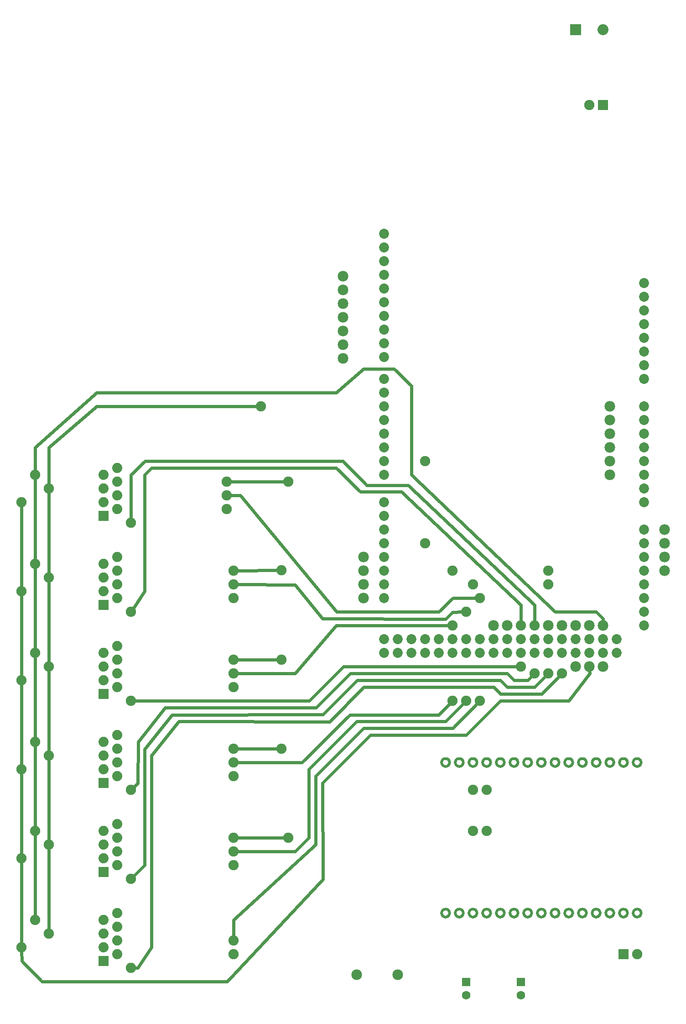
<source format=gtl>
G04 MADE WITH FRITZING*
G04 WWW.FRITZING.ORG*
G04 DOUBLE SIDED*
G04 HOLES PLATED*
G04 CONTOUR ON CENTER OF CONTOUR VECTOR*
%ASAXBY*%
%FSLAX23Y23*%
%MOIN*%
%OFA0B0*%
%SFA1.0B1.0*%
%ADD10C,0.072917*%
%ADD11C,0.078000*%
%ADD12C,0.074000*%
%ADD13C,0.075433*%
%ADD14C,0.075000*%
%ADD15C,0.062992*%
%ADD16C,0.080000*%
%ADD17R,0.062992X0.062992*%
%ADD18R,0.080000X0.079986*%
%ADD19R,0.075000X0.075000*%
%ADD20C,0.024000*%
%ADD21R,0.001000X0.001000*%
%LNCOPPER1*%
G90*
G70*
G54D10*
X4672Y3563D03*
X4672Y5163D03*
X4672Y3463D03*
X4672Y3363D03*
X4672Y3263D03*
X4672Y3163D03*
X3272Y2863D03*
X4672Y3063D03*
X4672Y2963D03*
X2772Y5123D03*
X4672Y4563D03*
X4672Y4463D03*
X4672Y4363D03*
X4672Y4263D03*
X4072Y2863D03*
X4672Y4163D03*
X4672Y4063D03*
X4672Y3963D03*
X4672Y3863D03*
X2772Y4363D03*
X2872Y2863D03*
X3672Y2863D03*
X4472Y2863D03*
X2772Y5523D03*
X4672Y4763D03*
X2772Y4763D03*
X3072Y2863D03*
X3472Y2863D03*
X3872Y2863D03*
X2772Y3163D03*
X4272Y2863D03*
X2772Y3263D03*
X2772Y3363D03*
X2772Y3463D03*
X2772Y3563D03*
X2772Y3663D03*
X2772Y3763D03*
X2772Y3863D03*
X2772Y5723D03*
X2772Y5323D03*
X2772Y4923D03*
X4672Y5363D03*
X4672Y4963D03*
X2772Y4163D03*
X2772Y4563D03*
X2772Y2863D03*
X2972Y2863D03*
X3172Y2863D03*
X3372Y2863D03*
X3572Y2863D03*
X3772Y2863D03*
X3972Y2863D03*
X4172Y2863D03*
X4372Y2863D03*
X2772Y5823D03*
X2772Y5623D03*
X2772Y5423D03*
X2772Y5223D03*
X2772Y5023D03*
X4672Y5463D03*
X4672Y5263D03*
X4672Y5063D03*
X4672Y4863D03*
X2772Y4063D03*
X2772Y4263D03*
X2772Y4463D03*
X2772Y4663D03*
X2772Y2763D03*
X2872Y2763D03*
X2972Y2763D03*
X3072Y2763D03*
X3172Y2763D03*
X3272Y2763D03*
X3372Y2763D03*
X3472Y2763D03*
X3572Y2763D03*
X3672Y2763D03*
X3772Y2763D03*
X3872Y2763D03*
X3972Y2763D03*
X4072Y2763D03*
X4172Y2763D03*
X4272Y2763D03*
X4372Y2763D03*
X4472Y2763D03*
X4672Y3663D03*
X4672Y3563D03*
X4672Y5163D03*
X4672Y3463D03*
X4672Y3363D03*
X4672Y3263D03*
X4672Y3163D03*
X3272Y2863D03*
X4672Y3063D03*
X4672Y2963D03*
X2772Y5123D03*
X4672Y4563D03*
X4672Y4463D03*
X4672Y4363D03*
X4672Y4263D03*
X4072Y2863D03*
X4672Y4163D03*
X4672Y4063D03*
X4672Y3963D03*
X4672Y3863D03*
X2772Y4363D03*
X2872Y2863D03*
X3672Y2863D03*
X4472Y2863D03*
X2772Y5523D03*
X4672Y4763D03*
X2772Y4763D03*
X3072Y2863D03*
X3472Y2863D03*
X3872Y2863D03*
X2772Y3163D03*
X4272Y2863D03*
X2772Y3263D03*
X2772Y3363D03*
X2772Y3463D03*
X2772Y3563D03*
X2772Y3663D03*
X2772Y3763D03*
X2772Y3863D03*
X2772Y5723D03*
X2772Y5323D03*
X2772Y4923D03*
X4672Y5363D03*
X4672Y4963D03*
X2772Y4163D03*
X2772Y4563D03*
X2772Y2863D03*
X2972Y2863D03*
X3172Y2863D03*
X3372Y2863D03*
X3572Y2863D03*
X3772Y2863D03*
X3972Y2863D03*
X4172Y2863D03*
X4372Y2863D03*
X2772Y5823D03*
X2772Y5623D03*
X2772Y5423D03*
X2772Y5223D03*
X2772Y5023D03*
X4672Y5463D03*
X4672Y5263D03*
X4672Y5063D03*
X4672Y4863D03*
X2772Y4063D03*
X2772Y4263D03*
X2772Y4463D03*
X2772Y4663D03*
X2772Y2763D03*
X2872Y2763D03*
X2972Y2763D03*
X3072Y2763D03*
X3172Y2763D03*
X3272Y2763D03*
X3372Y2763D03*
X3472Y2763D03*
X3572Y2763D03*
X3672Y2763D03*
X3772Y2763D03*
X3872Y2763D03*
X3972Y2763D03*
X4072Y2763D03*
X4172Y2763D03*
X4272Y2763D03*
X4372Y2763D03*
X4472Y2763D03*
X4672Y3663D03*
G54D11*
X2622Y3463D03*
X2622Y3363D03*
X2622Y3463D03*
X2622Y3363D03*
X2872Y413D03*
X2872Y413D03*
X4422Y4563D03*
X4422Y4463D03*
X4422Y4363D03*
X4422Y4263D03*
X4422Y4163D03*
X4422Y4063D03*
X4422Y4563D03*
X4422Y4463D03*
X4422Y4363D03*
X4422Y4263D03*
X4422Y4163D03*
X4422Y4063D03*
X2472Y5513D03*
X2472Y5413D03*
X2472Y5313D03*
X2472Y5213D03*
X2472Y5113D03*
X2472Y5013D03*
X2472Y4913D03*
X2472Y5513D03*
X2472Y5413D03*
X2472Y5313D03*
X2472Y5213D03*
X2472Y5113D03*
X2472Y5013D03*
X2472Y4913D03*
X2622Y3263D03*
X2622Y3163D03*
X2622Y3263D03*
X2622Y3163D03*
G54D12*
X822Y863D03*
X722Y813D03*
X822Y763D03*
X822Y663D03*
X822Y563D03*
X722Y713D03*
X722Y613D03*
X722Y513D03*
X822Y863D03*
X722Y813D03*
X822Y763D03*
X822Y663D03*
X822Y563D03*
X722Y713D03*
X722Y613D03*
X722Y513D03*
X822Y1513D03*
X722Y1463D03*
X822Y1413D03*
X822Y1313D03*
X822Y1213D03*
X722Y1363D03*
X722Y1263D03*
X722Y1163D03*
X822Y1513D03*
X722Y1463D03*
X822Y1413D03*
X822Y1313D03*
X822Y1213D03*
X722Y1363D03*
X722Y1263D03*
X722Y1163D03*
X822Y2163D03*
X722Y2113D03*
X822Y2063D03*
X822Y1963D03*
X822Y1863D03*
X722Y2013D03*
X722Y1913D03*
X722Y1813D03*
X822Y2163D03*
X722Y2113D03*
X822Y2063D03*
X822Y1963D03*
X822Y1863D03*
X722Y2013D03*
X722Y1913D03*
X722Y1813D03*
X822Y3463D03*
X722Y3413D03*
X822Y3363D03*
X822Y3263D03*
X822Y3163D03*
X722Y3313D03*
X722Y3213D03*
X722Y3113D03*
X822Y3463D03*
X722Y3413D03*
X822Y3363D03*
X822Y3263D03*
X822Y3163D03*
X722Y3313D03*
X722Y3213D03*
X722Y3113D03*
X822Y2813D03*
X722Y2763D03*
X822Y2713D03*
X822Y2613D03*
X822Y2513D03*
X722Y2663D03*
X722Y2563D03*
X722Y2463D03*
X822Y2813D03*
X722Y2763D03*
X822Y2713D03*
X822Y2613D03*
X822Y2513D03*
X722Y2663D03*
X722Y2563D03*
X722Y2463D03*
X822Y4113D03*
X722Y4063D03*
X822Y4013D03*
X822Y3913D03*
X822Y3813D03*
X722Y3963D03*
X722Y3863D03*
X722Y3763D03*
X822Y4113D03*
X722Y4063D03*
X822Y4013D03*
X822Y3913D03*
X822Y3813D03*
X722Y3963D03*
X722Y3863D03*
X722Y3763D03*
G54D11*
X2572Y413D03*
X2572Y413D03*
G54D13*
X122Y613D03*
X122Y1263D03*
X122Y1913D03*
X122Y2563D03*
X122Y3213D03*
X122Y3863D03*
X322Y713D03*
X322Y1363D03*
X322Y2013D03*
X322Y2663D03*
X322Y3313D03*
X322Y3963D03*
X222Y813D03*
X222Y1463D03*
X222Y2113D03*
X222Y2763D03*
X222Y3413D03*
X222Y4063D03*
G54D11*
X4172Y2663D03*
X4172Y2663D03*
X3972Y2963D03*
X4072Y2963D03*
X4172Y2963D03*
X3972Y2963D03*
X4072Y2963D03*
X4172Y2963D03*
X3572Y2963D03*
X3672Y2963D03*
X3572Y2963D03*
X3672Y2963D03*
X4272Y2663D03*
X4372Y2663D03*
X4272Y2663D03*
X4372Y2663D03*
X4272Y2963D03*
X4372Y2963D03*
X4272Y2963D03*
X4372Y2963D03*
G54D13*
X1622Y3813D03*
X922Y463D03*
X922Y1113D03*
X922Y1763D03*
X922Y2413D03*
X922Y3063D03*
X922Y3713D03*
X3972Y2613D03*
X3872Y2613D03*
X1672Y563D03*
X1672Y1213D03*
X1672Y3163D03*
X1672Y1863D03*
X1672Y2513D03*
X3772Y2663D03*
X4072Y2613D03*
X1872Y4563D03*
X1622Y3913D03*
X3872Y2963D03*
X3772Y2963D03*
X3472Y3163D03*
X3372Y3063D03*
X3472Y2413D03*
X3372Y2413D03*
X3272Y2413D03*
X3272Y2963D03*
X1672Y1963D03*
X1672Y663D03*
X1672Y1313D03*
X1672Y2613D03*
X1672Y3263D03*
X1672Y1413D03*
X2072Y1413D03*
X2022Y2063D03*
X1672Y2063D03*
X2022Y2713D03*
X1672Y2713D03*
X1672Y3363D03*
X2020Y3367D03*
X2072Y4013D03*
X1622Y4013D03*
G54D14*
X3422Y3263D03*
X3972Y3263D03*
X3272Y3363D03*
X3972Y3363D03*
G54D11*
X4822Y3663D03*
X4822Y3563D03*
X4822Y3463D03*
X4822Y3363D03*
X4822Y3663D03*
X4822Y3563D03*
X4822Y3463D03*
X4822Y3363D03*
G54D15*
X3772Y361D03*
X3772Y263D03*
X3772Y361D03*
X3772Y263D03*
X3372Y361D03*
X3372Y263D03*
X3372Y361D03*
X3372Y263D03*
G54D14*
X3422Y1763D03*
X3422Y1463D03*
X3422Y1763D03*
X3422Y1463D03*
X3522Y1763D03*
X3522Y1463D03*
X3522Y1763D03*
X3522Y1463D03*
X3072Y3563D03*
X3072Y4163D03*
G54D16*
X4172Y7313D03*
X4372Y7313D03*
X4172Y7313D03*
X4372Y7313D03*
G54D14*
X4522Y563D03*
X4622Y563D03*
X4522Y563D03*
X4622Y563D03*
X4372Y6763D03*
X4272Y6763D03*
X4372Y6763D03*
X4272Y6763D03*
G54D17*
X3772Y361D03*
X3772Y361D03*
X3372Y361D03*
X3372Y361D03*
G54D18*
X4172Y7313D03*
X4172Y7313D03*
G54D19*
X4522Y563D03*
X4522Y563D03*
X4372Y6763D03*
X4372Y6763D03*
G54D20*
X3773Y3113D02*
X3772Y2992D01*
D02*
X3872Y3113D02*
X3872Y2992D01*
D02*
X322Y3342D02*
X322Y3934D01*
D02*
X322Y3284D02*
X322Y2692D01*
D02*
X222Y3384D02*
X222Y2792D01*
D02*
X222Y3442D02*
X222Y4034D01*
D02*
X322Y2634D02*
X322Y2042D01*
D02*
X222Y2734D02*
X222Y2142D01*
D02*
X222Y2084D02*
X222Y1492D01*
D02*
X322Y1984D02*
X322Y1392D01*
D02*
X322Y1334D02*
X322Y742D01*
D02*
X222Y1434D02*
X222Y842D01*
D02*
X122Y1234D02*
X122Y642D01*
D02*
X122Y1292D02*
X122Y1884D01*
D02*
X122Y1942D02*
X122Y2534D01*
D02*
X122Y2592D02*
X122Y3184D01*
D02*
X122Y3242D02*
X122Y3834D01*
D02*
X2043Y4013D02*
X1651Y4013D01*
D02*
X1991Y3367D02*
X1701Y3363D01*
D02*
X1993Y2713D02*
X1701Y2713D01*
D02*
X1993Y2063D02*
X1701Y2063D01*
D02*
X2043Y1413D02*
X1701Y1413D01*
D02*
X1723Y3914D02*
X1651Y3913D01*
D02*
X2424Y3063D02*
X1723Y3914D01*
D02*
X3170Y3063D02*
X2424Y3063D01*
D02*
X3275Y3162D02*
X3170Y3063D01*
D02*
X3443Y3163D02*
X3275Y3162D01*
D02*
X2320Y3013D02*
X2122Y3261D01*
D02*
X3223Y3011D02*
X2320Y3013D01*
D02*
X3272Y3061D02*
X3223Y3011D01*
D02*
X2122Y3261D02*
X1701Y3263D01*
D02*
X3343Y3062D02*
X3272Y3061D01*
D02*
X2122Y2613D02*
X1701Y2613D01*
D02*
X2423Y2964D02*
X2122Y2613D01*
D02*
X3243Y2963D02*
X2423Y2964D01*
D02*
X2523Y2311D02*
X2172Y1963D01*
D02*
X3171Y2311D02*
X2523Y2311D01*
D02*
X2172Y1963D02*
X1701Y1963D01*
D02*
X3252Y2392D02*
X3171Y2311D01*
D02*
X2223Y1912D02*
X2222Y1414D01*
D02*
X2222Y1414D02*
X2122Y1313D01*
D02*
X2572Y2262D02*
X2223Y1912D01*
D02*
X3221Y2262D02*
X2572Y2262D01*
D02*
X2122Y1313D02*
X1701Y1313D01*
D02*
X3352Y2393D02*
X3221Y2262D01*
D02*
X2272Y1863D02*
X2273Y1364D01*
D02*
X2622Y2212D02*
X2272Y1863D01*
D02*
X3274Y2212D02*
X2622Y2212D01*
D02*
X1672Y815D02*
X1672Y692D01*
D02*
X2273Y1364D02*
X1672Y815D01*
D02*
X3452Y2392D02*
X3274Y2212D01*
D02*
X2898Y3939D02*
X3773Y3113D01*
D02*
X1020Y3215D02*
X1023Y4065D01*
D02*
X1023Y4065D02*
X1071Y4112D01*
D02*
X2423Y4112D02*
X2597Y3939D01*
D02*
X1071Y4112D02*
X2423Y4112D01*
D02*
X2597Y3939D02*
X2898Y3939D01*
D02*
X938Y3087D02*
X1020Y3215D01*
D02*
X2948Y3988D02*
X3872Y3113D01*
D02*
X921Y4062D02*
X1024Y4162D01*
D02*
X2473Y4162D02*
X2646Y3988D01*
D02*
X922Y3742D02*
X921Y4062D01*
D02*
X2646Y3988D02*
X2948Y3988D01*
D02*
X1024Y4162D02*
X2473Y4162D01*
D02*
X951Y2413D02*
X2224Y2412D01*
D02*
X2474Y2662D02*
X3743Y2663D01*
D02*
X2224Y2412D02*
X2474Y2662D01*
D02*
X973Y1811D02*
X974Y2113D01*
D02*
X974Y2113D02*
X1172Y2364D01*
D02*
X3823Y2563D02*
X3852Y2592D01*
D02*
X3723Y2563D02*
X3823Y2563D01*
D02*
X3671Y2614D02*
X3723Y2563D01*
D02*
X1172Y2364D02*
X2274Y2362D01*
D02*
X2274Y2362D02*
X2524Y2612D01*
D02*
X2524Y2612D02*
X3671Y2614D01*
D02*
X943Y1783D02*
X973Y1811D01*
D02*
X1023Y2061D02*
X1221Y2311D01*
D02*
X1020Y1213D02*
X1023Y2061D01*
D02*
X3872Y2514D02*
X3952Y2593D01*
D02*
X3671Y2514D02*
X3872Y2514D01*
D02*
X3622Y2563D02*
X3671Y2514D01*
D02*
X942Y1133D02*
X1020Y1213D01*
D02*
X1221Y2311D02*
X2324Y2312D01*
D02*
X2324Y2312D02*
X2574Y2562D01*
D02*
X2574Y2562D02*
X3622Y2563D01*
D02*
X1072Y614D02*
X1071Y2012D01*
D02*
X1071Y2012D02*
X1273Y2263D01*
D02*
X973Y464D02*
X1072Y614D01*
D02*
X3924Y2462D02*
X4052Y2592D01*
D02*
X3622Y2462D02*
X3924Y2462D01*
D02*
X3574Y2514D02*
X3622Y2462D01*
D02*
X2621Y2513D02*
X3574Y2514D01*
D02*
X2374Y2261D02*
X2621Y2513D01*
D02*
X1273Y2263D02*
X2374Y2261D01*
D02*
X951Y464D02*
X973Y464D01*
D02*
X2972Y4714D02*
X2846Y4837D01*
D02*
X4023Y3063D02*
X2972Y4063D01*
D02*
X4321Y3063D02*
X4023Y3063D01*
D02*
X4372Y3012D02*
X4321Y3063D01*
D02*
X2972Y4063D02*
X2972Y4714D01*
D02*
X223Y4263D02*
X222Y4092D01*
D02*
X2846Y4837D02*
X2623Y4837D01*
D02*
X2421Y4663D02*
X673Y4663D01*
D02*
X673Y4663D02*
X223Y4263D01*
D02*
X2623Y4837D02*
X2421Y4663D01*
D02*
X4372Y2993D02*
X4372Y3012D01*
D02*
X1624Y363D02*
X2324Y1111D01*
D02*
X2324Y1111D02*
X2322Y1813D01*
D02*
X2322Y1813D02*
X2673Y2164D01*
D02*
X4123Y2412D02*
X4274Y2613D01*
D02*
X4274Y2613D02*
X4273Y2633D01*
D02*
X3621Y2412D02*
X4123Y2412D01*
D02*
X3373Y2164D02*
X3621Y2412D01*
D02*
X272Y363D02*
X1624Y363D01*
D02*
X2673Y2164D02*
X3373Y2164D01*
D02*
X124Y515D02*
X272Y363D01*
D02*
X123Y584D02*
X124Y515D01*
D02*
X323Y4263D02*
X673Y4564D01*
D02*
X673Y4564D02*
X1843Y4563D01*
D02*
X322Y3992D02*
X323Y4263D01*
G54D21*
X685Y3800D02*
X758Y3800D01*
X685Y3799D02*
X758Y3799D01*
X685Y3798D02*
X758Y3798D01*
X685Y3797D02*
X758Y3797D01*
X685Y3796D02*
X758Y3796D01*
X685Y3795D02*
X758Y3795D01*
X685Y3794D02*
X758Y3794D01*
X685Y3793D02*
X758Y3793D01*
X685Y3792D02*
X758Y3792D01*
X685Y3791D02*
X758Y3791D01*
X685Y3790D02*
X758Y3790D01*
X685Y3789D02*
X758Y3789D01*
X685Y3788D02*
X758Y3788D01*
X685Y3787D02*
X758Y3787D01*
X685Y3786D02*
X758Y3786D01*
X685Y3785D02*
X758Y3785D01*
X685Y3784D02*
X758Y3784D01*
X685Y3783D02*
X758Y3783D01*
X685Y3782D02*
X715Y3782D01*
X728Y3782D02*
X758Y3782D01*
X685Y3781D02*
X713Y3781D01*
X731Y3781D02*
X758Y3781D01*
X685Y3780D02*
X711Y3780D01*
X732Y3780D02*
X758Y3780D01*
X685Y3779D02*
X709Y3779D01*
X734Y3779D02*
X758Y3779D01*
X685Y3778D02*
X708Y3778D01*
X735Y3778D02*
X758Y3778D01*
X685Y3777D02*
X707Y3777D01*
X736Y3777D02*
X758Y3777D01*
X685Y3776D02*
X706Y3776D01*
X737Y3776D02*
X758Y3776D01*
X685Y3775D02*
X705Y3775D01*
X738Y3775D02*
X758Y3775D01*
X685Y3774D02*
X705Y3774D01*
X739Y3774D02*
X758Y3774D01*
X685Y3773D02*
X704Y3773D01*
X739Y3773D02*
X758Y3773D01*
X685Y3772D02*
X704Y3772D01*
X740Y3772D02*
X758Y3772D01*
X685Y3771D02*
X703Y3771D01*
X740Y3771D02*
X758Y3771D01*
X685Y3770D02*
X703Y3770D01*
X741Y3770D02*
X758Y3770D01*
X685Y3769D02*
X702Y3769D01*
X741Y3769D02*
X758Y3769D01*
X685Y3768D02*
X702Y3768D01*
X741Y3768D02*
X758Y3768D01*
X685Y3767D02*
X702Y3767D01*
X741Y3767D02*
X758Y3767D01*
X685Y3766D02*
X702Y3766D01*
X742Y3766D02*
X758Y3766D01*
X685Y3765D02*
X702Y3765D01*
X742Y3765D02*
X758Y3765D01*
X685Y3764D02*
X702Y3764D01*
X742Y3764D02*
X758Y3764D01*
X685Y3763D02*
X702Y3763D01*
X742Y3763D02*
X758Y3763D01*
X685Y3762D02*
X702Y3762D01*
X742Y3762D02*
X758Y3762D01*
X685Y3761D02*
X702Y3761D01*
X742Y3761D02*
X758Y3761D01*
X685Y3760D02*
X702Y3760D01*
X742Y3760D02*
X758Y3760D01*
X685Y3759D02*
X702Y3759D01*
X741Y3759D02*
X758Y3759D01*
X685Y3758D02*
X702Y3758D01*
X741Y3758D02*
X758Y3758D01*
X685Y3757D02*
X703Y3757D01*
X741Y3757D02*
X758Y3757D01*
X685Y3756D02*
X703Y3756D01*
X740Y3756D02*
X758Y3756D01*
X685Y3755D02*
X703Y3755D01*
X740Y3755D02*
X758Y3755D01*
X685Y3754D02*
X704Y3754D01*
X739Y3754D02*
X758Y3754D01*
X685Y3753D02*
X704Y3753D01*
X739Y3753D02*
X758Y3753D01*
X685Y3752D02*
X705Y3752D01*
X738Y3752D02*
X758Y3752D01*
X685Y3751D02*
X706Y3751D01*
X737Y3751D02*
X758Y3751D01*
X685Y3750D02*
X707Y3750D01*
X737Y3750D02*
X758Y3750D01*
X685Y3749D02*
X708Y3749D01*
X736Y3749D02*
X758Y3749D01*
X685Y3748D02*
X709Y3748D01*
X734Y3748D02*
X758Y3748D01*
X685Y3747D02*
X710Y3747D01*
X733Y3747D02*
X758Y3747D01*
X685Y3746D02*
X712Y3746D01*
X731Y3746D02*
X758Y3746D01*
X685Y3745D02*
X714Y3745D01*
X729Y3745D02*
X758Y3745D01*
X685Y3744D02*
X717Y3744D01*
X726Y3744D02*
X758Y3744D01*
X685Y3743D02*
X758Y3743D01*
X685Y3742D02*
X758Y3742D01*
X685Y3741D02*
X758Y3741D01*
X685Y3740D02*
X758Y3740D01*
X685Y3739D02*
X758Y3739D01*
X685Y3738D02*
X758Y3738D01*
X685Y3737D02*
X758Y3737D01*
X685Y3736D02*
X758Y3736D01*
X685Y3735D02*
X758Y3735D01*
X685Y3734D02*
X758Y3734D01*
X685Y3733D02*
X758Y3733D01*
X685Y3732D02*
X758Y3732D01*
X685Y3731D02*
X758Y3731D01*
X685Y3730D02*
X758Y3730D01*
X685Y3729D02*
X758Y3729D01*
X685Y3728D02*
X758Y3728D01*
X685Y3727D02*
X758Y3727D01*
X685Y3150D02*
X758Y3150D01*
X685Y3149D02*
X758Y3149D01*
X685Y3148D02*
X758Y3148D01*
X685Y3147D02*
X758Y3147D01*
X685Y3146D02*
X758Y3146D01*
X685Y3145D02*
X758Y3145D01*
X685Y3144D02*
X758Y3144D01*
X685Y3143D02*
X758Y3143D01*
X685Y3142D02*
X758Y3142D01*
X685Y3141D02*
X758Y3141D01*
X685Y3140D02*
X758Y3140D01*
X685Y3139D02*
X758Y3139D01*
X685Y3138D02*
X758Y3138D01*
X685Y3137D02*
X758Y3137D01*
X685Y3136D02*
X758Y3136D01*
X685Y3135D02*
X758Y3135D01*
X685Y3134D02*
X758Y3134D01*
X685Y3133D02*
X758Y3133D01*
X685Y3132D02*
X715Y3132D01*
X728Y3132D02*
X758Y3132D01*
X685Y3131D02*
X713Y3131D01*
X731Y3131D02*
X758Y3131D01*
X685Y3130D02*
X711Y3130D01*
X733Y3130D02*
X758Y3130D01*
X685Y3129D02*
X709Y3129D01*
X734Y3129D02*
X758Y3129D01*
X685Y3128D02*
X708Y3128D01*
X735Y3128D02*
X758Y3128D01*
X685Y3127D02*
X707Y3127D01*
X736Y3127D02*
X758Y3127D01*
X685Y3126D02*
X706Y3126D01*
X737Y3126D02*
X758Y3126D01*
X685Y3125D02*
X705Y3125D01*
X738Y3125D02*
X758Y3125D01*
X685Y3124D02*
X705Y3124D01*
X739Y3124D02*
X758Y3124D01*
X685Y3123D02*
X704Y3123D01*
X739Y3123D02*
X758Y3123D01*
X685Y3122D02*
X704Y3122D01*
X740Y3122D02*
X758Y3122D01*
X685Y3121D02*
X703Y3121D01*
X740Y3121D02*
X758Y3121D01*
X685Y3120D02*
X703Y3120D01*
X741Y3120D02*
X758Y3120D01*
X685Y3119D02*
X702Y3119D01*
X741Y3119D02*
X758Y3119D01*
X685Y3118D02*
X702Y3118D01*
X741Y3118D02*
X758Y3118D01*
X685Y3117D02*
X702Y3117D01*
X741Y3117D02*
X758Y3117D01*
X685Y3116D02*
X702Y3116D01*
X742Y3116D02*
X758Y3116D01*
X685Y3115D02*
X702Y3115D01*
X742Y3115D02*
X758Y3115D01*
X685Y3114D02*
X702Y3114D01*
X742Y3114D02*
X758Y3114D01*
X685Y3113D02*
X702Y3113D01*
X742Y3113D02*
X758Y3113D01*
X685Y3112D02*
X702Y3112D01*
X742Y3112D02*
X758Y3112D01*
X685Y3111D02*
X702Y3111D01*
X742Y3111D02*
X758Y3111D01*
X685Y3110D02*
X702Y3110D01*
X742Y3110D02*
X758Y3110D01*
X685Y3109D02*
X702Y3109D01*
X741Y3109D02*
X758Y3109D01*
X685Y3108D02*
X702Y3108D01*
X741Y3108D02*
X758Y3108D01*
X685Y3107D02*
X703Y3107D01*
X741Y3107D02*
X758Y3107D01*
X685Y3106D02*
X703Y3106D01*
X740Y3106D02*
X758Y3106D01*
X685Y3105D02*
X703Y3105D01*
X740Y3105D02*
X758Y3105D01*
X685Y3104D02*
X704Y3104D01*
X739Y3104D02*
X758Y3104D01*
X685Y3103D02*
X704Y3103D01*
X739Y3103D02*
X758Y3103D01*
X685Y3102D02*
X705Y3102D01*
X738Y3102D02*
X758Y3102D01*
X685Y3101D02*
X706Y3101D01*
X737Y3101D02*
X758Y3101D01*
X685Y3100D02*
X707Y3100D01*
X737Y3100D02*
X758Y3100D01*
X685Y3099D02*
X708Y3099D01*
X736Y3099D02*
X758Y3099D01*
X685Y3098D02*
X709Y3098D01*
X734Y3098D02*
X758Y3098D01*
X685Y3097D02*
X710Y3097D01*
X733Y3097D02*
X758Y3097D01*
X685Y3096D02*
X712Y3096D01*
X731Y3096D02*
X758Y3096D01*
X685Y3095D02*
X714Y3095D01*
X729Y3095D02*
X758Y3095D01*
X685Y3094D02*
X718Y3094D01*
X726Y3094D02*
X758Y3094D01*
X685Y3093D02*
X758Y3093D01*
X685Y3092D02*
X758Y3092D01*
X685Y3091D02*
X758Y3091D01*
X685Y3090D02*
X758Y3090D01*
X685Y3089D02*
X758Y3089D01*
X685Y3088D02*
X758Y3088D01*
X685Y3087D02*
X758Y3087D01*
X685Y3086D02*
X758Y3086D01*
X685Y3085D02*
X758Y3085D01*
X685Y3084D02*
X758Y3084D01*
X685Y3083D02*
X758Y3083D01*
X685Y3082D02*
X758Y3082D01*
X685Y3081D02*
X758Y3081D01*
X685Y3080D02*
X758Y3080D01*
X685Y3079D02*
X758Y3079D01*
X685Y3078D02*
X758Y3078D01*
X685Y3077D02*
X758Y3077D01*
X685Y2500D02*
X758Y2500D01*
X685Y2499D02*
X758Y2499D01*
X685Y2498D02*
X758Y2498D01*
X685Y2497D02*
X758Y2497D01*
X685Y2496D02*
X758Y2496D01*
X685Y2495D02*
X758Y2495D01*
X685Y2494D02*
X758Y2494D01*
X685Y2493D02*
X758Y2493D01*
X685Y2492D02*
X758Y2492D01*
X685Y2491D02*
X758Y2491D01*
X685Y2490D02*
X758Y2490D01*
X685Y2489D02*
X758Y2489D01*
X685Y2488D02*
X758Y2488D01*
X685Y2487D02*
X758Y2487D01*
X685Y2486D02*
X758Y2486D01*
X685Y2485D02*
X758Y2485D01*
X685Y2484D02*
X758Y2484D01*
X685Y2483D02*
X758Y2483D01*
X685Y2482D02*
X715Y2482D01*
X728Y2482D02*
X758Y2482D01*
X685Y2481D02*
X713Y2481D01*
X731Y2481D02*
X758Y2481D01*
X685Y2480D02*
X711Y2480D01*
X733Y2480D02*
X758Y2480D01*
X685Y2479D02*
X709Y2479D01*
X734Y2479D02*
X758Y2479D01*
X685Y2478D02*
X708Y2478D01*
X735Y2478D02*
X758Y2478D01*
X685Y2477D02*
X707Y2477D01*
X736Y2477D02*
X758Y2477D01*
X685Y2476D02*
X706Y2476D01*
X737Y2476D02*
X758Y2476D01*
X685Y2475D02*
X705Y2475D01*
X738Y2475D02*
X758Y2475D01*
X685Y2474D02*
X705Y2474D01*
X739Y2474D02*
X758Y2474D01*
X685Y2473D02*
X704Y2473D01*
X739Y2473D02*
X758Y2473D01*
X685Y2472D02*
X704Y2472D01*
X740Y2472D02*
X758Y2472D01*
X685Y2471D02*
X703Y2471D01*
X740Y2471D02*
X758Y2471D01*
X685Y2470D02*
X703Y2470D01*
X741Y2470D02*
X758Y2470D01*
X685Y2469D02*
X702Y2469D01*
X741Y2469D02*
X758Y2469D01*
X685Y2468D02*
X702Y2468D01*
X741Y2468D02*
X758Y2468D01*
X685Y2467D02*
X702Y2467D01*
X741Y2467D02*
X758Y2467D01*
X685Y2466D02*
X702Y2466D01*
X742Y2466D02*
X758Y2466D01*
X685Y2465D02*
X702Y2465D01*
X742Y2465D02*
X758Y2465D01*
X685Y2464D02*
X702Y2464D01*
X742Y2464D02*
X758Y2464D01*
X685Y2463D02*
X702Y2463D01*
X742Y2463D02*
X758Y2463D01*
X685Y2462D02*
X702Y2462D01*
X742Y2462D02*
X758Y2462D01*
X685Y2461D02*
X702Y2461D01*
X742Y2461D02*
X758Y2461D01*
X685Y2460D02*
X702Y2460D01*
X742Y2460D02*
X758Y2460D01*
X685Y2459D02*
X702Y2459D01*
X741Y2459D02*
X758Y2459D01*
X685Y2458D02*
X702Y2458D01*
X741Y2458D02*
X758Y2458D01*
X685Y2457D02*
X703Y2457D01*
X741Y2457D02*
X758Y2457D01*
X685Y2456D02*
X703Y2456D01*
X740Y2456D02*
X758Y2456D01*
X685Y2455D02*
X703Y2455D01*
X740Y2455D02*
X758Y2455D01*
X685Y2454D02*
X704Y2454D01*
X739Y2454D02*
X758Y2454D01*
X685Y2453D02*
X704Y2453D01*
X739Y2453D02*
X758Y2453D01*
X685Y2452D02*
X705Y2452D01*
X738Y2452D02*
X758Y2452D01*
X685Y2451D02*
X706Y2451D01*
X737Y2451D02*
X758Y2451D01*
X685Y2450D02*
X707Y2450D01*
X737Y2450D02*
X758Y2450D01*
X685Y2449D02*
X708Y2449D01*
X736Y2449D02*
X758Y2449D01*
X685Y2448D02*
X709Y2448D01*
X734Y2448D02*
X758Y2448D01*
X685Y2447D02*
X710Y2447D01*
X733Y2447D02*
X758Y2447D01*
X685Y2446D02*
X712Y2446D01*
X731Y2446D02*
X758Y2446D01*
X685Y2445D02*
X714Y2445D01*
X729Y2445D02*
X758Y2445D01*
X685Y2444D02*
X718Y2444D01*
X726Y2444D02*
X758Y2444D01*
X685Y2443D02*
X758Y2443D01*
X685Y2442D02*
X758Y2442D01*
X685Y2441D02*
X758Y2441D01*
X685Y2440D02*
X758Y2440D01*
X685Y2439D02*
X758Y2439D01*
X685Y2438D02*
X758Y2438D01*
X685Y2437D02*
X758Y2437D01*
X685Y2436D02*
X758Y2436D01*
X685Y2435D02*
X758Y2435D01*
X685Y2434D02*
X758Y2434D01*
X685Y2433D02*
X758Y2433D01*
X685Y2432D02*
X758Y2432D01*
X685Y2431D02*
X758Y2431D01*
X685Y2430D02*
X758Y2430D01*
X685Y2429D02*
X758Y2429D01*
X685Y2428D02*
X758Y2428D01*
X685Y2427D02*
X758Y2427D01*
X3215Y2001D02*
X3228Y2001D01*
X3315Y2001D02*
X3328Y2001D01*
X3415Y2001D02*
X3428Y2001D01*
X3515Y2001D02*
X3528Y2001D01*
X3615Y2001D02*
X3628Y2001D01*
X3715Y2001D02*
X3728Y2001D01*
X3815Y2001D02*
X3828Y2001D01*
X3915Y2001D02*
X3928Y2001D01*
X4015Y2001D02*
X4028Y2001D01*
X4115Y2001D02*
X4128Y2001D01*
X4215Y2001D02*
X4228Y2001D01*
X4315Y2001D02*
X4328Y2001D01*
X4415Y2001D02*
X4428Y2001D01*
X4515Y2001D02*
X4528Y2001D01*
X4614Y2001D02*
X4628Y2001D01*
X3211Y2000D02*
X3232Y2000D01*
X3311Y2000D02*
X3332Y2000D01*
X3411Y2000D02*
X3432Y2000D01*
X3511Y2000D02*
X3532Y2000D01*
X3611Y2000D02*
X3632Y2000D01*
X3711Y2000D02*
X3732Y2000D01*
X3811Y2000D02*
X3832Y2000D01*
X3911Y2000D02*
X3932Y2000D01*
X4011Y2000D02*
X4032Y2000D01*
X4111Y2000D02*
X4132Y2000D01*
X4211Y2000D02*
X4232Y2000D01*
X4311Y2000D02*
X4332Y2000D01*
X4411Y2000D02*
X4432Y2000D01*
X4511Y2000D02*
X4532Y2000D01*
X4611Y2000D02*
X4632Y2000D01*
X3208Y1999D02*
X3235Y1999D01*
X3308Y1999D02*
X3335Y1999D01*
X3408Y1999D02*
X3435Y1999D01*
X3508Y1999D02*
X3535Y1999D01*
X3608Y1999D02*
X3635Y1999D01*
X3708Y1999D02*
X3735Y1999D01*
X3808Y1999D02*
X3835Y1999D01*
X3908Y1999D02*
X3935Y1999D01*
X4008Y1999D02*
X4035Y1999D01*
X4108Y1999D02*
X4135Y1999D01*
X4208Y1999D02*
X4235Y1999D01*
X4308Y1999D02*
X4335Y1999D01*
X4408Y1999D02*
X4435Y1999D01*
X4508Y1999D02*
X4535Y1999D01*
X4608Y1999D02*
X4635Y1999D01*
X3206Y1998D02*
X3237Y1998D01*
X3306Y1998D02*
X3337Y1998D01*
X3406Y1998D02*
X3437Y1998D01*
X3506Y1998D02*
X3537Y1998D01*
X3606Y1998D02*
X3637Y1998D01*
X3706Y1998D02*
X3737Y1998D01*
X3806Y1998D02*
X3837Y1998D01*
X3906Y1998D02*
X3937Y1998D01*
X4006Y1998D02*
X4037Y1998D01*
X4106Y1998D02*
X4137Y1998D01*
X4206Y1998D02*
X4237Y1998D01*
X4306Y1998D02*
X4337Y1998D01*
X4406Y1998D02*
X4437Y1998D01*
X4506Y1998D02*
X4537Y1998D01*
X4605Y1998D02*
X4637Y1998D01*
X3204Y1997D02*
X3239Y1997D01*
X3304Y1997D02*
X3339Y1997D01*
X3404Y1997D02*
X3439Y1997D01*
X3504Y1997D02*
X3539Y1997D01*
X3604Y1997D02*
X3639Y1997D01*
X3704Y1997D02*
X3739Y1997D01*
X3803Y1997D02*
X3839Y1997D01*
X3903Y1997D02*
X3939Y1997D01*
X4003Y1997D02*
X4039Y1997D01*
X4103Y1997D02*
X4139Y1997D01*
X4203Y1997D02*
X4239Y1997D01*
X4304Y1997D02*
X4340Y1997D01*
X4404Y1997D02*
X4439Y1997D01*
X4504Y1997D02*
X4539Y1997D01*
X4603Y1997D02*
X4639Y1997D01*
X3202Y1996D02*
X3241Y1996D01*
X3302Y1996D02*
X3341Y1996D01*
X3402Y1996D02*
X3441Y1996D01*
X3502Y1996D02*
X3541Y1996D01*
X3602Y1996D02*
X3641Y1996D01*
X3702Y1996D02*
X3741Y1996D01*
X3802Y1996D02*
X3841Y1996D01*
X3902Y1996D02*
X3941Y1996D01*
X4002Y1996D02*
X4041Y1996D01*
X4102Y1996D02*
X4141Y1996D01*
X4202Y1996D02*
X4241Y1996D01*
X4302Y1996D02*
X4341Y1996D01*
X4402Y1996D02*
X4441Y1996D01*
X4502Y1996D02*
X4541Y1996D01*
X4602Y1996D02*
X4641Y1996D01*
X3200Y1995D02*
X3243Y1995D01*
X3300Y1995D02*
X3343Y1995D01*
X3400Y1995D02*
X3443Y1995D01*
X3500Y1995D02*
X3543Y1995D01*
X3600Y1995D02*
X3643Y1995D01*
X3700Y1995D02*
X3743Y1995D01*
X3800Y1995D02*
X3843Y1995D01*
X3900Y1995D02*
X3943Y1995D01*
X4000Y1995D02*
X4043Y1995D01*
X4100Y1995D02*
X4143Y1995D01*
X4200Y1995D02*
X4243Y1995D01*
X4300Y1995D02*
X4343Y1995D01*
X4400Y1995D02*
X4443Y1995D01*
X4500Y1995D02*
X4543Y1995D01*
X4600Y1995D02*
X4642Y1995D01*
X3199Y1994D02*
X3244Y1994D01*
X3299Y1994D02*
X3344Y1994D01*
X3399Y1994D02*
X3444Y1994D01*
X3499Y1994D02*
X3544Y1994D01*
X3599Y1994D02*
X3644Y1994D01*
X3699Y1994D02*
X3744Y1994D01*
X3799Y1994D02*
X3844Y1994D01*
X3899Y1994D02*
X3944Y1994D01*
X3999Y1994D02*
X4044Y1994D01*
X4099Y1994D02*
X4144Y1994D01*
X4199Y1994D02*
X4244Y1994D01*
X4299Y1994D02*
X4344Y1994D01*
X4399Y1994D02*
X4444Y1994D01*
X4499Y1994D02*
X4544Y1994D01*
X4599Y1994D02*
X4644Y1994D01*
X3197Y1993D02*
X3245Y1993D01*
X3297Y1993D02*
X3345Y1993D01*
X3397Y1993D02*
X3445Y1993D01*
X3497Y1993D02*
X3545Y1993D01*
X3597Y1993D02*
X3645Y1993D01*
X3697Y1993D02*
X3745Y1993D01*
X3797Y1993D02*
X3845Y1993D01*
X3897Y1993D02*
X3945Y1993D01*
X3997Y1993D02*
X4045Y1993D01*
X4097Y1993D02*
X4145Y1993D01*
X4197Y1993D02*
X4245Y1993D01*
X4298Y1993D02*
X4346Y1993D01*
X4397Y1993D02*
X4446Y1993D01*
X4497Y1993D02*
X4545Y1993D01*
X4597Y1993D02*
X4645Y1993D01*
X3196Y1992D02*
X3247Y1992D01*
X3296Y1992D02*
X3347Y1992D01*
X3396Y1992D02*
X3447Y1992D01*
X3496Y1992D02*
X3547Y1992D01*
X3596Y1992D02*
X3647Y1992D01*
X3696Y1992D02*
X3747Y1992D01*
X3796Y1992D02*
X3847Y1992D01*
X3896Y1992D02*
X3947Y1992D01*
X3996Y1992D02*
X4047Y1992D01*
X4096Y1992D02*
X4147Y1992D01*
X4196Y1992D02*
X4246Y1992D01*
X4296Y1992D02*
X4347Y1992D01*
X4396Y1992D02*
X4447Y1992D01*
X4496Y1992D02*
X4547Y1992D01*
X4596Y1992D02*
X4646Y1992D01*
X3195Y1991D02*
X3248Y1991D01*
X3295Y1991D02*
X3348Y1991D01*
X3395Y1991D02*
X3448Y1991D01*
X3495Y1991D02*
X3548Y1991D01*
X3595Y1991D02*
X3648Y1991D01*
X3695Y1991D02*
X3748Y1991D01*
X3795Y1991D02*
X3848Y1991D01*
X3895Y1991D02*
X3948Y1991D01*
X3995Y1991D02*
X4048Y1991D01*
X4095Y1991D02*
X4148Y1991D01*
X4195Y1991D02*
X4248Y1991D01*
X4295Y1991D02*
X4348Y1991D01*
X4395Y1991D02*
X4448Y1991D01*
X4495Y1991D02*
X4548Y1991D01*
X4595Y1991D02*
X4648Y1991D01*
X3194Y1990D02*
X3249Y1990D01*
X3294Y1990D02*
X3349Y1990D01*
X3394Y1990D02*
X3449Y1990D01*
X3494Y1990D02*
X3549Y1990D01*
X3594Y1990D02*
X3649Y1990D01*
X3694Y1990D02*
X3749Y1990D01*
X3794Y1990D02*
X3849Y1990D01*
X3894Y1990D02*
X3949Y1990D01*
X3994Y1990D02*
X4049Y1990D01*
X4094Y1990D02*
X4149Y1990D01*
X4194Y1990D02*
X4249Y1990D01*
X4294Y1990D02*
X4349Y1990D01*
X4394Y1990D02*
X4449Y1990D01*
X4494Y1990D02*
X4549Y1990D01*
X4594Y1990D02*
X4649Y1990D01*
X3193Y1989D02*
X3250Y1989D01*
X3293Y1989D02*
X3350Y1989D01*
X3393Y1989D02*
X3450Y1989D01*
X3493Y1989D02*
X3550Y1989D01*
X3593Y1989D02*
X3650Y1989D01*
X3693Y1989D02*
X3750Y1989D01*
X3793Y1989D02*
X3850Y1989D01*
X3893Y1989D02*
X3950Y1989D01*
X3993Y1989D02*
X4050Y1989D01*
X4093Y1989D02*
X4150Y1989D01*
X4193Y1989D02*
X4250Y1989D01*
X4293Y1989D02*
X4350Y1989D01*
X4393Y1989D02*
X4450Y1989D01*
X4493Y1989D02*
X4550Y1989D01*
X4593Y1989D02*
X4649Y1989D01*
X3192Y1988D02*
X3251Y1988D01*
X3292Y1988D02*
X3351Y1988D01*
X3392Y1988D02*
X3451Y1988D01*
X3492Y1988D02*
X3551Y1988D01*
X3592Y1988D02*
X3650Y1988D01*
X3692Y1988D02*
X3750Y1988D01*
X3792Y1988D02*
X3850Y1988D01*
X3892Y1988D02*
X3950Y1988D01*
X3992Y1988D02*
X4050Y1988D01*
X4092Y1988D02*
X4150Y1988D01*
X4192Y1988D02*
X4250Y1988D01*
X4293Y1988D02*
X4351Y1988D01*
X4392Y1988D02*
X4451Y1988D01*
X4492Y1988D02*
X4551Y1988D01*
X4592Y1988D02*
X4650Y1988D01*
X3191Y1987D02*
X3251Y1987D01*
X3291Y1987D02*
X3351Y1987D01*
X3391Y1987D02*
X3451Y1987D01*
X3491Y1987D02*
X3551Y1987D01*
X3591Y1987D02*
X3651Y1987D01*
X3691Y1987D02*
X3751Y1987D01*
X3791Y1987D02*
X3851Y1987D01*
X3891Y1987D02*
X3951Y1987D01*
X3991Y1987D02*
X4051Y1987D01*
X4091Y1987D02*
X4151Y1987D01*
X4191Y1987D02*
X4251Y1987D01*
X4292Y1987D02*
X4352Y1987D01*
X4392Y1987D02*
X4451Y1987D01*
X4491Y1987D02*
X4551Y1987D01*
X4591Y1987D02*
X4651Y1987D01*
X3191Y1986D02*
X3252Y1986D01*
X3291Y1986D02*
X3352Y1986D01*
X3391Y1986D02*
X3452Y1986D01*
X3491Y1986D02*
X3552Y1986D01*
X3591Y1986D02*
X3652Y1986D01*
X3691Y1986D02*
X3752Y1986D01*
X3791Y1986D02*
X3852Y1986D01*
X3891Y1986D02*
X3952Y1986D01*
X3991Y1986D02*
X4052Y1986D01*
X4091Y1986D02*
X4152Y1986D01*
X4191Y1986D02*
X4252Y1986D01*
X4291Y1986D02*
X4352Y1986D01*
X4391Y1986D02*
X4452Y1986D01*
X4491Y1986D02*
X4552Y1986D01*
X4591Y1986D02*
X4652Y1986D01*
X3190Y1985D02*
X3253Y1985D01*
X3290Y1985D02*
X3353Y1985D01*
X3390Y1985D02*
X3453Y1985D01*
X3490Y1985D02*
X3553Y1985D01*
X3590Y1985D02*
X3653Y1985D01*
X3690Y1985D02*
X3753Y1985D01*
X3790Y1985D02*
X3853Y1985D01*
X3890Y1985D02*
X3953Y1985D01*
X3990Y1985D02*
X4053Y1985D01*
X4090Y1985D02*
X4153Y1985D01*
X4190Y1985D02*
X4253Y1985D01*
X4290Y1985D02*
X4353Y1985D01*
X4390Y1985D02*
X4453Y1985D01*
X4490Y1985D02*
X4553Y1985D01*
X4590Y1985D02*
X4653Y1985D01*
X3189Y1984D02*
X3253Y1984D01*
X3289Y1984D02*
X3353Y1984D01*
X3389Y1984D02*
X3453Y1984D01*
X3489Y1984D02*
X3553Y1984D01*
X3589Y1984D02*
X3653Y1984D01*
X3689Y1984D02*
X3753Y1984D01*
X3789Y1984D02*
X3853Y1984D01*
X3889Y1984D02*
X3953Y1984D01*
X3989Y1984D02*
X4053Y1984D01*
X4089Y1984D02*
X4153Y1984D01*
X4189Y1984D02*
X4253Y1984D01*
X4290Y1984D02*
X4354Y1984D01*
X4390Y1984D02*
X4454Y1984D01*
X4489Y1984D02*
X4553Y1984D01*
X4589Y1984D02*
X4653Y1984D01*
X3189Y1983D02*
X3254Y1983D01*
X3289Y1983D02*
X3354Y1983D01*
X3389Y1983D02*
X3454Y1983D01*
X3489Y1983D02*
X3554Y1983D01*
X3589Y1983D02*
X3654Y1983D01*
X3689Y1983D02*
X3754Y1983D01*
X3789Y1983D02*
X3854Y1983D01*
X3889Y1983D02*
X3954Y1983D01*
X3989Y1983D02*
X4054Y1983D01*
X4089Y1983D02*
X4154Y1983D01*
X4189Y1983D02*
X4254Y1983D01*
X4289Y1983D02*
X4354Y1983D01*
X4389Y1983D02*
X4454Y1983D01*
X4489Y1983D02*
X4554Y1983D01*
X4589Y1983D02*
X4654Y1983D01*
X3188Y1982D02*
X3255Y1982D01*
X3288Y1982D02*
X3355Y1982D01*
X3388Y1982D02*
X3455Y1982D01*
X3488Y1982D02*
X3555Y1982D01*
X3588Y1982D02*
X3655Y1982D01*
X3688Y1982D02*
X3755Y1982D01*
X3788Y1982D02*
X3855Y1982D01*
X3888Y1982D02*
X3954Y1982D01*
X3988Y1982D02*
X4054Y1982D01*
X4088Y1982D02*
X4154Y1982D01*
X4188Y1982D02*
X4254Y1982D01*
X4289Y1982D02*
X4355Y1982D01*
X4388Y1982D02*
X4455Y1982D01*
X4488Y1982D02*
X4555Y1982D01*
X4588Y1982D02*
X4654Y1982D01*
X3188Y1981D02*
X3215Y1981D01*
X3228Y1981D02*
X3255Y1981D01*
X3288Y1981D02*
X3315Y1981D01*
X3328Y1981D02*
X3355Y1981D01*
X3388Y1981D02*
X3415Y1981D01*
X3428Y1981D02*
X3455Y1981D01*
X3488Y1981D02*
X3515Y1981D01*
X3528Y1981D02*
X3555Y1981D01*
X3588Y1981D02*
X3615Y1981D01*
X3628Y1981D02*
X3655Y1981D01*
X3688Y1981D02*
X3715Y1981D01*
X3728Y1981D02*
X3755Y1981D01*
X3788Y1981D02*
X3815Y1981D01*
X3828Y1981D02*
X3855Y1981D01*
X3888Y1981D02*
X3915Y1981D01*
X3928Y1981D02*
X3955Y1981D01*
X3988Y1981D02*
X4015Y1981D01*
X4028Y1981D02*
X4055Y1981D01*
X4088Y1981D02*
X4115Y1981D01*
X4128Y1981D02*
X4155Y1981D01*
X4188Y1981D02*
X4215Y1981D01*
X4228Y1981D02*
X4255Y1981D01*
X4288Y1981D02*
X4315Y1981D01*
X4328Y1981D02*
X4355Y1981D01*
X4388Y1981D02*
X4415Y1981D01*
X4428Y1981D02*
X4455Y1981D01*
X4488Y1981D02*
X4515Y1981D01*
X4528Y1981D02*
X4555Y1981D01*
X4587Y1981D02*
X4615Y1981D01*
X4628Y1981D02*
X4655Y1981D01*
X3187Y1980D02*
X3213Y1980D01*
X3230Y1980D02*
X3256Y1980D01*
X3287Y1980D02*
X3312Y1980D01*
X3330Y1980D02*
X3356Y1980D01*
X3387Y1980D02*
X3412Y1980D01*
X3430Y1980D02*
X3456Y1980D01*
X3487Y1980D02*
X3512Y1980D01*
X3530Y1980D02*
X3556Y1980D01*
X3587Y1980D02*
X3612Y1980D01*
X3630Y1980D02*
X3656Y1980D01*
X3687Y1980D02*
X3712Y1980D01*
X3730Y1980D02*
X3756Y1980D01*
X3787Y1980D02*
X3812Y1980D01*
X3830Y1980D02*
X3856Y1980D01*
X3887Y1980D02*
X3912Y1980D01*
X3930Y1980D02*
X3956Y1980D01*
X3987Y1980D02*
X4012Y1980D01*
X4030Y1980D02*
X4055Y1980D01*
X4087Y1980D02*
X4112Y1980D01*
X4130Y1980D02*
X4155Y1980D01*
X4187Y1980D02*
X4212Y1980D01*
X4230Y1980D02*
X4255Y1980D01*
X4287Y1980D02*
X4313Y1980D01*
X4331Y1980D02*
X4356Y1980D01*
X4387Y1980D02*
X4413Y1980D01*
X4430Y1980D02*
X4456Y1980D01*
X4487Y1980D02*
X4513Y1980D01*
X4530Y1980D02*
X4556Y1980D01*
X4587Y1980D02*
X4612Y1980D01*
X4630Y1980D02*
X4655Y1980D01*
X3187Y1979D02*
X3211Y1979D01*
X3232Y1979D02*
X3256Y1979D01*
X3287Y1979D02*
X3311Y1979D01*
X3332Y1979D02*
X3356Y1979D01*
X3387Y1979D02*
X3411Y1979D01*
X3432Y1979D02*
X3456Y1979D01*
X3487Y1979D02*
X3511Y1979D01*
X3532Y1979D02*
X3556Y1979D01*
X3587Y1979D02*
X3611Y1979D01*
X3632Y1979D02*
X3656Y1979D01*
X3687Y1979D02*
X3711Y1979D01*
X3732Y1979D02*
X3756Y1979D01*
X3787Y1979D02*
X3811Y1979D01*
X3832Y1979D02*
X3856Y1979D01*
X3887Y1979D02*
X3911Y1979D01*
X3932Y1979D02*
X3956Y1979D01*
X3987Y1979D02*
X4011Y1979D01*
X4032Y1979D02*
X4056Y1979D01*
X4087Y1979D02*
X4111Y1979D01*
X4132Y1979D02*
X4156Y1979D01*
X4187Y1979D02*
X4211Y1979D01*
X4232Y1979D02*
X4256Y1979D01*
X4287Y1979D02*
X4311Y1979D01*
X4332Y1979D02*
X4356Y1979D01*
X4387Y1979D02*
X4411Y1979D01*
X4432Y1979D02*
X4456Y1979D01*
X4487Y1979D02*
X4511Y1979D01*
X4532Y1979D02*
X4556Y1979D01*
X4587Y1979D02*
X4611Y1979D01*
X4632Y1979D02*
X4656Y1979D01*
X3186Y1978D02*
X3209Y1978D01*
X3233Y1978D02*
X3257Y1978D01*
X3286Y1978D02*
X3309Y1978D01*
X3333Y1978D02*
X3357Y1978D01*
X3386Y1978D02*
X3409Y1978D01*
X3433Y1978D02*
X3457Y1978D01*
X3486Y1978D02*
X3509Y1978D01*
X3533Y1978D02*
X3557Y1978D01*
X3586Y1978D02*
X3609Y1978D01*
X3633Y1978D02*
X3656Y1978D01*
X3686Y1978D02*
X3709Y1978D01*
X3733Y1978D02*
X3756Y1978D01*
X3786Y1978D02*
X3809Y1978D01*
X3833Y1978D02*
X3856Y1978D01*
X3886Y1978D02*
X3909Y1978D01*
X3933Y1978D02*
X3956Y1978D01*
X3986Y1978D02*
X4009Y1978D01*
X4033Y1978D02*
X4056Y1978D01*
X4086Y1978D02*
X4109Y1978D01*
X4133Y1978D02*
X4156Y1978D01*
X4186Y1978D02*
X4209Y1978D01*
X4233Y1978D02*
X4256Y1978D01*
X4287Y1978D02*
X4310Y1978D01*
X4334Y1978D02*
X4357Y1978D01*
X4386Y1978D02*
X4410Y1978D01*
X4433Y1978D02*
X4457Y1978D01*
X4486Y1978D02*
X4509Y1978D01*
X4533Y1978D02*
X4557Y1978D01*
X4586Y1978D02*
X4609Y1978D01*
X4633Y1978D02*
X4656Y1978D01*
X3186Y1977D02*
X3208Y1977D01*
X3234Y1977D02*
X3257Y1977D01*
X3286Y1977D02*
X3308Y1977D01*
X3334Y1977D02*
X3357Y1977D01*
X3386Y1977D02*
X3408Y1977D01*
X3434Y1977D02*
X3457Y1977D01*
X3486Y1977D02*
X3508Y1977D01*
X3534Y1977D02*
X3557Y1977D01*
X3586Y1977D02*
X3608Y1977D01*
X3634Y1977D02*
X3657Y1977D01*
X3686Y1977D02*
X3708Y1977D01*
X3734Y1977D02*
X3757Y1977D01*
X3786Y1977D02*
X3808Y1977D01*
X3834Y1977D02*
X3857Y1977D01*
X3886Y1977D02*
X3908Y1977D01*
X3934Y1977D02*
X3957Y1977D01*
X3986Y1977D02*
X4008Y1977D01*
X4034Y1977D02*
X4057Y1977D01*
X4086Y1977D02*
X4108Y1977D01*
X4134Y1977D02*
X4157Y1977D01*
X4186Y1977D02*
X4208Y1977D01*
X4234Y1977D02*
X4257Y1977D01*
X4286Y1977D02*
X4309Y1977D01*
X4335Y1977D02*
X4357Y1977D01*
X4386Y1977D02*
X4408Y1977D01*
X4435Y1977D02*
X4457Y1977D01*
X4486Y1977D02*
X4508Y1977D01*
X4534Y1977D02*
X4557Y1977D01*
X4586Y1977D02*
X4608Y1977D01*
X4634Y1977D02*
X4657Y1977D01*
X3185Y1976D02*
X3207Y1976D01*
X3236Y1976D02*
X3257Y1976D01*
X3285Y1976D02*
X3307Y1976D01*
X3336Y1976D02*
X3357Y1976D01*
X3385Y1976D02*
X3407Y1976D01*
X3436Y1976D02*
X3457Y1976D01*
X3485Y1976D02*
X3507Y1976D01*
X3535Y1976D02*
X3557Y1976D01*
X3585Y1976D02*
X3607Y1976D01*
X3635Y1976D02*
X3657Y1976D01*
X3685Y1976D02*
X3707Y1976D01*
X3735Y1976D02*
X3757Y1976D01*
X3785Y1976D02*
X3807Y1976D01*
X3835Y1976D02*
X3857Y1976D01*
X3885Y1976D02*
X3907Y1976D01*
X3935Y1976D02*
X3957Y1976D01*
X3985Y1976D02*
X4007Y1976D01*
X4035Y1976D02*
X4057Y1976D01*
X4085Y1976D02*
X4107Y1976D01*
X4135Y1976D02*
X4157Y1976D01*
X4185Y1976D02*
X4207Y1976D01*
X4235Y1976D02*
X4257Y1976D01*
X4286Y1976D02*
X4308Y1976D01*
X4336Y1976D02*
X4358Y1976D01*
X4386Y1976D02*
X4407Y1976D01*
X4436Y1976D02*
X4457Y1976D01*
X4485Y1976D02*
X4507Y1976D01*
X4536Y1976D02*
X4557Y1976D01*
X4585Y1976D02*
X4607Y1976D01*
X4635Y1976D02*
X4657Y1976D01*
X3185Y1975D02*
X3206Y1975D01*
X3236Y1975D02*
X3258Y1975D01*
X3285Y1975D02*
X3306Y1975D01*
X3336Y1975D02*
X3358Y1975D01*
X3385Y1975D02*
X3406Y1975D01*
X3436Y1975D02*
X3458Y1975D01*
X3485Y1975D02*
X3506Y1975D01*
X3536Y1975D02*
X3558Y1975D01*
X3585Y1975D02*
X3606Y1975D01*
X3636Y1975D02*
X3658Y1975D01*
X3685Y1975D02*
X3706Y1975D01*
X3736Y1975D02*
X3758Y1975D01*
X3785Y1975D02*
X3806Y1975D01*
X3836Y1975D02*
X3858Y1975D01*
X3885Y1975D02*
X3906Y1975D01*
X3936Y1975D02*
X3958Y1975D01*
X3985Y1975D02*
X4006Y1975D01*
X4036Y1975D02*
X4058Y1975D01*
X4085Y1975D02*
X4106Y1975D01*
X4136Y1975D02*
X4158Y1975D01*
X4185Y1975D02*
X4206Y1975D01*
X4236Y1975D02*
X4258Y1975D01*
X4285Y1975D02*
X4307Y1975D01*
X4337Y1975D02*
X4358Y1975D01*
X4385Y1975D02*
X4407Y1975D01*
X4437Y1975D02*
X4458Y1975D01*
X4485Y1975D02*
X4506Y1975D01*
X4536Y1975D02*
X4558Y1975D01*
X4585Y1975D02*
X4606Y1975D01*
X4636Y1975D02*
X4657Y1975D01*
X3185Y1974D02*
X3206Y1974D01*
X3237Y1974D02*
X3258Y1974D01*
X3285Y1974D02*
X3305Y1974D01*
X3337Y1974D02*
X3358Y1974D01*
X3385Y1974D02*
X3405Y1974D01*
X3437Y1974D02*
X3458Y1974D01*
X3485Y1974D02*
X3505Y1974D01*
X3537Y1974D02*
X3558Y1974D01*
X3585Y1974D02*
X3605Y1974D01*
X3637Y1974D02*
X3658Y1974D01*
X3685Y1974D02*
X3705Y1974D01*
X3737Y1974D02*
X3758Y1974D01*
X3785Y1974D02*
X3805Y1974D01*
X3837Y1974D02*
X3858Y1974D01*
X3885Y1974D02*
X3905Y1974D01*
X3937Y1974D02*
X3958Y1974D01*
X3985Y1974D02*
X4005Y1974D01*
X4037Y1974D02*
X4058Y1974D01*
X4085Y1974D02*
X4105Y1974D01*
X4137Y1974D02*
X4158Y1974D01*
X4185Y1974D02*
X4205Y1974D01*
X4237Y1974D02*
X4258Y1974D01*
X4285Y1974D02*
X4306Y1974D01*
X4338Y1974D02*
X4358Y1974D01*
X4385Y1974D02*
X4406Y1974D01*
X4437Y1974D02*
X4458Y1974D01*
X4485Y1974D02*
X4506Y1974D01*
X4537Y1974D02*
X4558Y1974D01*
X4585Y1974D02*
X4605Y1974D01*
X4637Y1974D02*
X4658Y1974D01*
X3184Y1973D02*
X3205Y1973D01*
X3238Y1973D02*
X3258Y1973D01*
X3284Y1973D02*
X3305Y1973D01*
X3338Y1973D02*
X3358Y1973D01*
X3384Y1973D02*
X3405Y1973D01*
X3438Y1973D02*
X3458Y1973D01*
X3484Y1973D02*
X3505Y1973D01*
X3538Y1973D02*
X3558Y1973D01*
X3584Y1973D02*
X3605Y1973D01*
X3638Y1973D02*
X3658Y1973D01*
X3684Y1973D02*
X3705Y1973D01*
X3738Y1973D02*
X3758Y1973D01*
X3784Y1973D02*
X3805Y1973D01*
X3838Y1973D02*
X3858Y1973D01*
X3884Y1973D02*
X3905Y1973D01*
X3938Y1973D02*
X3958Y1973D01*
X3984Y1973D02*
X4005Y1973D01*
X4038Y1973D02*
X4058Y1973D01*
X4084Y1973D02*
X4105Y1973D01*
X4138Y1973D02*
X4158Y1973D01*
X4184Y1973D02*
X4205Y1973D01*
X4238Y1973D02*
X4258Y1973D01*
X4285Y1973D02*
X4305Y1973D01*
X4338Y1973D02*
X4359Y1973D01*
X4385Y1973D02*
X4405Y1973D01*
X4438Y1973D02*
X4458Y1973D01*
X4484Y1973D02*
X4505Y1973D01*
X4538Y1973D02*
X4558Y1973D01*
X4584Y1973D02*
X4605Y1973D01*
X4638Y1973D02*
X4658Y1973D01*
X3184Y1972D02*
X3204Y1972D01*
X3239Y1972D02*
X3259Y1972D01*
X3284Y1972D02*
X3304Y1972D01*
X3339Y1972D02*
X3359Y1972D01*
X3384Y1972D02*
X3404Y1972D01*
X3439Y1972D02*
X3459Y1972D01*
X3484Y1972D02*
X3504Y1972D01*
X3539Y1972D02*
X3559Y1972D01*
X3584Y1972D02*
X3604Y1972D01*
X3639Y1972D02*
X3659Y1972D01*
X3684Y1972D02*
X3704Y1972D01*
X3739Y1972D02*
X3758Y1972D01*
X3784Y1972D02*
X3804Y1972D01*
X3839Y1972D02*
X3858Y1972D01*
X3884Y1972D02*
X3904Y1972D01*
X3939Y1972D02*
X3958Y1972D01*
X3984Y1972D02*
X4004Y1972D01*
X4038Y1972D02*
X4058Y1972D01*
X4084Y1972D02*
X4104Y1972D01*
X4138Y1972D02*
X4158Y1972D01*
X4184Y1972D02*
X4204Y1972D01*
X4238Y1972D02*
X4258Y1972D01*
X4285Y1972D02*
X4304Y1972D01*
X4339Y1972D02*
X4359Y1972D01*
X4384Y1972D02*
X4404Y1972D01*
X4439Y1972D02*
X4459Y1972D01*
X4484Y1972D02*
X4504Y1972D01*
X4539Y1972D02*
X4559Y1972D01*
X4584Y1972D02*
X4604Y1972D01*
X4638Y1972D02*
X4658Y1972D01*
X3184Y1971D02*
X3204Y1971D01*
X3239Y1971D02*
X3259Y1971D01*
X3284Y1971D02*
X3304Y1971D01*
X3339Y1971D02*
X3359Y1971D01*
X3384Y1971D02*
X3404Y1971D01*
X3439Y1971D02*
X3459Y1971D01*
X3484Y1971D02*
X3504Y1971D01*
X3539Y1971D02*
X3559Y1971D01*
X3584Y1971D02*
X3604Y1971D01*
X3639Y1971D02*
X3659Y1971D01*
X3684Y1971D02*
X3704Y1971D01*
X3739Y1971D02*
X3759Y1971D01*
X3784Y1971D02*
X3804Y1971D01*
X3839Y1971D02*
X3859Y1971D01*
X3884Y1971D02*
X3904Y1971D01*
X3939Y1971D02*
X3959Y1971D01*
X3984Y1971D02*
X4004Y1971D01*
X4039Y1971D02*
X4059Y1971D01*
X4084Y1971D02*
X4103Y1971D01*
X4139Y1971D02*
X4159Y1971D01*
X4184Y1971D02*
X4203Y1971D01*
X4239Y1971D02*
X4259Y1971D01*
X4284Y1971D02*
X4304Y1971D01*
X4339Y1971D02*
X4359Y1971D01*
X4384Y1971D02*
X4404Y1971D01*
X4439Y1971D02*
X4459Y1971D01*
X4484Y1971D02*
X4504Y1971D01*
X4539Y1971D02*
X4559Y1971D01*
X4584Y1971D02*
X4603Y1971D01*
X4639Y1971D02*
X4659Y1971D01*
X3184Y1970D02*
X3203Y1970D01*
X3240Y1970D02*
X3259Y1970D01*
X3284Y1970D02*
X3303Y1970D01*
X3340Y1970D02*
X3359Y1970D01*
X3384Y1970D02*
X3403Y1970D01*
X3440Y1970D02*
X3459Y1970D01*
X3484Y1970D02*
X3503Y1970D01*
X3540Y1970D02*
X3559Y1970D01*
X3584Y1970D02*
X3603Y1970D01*
X3640Y1970D02*
X3659Y1970D01*
X3684Y1970D02*
X3703Y1970D01*
X3740Y1970D02*
X3759Y1970D01*
X3784Y1970D02*
X3803Y1970D01*
X3840Y1970D02*
X3859Y1970D01*
X3884Y1970D02*
X3903Y1970D01*
X3940Y1970D02*
X3959Y1970D01*
X3984Y1970D02*
X4003Y1970D01*
X4040Y1970D02*
X4059Y1970D01*
X4084Y1970D02*
X4103Y1970D01*
X4140Y1970D02*
X4159Y1970D01*
X4184Y1970D02*
X4203Y1970D01*
X4240Y1970D02*
X4259Y1970D01*
X4284Y1970D02*
X4303Y1970D01*
X4340Y1970D02*
X4359Y1970D01*
X4384Y1970D02*
X4403Y1970D01*
X4440Y1970D02*
X4459Y1970D01*
X4484Y1970D02*
X4503Y1970D01*
X4540Y1970D02*
X4559Y1970D01*
X4584Y1970D02*
X4603Y1970D01*
X4639Y1970D02*
X4659Y1970D01*
X3184Y1969D02*
X3203Y1969D01*
X3240Y1969D02*
X3259Y1969D01*
X3284Y1969D02*
X3303Y1969D01*
X3340Y1969D02*
X3359Y1969D01*
X3384Y1969D02*
X3403Y1969D01*
X3440Y1969D02*
X3459Y1969D01*
X3484Y1969D02*
X3503Y1969D01*
X3540Y1969D02*
X3559Y1969D01*
X3584Y1969D02*
X3603Y1969D01*
X3640Y1969D02*
X3659Y1969D01*
X3683Y1969D02*
X3703Y1969D01*
X3740Y1969D02*
X3759Y1969D01*
X3783Y1969D02*
X3803Y1969D01*
X3840Y1969D02*
X3859Y1969D01*
X3883Y1969D02*
X3903Y1969D01*
X3940Y1969D02*
X3959Y1969D01*
X3983Y1969D02*
X4003Y1969D01*
X4040Y1969D02*
X4059Y1969D01*
X4083Y1969D02*
X4103Y1969D01*
X4140Y1969D02*
X4159Y1969D01*
X4183Y1969D02*
X4203Y1969D01*
X4240Y1969D02*
X4259Y1969D01*
X4284Y1969D02*
X4303Y1969D01*
X4340Y1969D02*
X4360Y1969D01*
X4384Y1969D02*
X4403Y1969D01*
X4440Y1969D02*
X4459Y1969D01*
X4484Y1969D02*
X4503Y1969D01*
X4540Y1969D02*
X4559Y1969D01*
X4583Y1969D02*
X4603Y1969D01*
X4640Y1969D02*
X4659Y1969D01*
X3183Y1968D02*
X3203Y1968D01*
X3240Y1968D02*
X3259Y1968D01*
X3283Y1968D02*
X3303Y1968D01*
X3340Y1968D02*
X3359Y1968D01*
X3383Y1968D02*
X3403Y1968D01*
X3440Y1968D02*
X3459Y1968D01*
X3483Y1968D02*
X3503Y1968D01*
X3540Y1968D02*
X3559Y1968D01*
X3583Y1968D02*
X3602Y1968D01*
X3640Y1968D02*
X3659Y1968D01*
X3683Y1968D02*
X3702Y1968D01*
X3740Y1968D02*
X3759Y1968D01*
X3783Y1968D02*
X3802Y1968D01*
X3840Y1968D02*
X3859Y1968D01*
X3883Y1968D02*
X3902Y1968D01*
X3940Y1968D02*
X3959Y1968D01*
X3983Y1968D02*
X4002Y1968D01*
X4040Y1968D02*
X4059Y1968D01*
X4083Y1968D02*
X4102Y1968D01*
X4140Y1968D02*
X4159Y1968D01*
X4183Y1968D02*
X4202Y1968D01*
X4240Y1968D02*
X4259Y1968D01*
X4284Y1968D02*
X4303Y1968D01*
X4341Y1968D02*
X4360Y1968D01*
X4384Y1968D02*
X4403Y1968D01*
X4440Y1968D02*
X4460Y1968D01*
X4483Y1968D02*
X4503Y1968D01*
X4540Y1968D02*
X4559Y1968D01*
X4583Y1968D02*
X4602Y1968D01*
X4640Y1968D02*
X4659Y1968D01*
X3183Y1967D02*
X3202Y1967D01*
X3240Y1967D02*
X3260Y1967D01*
X3283Y1967D02*
X3302Y1967D01*
X3340Y1967D02*
X3360Y1967D01*
X3383Y1967D02*
X3402Y1967D01*
X3440Y1967D02*
X3460Y1967D01*
X3483Y1967D02*
X3502Y1967D01*
X3540Y1967D02*
X3559Y1967D01*
X3583Y1967D02*
X3602Y1967D01*
X3640Y1967D02*
X3659Y1967D01*
X3683Y1967D02*
X3702Y1967D01*
X3740Y1967D02*
X3759Y1967D01*
X3783Y1967D02*
X3802Y1967D01*
X3840Y1967D02*
X3859Y1967D01*
X3883Y1967D02*
X3902Y1967D01*
X3940Y1967D02*
X3959Y1967D01*
X3983Y1967D02*
X4002Y1967D01*
X4040Y1967D02*
X4059Y1967D01*
X4083Y1967D02*
X4102Y1967D01*
X4140Y1967D02*
X4159Y1967D01*
X4183Y1967D02*
X4202Y1967D01*
X4240Y1967D02*
X4259Y1967D01*
X4284Y1967D02*
X4303Y1967D01*
X4341Y1967D02*
X4360Y1967D01*
X4383Y1967D02*
X4402Y1967D01*
X4441Y1967D02*
X4460Y1967D01*
X4483Y1967D02*
X4502Y1967D01*
X4540Y1967D02*
X4560Y1967D01*
X4583Y1967D02*
X4602Y1967D01*
X4640Y1967D02*
X4659Y1967D01*
X3183Y1966D02*
X3202Y1966D01*
X3241Y1966D02*
X3260Y1966D01*
X3283Y1966D02*
X3302Y1966D01*
X3341Y1966D02*
X3360Y1966D01*
X3383Y1966D02*
X3402Y1966D01*
X3441Y1966D02*
X3460Y1966D01*
X3483Y1966D02*
X3502Y1966D01*
X3541Y1966D02*
X3560Y1966D01*
X3583Y1966D02*
X3602Y1966D01*
X3641Y1966D02*
X3660Y1966D01*
X3683Y1966D02*
X3702Y1966D01*
X3741Y1966D02*
X3760Y1966D01*
X3783Y1966D02*
X3802Y1966D01*
X3841Y1966D02*
X3860Y1966D01*
X3883Y1966D02*
X3902Y1966D01*
X3941Y1966D02*
X3960Y1966D01*
X3983Y1966D02*
X4002Y1966D01*
X4041Y1966D02*
X4060Y1966D01*
X4083Y1966D02*
X4102Y1966D01*
X4141Y1966D02*
X4160Y1966D01*
X4183Y1966D02*
X4202Y1966D01*
X4240Y1966D02*
X4260Y1966D01*
X4283Y1966D02*
X4302Y1966D01*
X4341Y1966D02*
X4360Y1966D01*
X4383Y1966D02*
X4402Y1966D01*
X4441Y1966D02*
X4460Y1966D01*
X4483Y1966D02*
X4502Y1966D01*
X4541Y1966D02*
X4560Y1966D01*
X4583Y1966D02*
X4602Y1966D01*
X4640Y1966D02*
X4659Y1966D01*
X3183Y1965D02*
X3202Y1965D01*
X3241Y1965D02*
X3260Y1965D01*
X3283Y1965D02*
X3302Y1965D01*
X3341Y1965D02*
X3360Y1965D01*
X3383Y1965D02*
X3402Y1965D01*
X3441Y1965D02*
X3460Y1965D01*
X3483Y1965D02*
X3502Y1965D01*
X3541Y1965D02*
X3560Y1965D01*
X3583Y1965D02*
X3602Y1965D01*
X3641Y1965D02*
X3660Y1965D01*
X3683Y1965D02*
X3702Y1965D01*
X3741Y1965D02*
X3760Y1965D01*
X3783Y1965D02*
X3802Y1965D01*
X3841Y1965D02*
X3860Y1965D01*
X3883Y1965D02*
X3902Y1965D01*
X3941Y1965D02*
X3960Y1965D01*
X3983Y1965D02*
X4002Y1965D01*
X4041Y1965D02*
X4060Y1965D01*
X4083Y1965D02*
X4102Y1965D01*
X4141Y1965D02*
X4160Y1965D01*
X4183Y1965D02*
X4202Y1965D01*
X4241Y1965D02*
X4260Y1965D01*
X4283Y1965D02*
X4302Y1965D01*
X4341Y1965D02*
X4360Y1965D01*
X4383Y1965D02*
X4402Y1965D01*
X4441Y1965D02*
X4460Y1965D01*
X4483Y1965D02*
X4502Y1965D01*
X4541Y1965D02*
X4560Y1965D01*
X4583Y1965D02*
X4602Y1965D01*
X4641Y1965D02*
X4660Y1965D01*
X3183Y1964D02*
X3202Y1964D01*
X3241Y1964D02*
X3260Y1964D01*
X3283Y1964D02*
X3302Y1964D01*
X3341Y1964D02*
X3360Y1964D01*
X3383Y1964D02*
X3402Y1964D01*
X3441Y1964D02*
X3460Y1964D01*
X3483Y1964D02*
X3502Y1964D01*
X3541Y1964D02*
X3560Y1964D01*
X3583Y1964D02*
X3602Y1964D01*
X3641Y1964D02*
X3660Y1964D01*
X3683Y1964D02*
X3702Y1964D01*
X3741Y1964D02*
X3760Y1964D01*
X3783Y1964D02*
X3802Y1964D01*
X3841Y1964D02*
X3860Y1964D01*
X3883Y1964D02*
X3902Y1964D01*
X3941Y1964D02*
X3960Y1964D01*
X3983Y1964D02*
X4002Y1964D01*
X4041Y1964D02*
X4060Y1964D01*
X4083Y1964D02*
X4102Y1964D01*
X4141Y1964D02*
X4160Y1964D01*
X4183Y1964D02*
X4202Y1964D01*
X4241Y1964D02*
X4260Y1964D01*
X4283Y1964D02*
X4302Y1964D01*
X4341Y1964D02*
X4360Y1964D01*
X4383Y1964D02*
X4402Y1964D01*
X4441Y1964D02*
X4460Y1964D01*
X4483Y1964D02*
X4502Y1964D01*
X4541Y1964D02*
X4560Y1964D01*
X4583Y1964D02*
X4602Y1964D01*
X4641Y1964D02*
X4660Y1964D01*
X3183Y1963D02*
X3202Y1963D01*
X3241Y1963D02*
X3260Y1963D01*
X3283Y1963D02*
X3302Y1963D01*
X3341Y1963D02*
X3360Y1963D01*
X3383Y1963D02*
X3402Y1963D01*
X3441Y1963D02*
X3460Y1963D01*
X3483Y1963D02*
X3502Y1963D01*
X3541Y1963D02*
X3560Y1963D01*
X3583Y1963D02*
X3602Y1963D01*
X3641Y1963D02*
X3660Y1963D01*
X3683Y1963D02*
X3702Y1963D01*
X3741Y1963D02*
X3760Y1963D01*
X3783Y1963D02*
X3802Y1963D01*
X3841Y1963D02*
X3860Y1963D01*
X3883Y1963D02*
X3902Y1963D01*
X3941Y1963D02*
X3960Y1963D01*
X3983Y1963D02*
X4002Y1963D01*
X4041Y1963D02*
X4060Y1963D01*
X4083Y1963D02*
X4102Y1963D01*
X4141Y1963D02*
X4160Y1963D01*
X4183Y1963D02*
X4202Y1963D01*
X4241Y1963D02*
X4260Y1963D01*
X4283Y1963D02*
X4302Y1963D01*
X4341Y1963D02*
X4360Y1963D01*
X4383Y1963D02*
X4402Y1963D01*
X4441Y1963D02*
X4460Y1963D01*
X4483Y1963D02*
X4502Y1963D01*
X4541Y1963D02*
X4560Y1963D01*
X4583Y1963D02*
X4602Y1963D01*
X4641Y1963D02*
X4660Y1963D01*
X3183Y1962D02*
X3202Y1962D01*
X3241Y1962D02*
X3260Y1962D01*
X3283Y1962D02*
X3302Y1962D01*
X3341Y1962D02*
X3360Y1962D01*
X3383Y1962D02*
X3402Y1962D01*
X3441Y1962D02*
X3460Y1962D01*
X3483Y1962D02*
X3502Y1962D01*
X3541Y1962D02*
X3560Y1962D01*
X3583Y1962D02*
X3602Y1962D01*
X3641Y1962D02*
X3660Y1962D01*
X3683Y1962D02*
X3702Y1962D01*
X3741Y1962D02*
X3760Y1962D01*
X3783Y1962D02*
X3802Y1962D01*
X3841Y1962D02*
X3860Y1962D01*
X3883Y1962D02*
X3902Y1962D01*
X3941Y1962D02*
X3960Y1962D01*
X3983Y1962D02*
X4002Y1962D01*
X4041Y1962D02*
X4060Y1962D01*
X4083Y1962D02*
X4102Y1962D01*
X4141Y1962D02*
X4160Y1962D01*
X4183Y1962D02*
X4202Y1962D01*
X4241Y1962D02*
X4260Y1962D01*
X4283Y1962D02*
X4302Y1962D01*
X4341Y1962D02*
X4360Y1962D01*
X4383Y1962D02*
X4402Y1962D01*
X4441Y1962D02*
X4460Y1962D01*
X4483Y1962D02*
X4502Y1962D01*
X4541Y1962D02*
X4560Y1962D01*
X4583Y1962D02*
X4602Y1962D01*
X4641Y1962D02*
X4660Y1962D01*
X3183Y1961D02*
X3202Y1961D01*
X3241Y1961D02*
X3260Y1961D01*
X3283Y1961D02*
X3302Y1961D01*
X3341Y1961D02*
X3360Y1961D01*
X3383Y1961D02*
X3402Y1961D01*
X3441Y1961D02*
X3460Y1961D01*
X3483Y1961D02*
X3502Y1961D01*
X3541Y1961D02*
X3560Y1961D01*
X3583Y1961D02*
X3602Y1961D01*
X3641Y1961D02*
X3660Y1961D01*
X3683Y1961D02*
X3702Y1961D01*
X3741Y1961D02*
X3760Y1961D01*
X3783Y1961D02*
X3802Y1961D01*
X3841Y1961D02*
X3860Y1961D01*
X3883Y1961D02*
X3902Y1961D01*
X3941Y1961D02*
X3960Y1961D01*
X3983Y1961D02*
X4002Y1961D01*
X4041Y1961D02*
X4060Y1961D01*
X4083Y1961D02*
X4102Y1961D01*
X4141Y1961D02*
X4160Y1961D01*
X4183Y1961D02*
X4202Y1961D01*
X4241Y1961D02*
X4260Y1961D01*
X4283Y1961D02*
X4302Y1961D01*
X4341Y1961D02*
X4360Y1961D01*
X4383Y1961D02*
X4402Y1961D01*
X4441Y1961D02*
X4460Y1961D01*
X4483Y1961D02*
X4502Y1961D01*
X4541Y1961D02*
X4560Y1961D01*
X4583Y1961D02*
X4602Y1961D01*
X4641Y1961D02*
X4660Y1961D01*
X3183Y1960D02*
X3202Y1960D01*
X3241Y1960D02*
X3260Y1960D01*
X3283Y1960D02*
X3302Y1960D01*
X3341Y1960D02*
X3360Y1960D01*
X3383Y1960D02*
X3402Y1960D01*
X3441Y1960D02*
X3460Y1960D01*
X3483Y1960D02*
X3502Y1960D01*
X3541Y1960D02*
X3560Y1960D01*
X3583Y1960D02*
X3602Y1960D01*
X3641Y1960D02*
X3660Y1960D01*
X3683Y1960D02*
X3702Y1960D01*
X3741Y1960D02*
X3760Y1960D01*
X3783Y1960D02*
X3802Y1960D01*
X3841Y1960D02*
X3860Y1960D01*
X3883Y1960D02*
X3902Y1960D01*
X3941Y1960D02*
X3960Y1960D01*
X3983Y1960D02*
X4002Y1960D01*
X4041Y1960D02*
X4060Y1960D01*
X4083Y1960D02*
X4102Y1960D01*
X4141Y1960D02*
X4160Y1960D01*
X4183Y1960D02*
X4202Y1960D01*
X4241Y1960D02*
X4260Y1960D01*
X4283Y1960D02*
X4302Y1960D01*
X4341Y1960D02*
X4360Y1960D01*
X4383Y1960D02*
X4402Y1960D01*
X4441Y1960D02*
X4460Y1960D01*
X4483Y1960D02*
X4502Y1960D01*
X4541Y1960D02*
X4560Y1960D01*
X4583Y1960D02*
X4602Y1960D01*
X4640Y1960D02*
X4659Y1960D01*
X3183Y1959D02*
X3202Y1959D01*
X3241Y1959D02*
X3260Y1959D01*
X3283Y1959D02*
X3302Y1959D01*
X3341Y1959D02*
X3360Y1959D01*
X3383Y1959D02*
X3402Y1959D01*
X3441Y1959D02*
X3460Y1959D01*
X3483Y1959D02*
X3502Y1959D01*
X3540Y1959D02*
X3560Y1959D01*
X3583Y1959D02*
X3602Y1959D01*
X3640Y1959D02*
X3660Y1959D01*
X3683Y1959D02*
X3702Y1959D01*
X3740Y1959D02*
X3760Y1959D01*
X3783Y1959D02*
X3802Y1959D01*
X3840Y1959D02*
X3859Y1959D01*
X3883Y1959D02*
X3902Y1959D01*
X3940Y1959D02*
X3959Y1959D01*
X3983Y1959D02*
X4002Y1959D01*
X4040Y1959D02*
X4059Y1959D01*
X4083Y1959D02*
X4102Y1959D01*
X4140Y1959D02*
X4159Y1959D01*
X4183Y1959D02*
X4202Y1959D01*
X4240Y1959D02*
X4259Y1959D01*
X4284Y1959D02*
X4303Y1959D01*
X4341Y1959D02*
X4360Y1959D01*
X4383Y1959D02*
X4402Y1959D01*
X4441Y1959D02*
X4460Y1959D01*
X4483Y1959D02*
X4502Y1959D01*
X4541Y1959D02*
X4560Y1959D01*
X4583Y1959D02*
X4602Y1959D01*
X4640Y1959D02*
X4659Y1959D01*
X3183Y1958D02*
X3202Y1958D01*
X3240Y1958D02*
X3259Y1958D01*
X3283Y1958D02*
X3302Y1958D01*
X3340Y1958D02*
X3359Y1958D01*
X3383Y1958D02*
X3402Y1958D01*
X3440Y1958D02*
X3459Y1958D01*
X3483Y1958D02*
X3502Y1958D01*
X3540Y1958D02*
X3559Y1958D01*
X3583Y1958D02*
X3602Y1958D01*
X3640Y1958D02*
X3659Y1958D01*
X3683Y1958D02*
X3702Y1958D01*
X3740Y1958D02*
X3759Y1958D01*
X3783Y1958D02*
X3802Y1958D01*
X3840Y1958D02*
X3859Y1958D01*
X3883Y1958D02*
X3902Y1958D01*
X3940Y1958D02*
X3959Y1958D01*
X3983Y1958D02*
X4002Y1958D01*
X4040Y1958D02*
X4059Y1958D01*
X4083Y1958D02*
X4102Y1958D01*
X4140Y1958D02*
X4159Y1958D01*
X4183Y1958D02*
X4202Y1958D01*
X4240Y1958D02*
X4259Y1958D01*
X4284Y1958D02*
X4303Y1958D01*
X4341Y1958D02*
X4360Y1958D01*
X4384Y1958D02*
X4403Y1958D01*
X4440Y1958D02*
X4460Y1958D01*
X4483Y1958D02*
X4502Y1958D01*
X4540Y1958D02*
X4559Y1958D01*
X4583Y1958D02*
X4602Y1958D01*
X4640Y1958D02*
X4659Y1958D01*
X3184Y1957D02*
X3203Y1957D01*
X3240Y1957D02*
X3259Y1957D01*
X3283Y1957D02*
X3303Y1957D01*
X3340Y1957D02*
X3359Y1957D01*
X3383Y1957D02*
X3403Y1957D01*
X3440Y1957D02*
X3459Y1957D01*
X3483Y1957D02*
X3503Y1957D01*
X3540Y1957D02*
X3559Y1957D01*
X3583Y1957D02*
X3603Y1957D01*
X3640Y1957D02*
X3659Y1957D01*
X3683Y1957D02*
X3703Y1957D01*
X3740Y1957D02*
X3759Y1957D01*
X3783Y1957D02*
X3803Y1957D01*
X3840Y1957D02*
X3859Y1957D01*
X3883Y1957D02*
X3903Y1957D01*
X3940Y1957D02*
X3959Y1957D01*
X3983Y1957D02*
X4003Y1957D01*
X4040Y1957D02*
X4059Y1957D01*
X4083Y1957D02*
X4103Y1957D01*
X4140Y1957D02*
X4159Y1957D01*
X4183Y1957D02*
X4203Y1957D01*
X4240Y1957D02*
X4259Y1957D01*
X4284Y1957D02*
X4303Y1957D01*
X4340Y1957D02*
X4360Y1957D01*
X4384Y1957D02*
X4403Y1957D01*
X4440Y1957D02*
X4459Y1957D01*
X4484Y1957D02*
X4503Y1957D01*
X4540Y1957D02*
X4559Y1957D01*
X4583Y1957D02*
X4603Y1957D01*
X4640Y1957D02*
X4659Y1957D01*
X3184Y1956D02*
X3203Y1956D01*
X3240Y1956D02*
X3259Y1956D01*
X3284Y1956D02*
X3303Y1956D01*
X3340Y1956D02*
X3359Y1956D01*
X3384Y1956D02*
X3403Y1956D01*
X3440Y1956D02*
X3459Y1956D01*
X3484Y1956D02*
X3503Y1956D01*
X3540Y1956D02*
X3559Y1956D01*
X3584Y1956D02*
X3603Y1956D01*
X3640Y1956D02*
X3659Y1956D01*
X3684Y1956D02*
X3703Y1956D01*
X3740Y1956D02*
X3759Y1956D01*
X3784Y1956D02*
X3803Y1956D01*
X3840Y1956D02*
X3859Y1956D01*
X3884Y1956D02*
X3903Y1956D01*
X3940Y1956D02*
X3959Y1956D01*
X3984Y1956D02*
X4003Y1956D01*
X4040Y1956D02*
X4059Y1956D01*
X4084Y1956D02*
X4103Y1956D01*
X4140Y1956D02*
X4159Y1956D01*
X4184Y1956D02*
X4203Y1956D01*
X4240Y1956D02*
X4259Y1956D01*
X4284Y1956D02*
X4303Y1956D01*
X4340Y1956D02*
X4359Y1956D01*
X4384Y1956D02*
X4403Y1956D01*
X4440Y1956D02*
X4459Y1956D01*
X4484Y1956D02*
X4503Y1956D01*
X4540Y1956D02*
X4559Y1956D01*
X4584Y1956D02*
X4603Y1956D01*
X4640Y1956D02*
X4659Y1956D01*
X3184Y1955D02*
X3203Y1955D01*
X3239Y1955D02*
X3259Y1955D01*
X3284Y1955D02*
X3303Y1955D01*
X3339Y1955D02*
X3359Y1955D01*
X3384Y1955D02*
X3403Y1955D01*
X3439Y1955D02*
X3459Y1955D01*
X3484Y1955D02*
X3503Y1955D01*
X3539Y1955D02*
X3559Y1955D01*
X3584Y1955D02*
X3603Y1955D01*
X3639Y1955D02*
X3659Y1955D01*
X3684Y1955D02*
X3703Y1955D01*
X3739Y1955D02*
X3759Y1955D01*
X3784Y1955D02*
X3803Y1955D01*
X3839Y1955D02*
X3859Y1955D01*
X3884Y1955D02*
X3903Y1955D01*
X3939Y1955D02*
X3959Y1955D01*
X3984Y1955D02*
X4003Y1955D01*
X4039Y1955D02*
X4059Y1955D01*
X4084Y1955D02*
X4103Y1955D01*
X4139Y1955D02*
X4159Y1955D01*
X4184Y1955D02*
X4203Y1955D01*
X4239Y1955D02*
X4259Y1955D01*
X4284Y1955D02*
X4304Y1955D01*
X4340Y1955D02*
X4359Y1955D01*
X4384Y1955D02*
X4404Y1955D01*
X4439Y1955D02*
X4459Y1955D01*
X4484Y1955D02*
X4503Y1955D01*
X4539Y1955D02*
X4559Y1955D01*
X4584Y1955D02*
X4603Y1955D01*
X4639Y1955D02*
X4659Y1955D01*
X3184Y1954D02*
X3204Y1954D01*
X3239Y1954D02*
X3259Y1954D01*
X3284Y1954D02*
X3304Y1954D01*
X3339Y1954D02*
X3359Y1954D01*
X3384Y1954D02*
X3404Y1954D01*
X3439Y1954D02*
X3459Y1954D01*
X3484Y1954D02*
X3504Y1954D01*
X3539Y1954D02*
X3559Y1954D01*
X3584Y1954D02*
X3604Y1954D01*
X3639Y1954D02*
X3659Y1954D01*
X3684Y1954D02*
X3704Y1954D01*
X3739Y1954D02*
X3759Y1954D01*
X3784Y1954D02*
X3804Y1954D01*
X3839Y1954D02*
X3859Y1954D01*
X3884Y1954D02*
X3904Y1954D01*
X3939Y1954D02*
X3959Y1954D01*
X3984Y1954D02*
X4004Y1954D01*
X4039Y1954D02*
X4059Y1954D01*
X4084Y1954D02*
X4104Y1954D01*
X4139Y1954D02*
X4158Y1954D01*
X4184Y1954D02*
X4204Y1954D01*
X4239Y1954D02*
X4258Y1954D01*
X4284Y1954D02*
X4304Y1954D01*
X4339Y1954D02*
X4359Y1954D01*
X4384Y1954D02*
X4404Y1954D01*
X4439Y1954D02*
X4459Y1954D01*
X4484Y1954D02*
X4504Y1954D01*
X4539Y1954D02*
X4559Y1954D01*
X4584Y1954D02*
X4604Y1954D01*
X4639Y1954D02*
X4658Y1954D01*
X3184Y1953D02*
X3205Y1953D01*
X3238Y1953D02*
X3258Y1953D01*
X3284Y1953D02*
X3305Y1953D01*
X3338Y1953D02*
X3358Y1953D01*
X3384Y1953D02*
X3405Y1953D01*
X3438Y1953D02*
X3458Y1953D01*
X3484Y1953D02*
X3505Y1953D01*
X3538Y1953D02*
X3558Y1953D01*
X3584Y1953D02*
X3605Y1953D01*
X3638Y1953D02*
X3658Y1953D01*
X3684Y1953D02*
X3705Y1953D01*
X3738Y1953D02*
X3758Y1953D01*
X3784Y1953D02*
X3805Y1953D01*
X3838Y1953D02*
X3858Y1953D01*
X3884Y1953D02*
X3905Y1953D01*
X3938Y1953D02*
X3958Y1953D01*
X3984Y1953D02*
X4005Y1953D01*
X4038Y1953D02*
X4058Y1953D01*
X4084Y1953D02*
X4104Y1953D01*
X4138Y1953D02*
X4158Y1953D01*
X4184Y1953D02*
X4204Y1953D01*
X4238Y1953D02*
X4258Y1953D01*
X4285Y1953D02*
X4305Y1953D01*
X4338Y1953D02*
X4359Y1953D01*
X4385Y1953D02*
X4405Y1953D01*
X4438Y1953D02*
X4459Y1953D01*
X4484Y1953D02*
X4505Y1953D01*
X4538Y1953D02*
X4558Y1953D01*
X4584Y1953D02*
X4604Y1953D01*
X4638Y1953D02*
X4658Y1953D01*
X3185Y1952D02*
X3205Y1952D01*
X3237Y1952D02*
X3258Y1952D01*
X3285Y1952D02*
X3305Y1952D01*
X3337Y1952D02*
X3358Y1952D01*
X3385Y1952D02*
X3405Y1952D01*
X3437Y1952D02*
X3458Y1952D01*
X3485Y1952D02*
X3505Y1952D01*
X3537Y1952D02*
X3558Y1952D01*
X3585Y1952D02*
X3605Y1952D01*
X3637Y1952D02*
X3658Y1952D01*
X3685Y1952D02*
X3705Y1952D01*
X3737Y1952D02*
X3758Y1952D01*
X3785Y1952D02*
X3805Y1952D01*
X3837Y1952D02*
X3858Y1952D01*
X3885Y1952D02*
X3905Y1952D01*
X3937Y1952D02*
X3958Y1952D01*
X3985Y1952D02*
X4005Y1952D01*
X4037Y1952D02*
X4058Y1952D01*
X4085Y1952D02*
X4105Y1952D01*
X4137Y1952D02*
X4158Y1952D01*
X4185Y1952D02*
X4205Y1952D01*
X4237Y1952D02*
X4258Y1952D01*
X4285Y1952D02*
X4306Y1952D01*
X4338Y1952D02*
X4358Y1952D01*
X4385Y1952D02*
X4405Y1952D01*
X4438Y1952D02*
X4458Y1952D01*
X4485Y1952D02*
X4505Y1952D01*
X4537Y1952D02*
X4558Y1952D01*
X4585Y1952D02*
X4605Y1952D01*
X4637Y1952D02*
X4658Y1952D01*
X3185Y1951D02*
X3206Y1951D01*
X3237Y1951D02*
X3258Y1951D01*
X3285Y1951D02*
X3306Y1951D01*
X3337Y1951D02*
X3358Y1951D01*
X3385Y1951D02*
X3406Y1951D01*
X3437Y1951D02*
X3458Y1951D01*
X3485Y1951D02*
X3506Y1951D01*
X3537Y1951D02*
X3558Y1951D01*
X3585Y1951D02*
X3606Y1951D01*
X3637Y1951D02*
X3658Y1951D01*
X3685Y1951D02*
X3706Y1951D01*
X3737Y1951D02*
X3758Y1951D01*
X3785Y1951D02*
X3806Y1951D01*
X3837Y1951D02*
X3858Y1951D01*
X3885Y1951D02*
X3906Y1951D01*
X3937Y1951D02*
X3958Y1951D01*
X3985Y1951D02*
X4006Y1951D01*
X4036Y1951D02*
X4058Y1951D01*
X4085Y1951D02*
X4106Y1951D01*
X4136Y1951D02*
X4158Y1951D01*
X4185Y1951D02*
X4206Y1951D01*
X4236Y1951D02*
X4258Y1951D01*
X4285Y1951D02*
X4306Y1951D01*
X4337Y1951D02*
X4358Y1951D01*
X4385Y1951D02*
X4406Y1951D01*
X4437Y1951D02*
X4458Y1951D01*
X4485Y1951D02*
X4506Y1951D01*
X4537Y1951D02*
X4558Y1951D01*
X4585Y1951D02*
X4606Y1951D01*
X4636Y1951D02*
X4658Y1951D01*
X3185Y1950D02*
X3207Y1950D01*
X3236Y1950D02*
X3257Y1950D01*
X3285Y1950D02*
X3307Y1950D01*
X3336Y1950D02*
X3357Y1950D01*
X3385Y1950D02*
X3407Y1950D01*
X3436Y1950D02*
X3457Y1950D01*
X3485Y1950D02*
X3507Y1950D01*
X3536Y1950D02*
X3557Y1950D01*
X3585Y1950D02*
X3607Y1950D01*
X3636Y1950D02*
X3657Y1950D01*
X3685Y1950D02*
X3707Y1950D01*
X3736Y1950D02*
X3757Y1950D01*
X3785Y1950D02*
X3807Y1950D01*
X3836Y1950D02*
X3857Y1950D01*
X3885Y1950D02*
X3907Y1950D01*
X3936Y1950D02*
X3957Y1950D01*
X3985Y1950D02*
X4007Y1950D01*
X4036Y1950D02*
X4057Y1950D01*
X4085Y1950D02*
X4107Y1950D01*
X4136Y1950D02*
X4157Y1950D01*
X4185Y1950D02*
X4207Y1950D01*
X4236Y1950D02*
X4257Y1950D01*
X4286Y1950D02*
X4307Y1950D01*
X4336Y1950D02*
X4358Y1950D01*
X4386Y1950D02*
X4407Y1950D01*
X4436Y1950D02*
X4458Y1950D01*
X4485Y1950D02*
X4507Y1950D01*
X4536Y1950D02*
X4557Y1950D01*
X4585Y1950D02*
X4607Y1950D01*
X4636Y1950D02*
X4657Y1950D01*
X3186Y1949D02*
X3208Y1949D01*
X3235Y1949D02*
X3257Y1949D01*
X3286Y1949D02*
X3308Y1949D01*
X3335Y1949D02*
X3357Y1949D01*
X3386Y1949D02*
X3408Y1949D01*
X3435Y1949D02*
X3457Y1949D01*
X3486Y1949D02*
X3508Y1949D01*
X3535Y1949D02*
X3557Y1949D01*
X3586Y1949D02*
X3608Y1949D01*
X3635Y1949D02*
X3657Y1949D01*
X3686Y1949D02*
X3708Y1949D01*
X3735Y1949D02*
X3757Y1949D01*
X3786Y1949D02*
X3808Y1949D01*
X3835Y1949D02*
X3857Y1949D01*
X3886Y1949D02*
X3908Y1949D01*
X3935Y1949D02*
X3957Y1949D01*
X3986Y1949D02*
X4008Y1949D01*
X4035Y1949D02*
X4057Y1949D01*
X4086Y1949D02*
X4108Y1949D01*
X4135Y1949D02*
X4157Y1949D01*
X4186Y1949D02*
X4208Y1949D01*
X4235Y1949D02*
X4257Y1949D01*
X4286Y1949D02*
X4308Y1949D01*
X4335Y1949D02*
X4357Y1949D01*
X4386Y1949D02*
X4408Y1949D01*
X4435Y1949D02*
X4457Y1949D01*
X4486Y1949D02*
X4508Y1949D01*
X4535Y1949D02*
X4557Y1949D01*
X4586Y1949D02*
X4608Y1949D01*
X4635Y1949D02*
X4657Y1949D01*
X3186Y1948D02*
X3209Y1948D01*
X3234Y1948D02*
X3257Y1948D01*
X3286Y1948D02*
X3309Y1948D01*
X3334Y1948D02*
X3357Y1948D01*
X3386Y1948D02*
X3409Y1948D01*
X3434Y1948D02*
X3457Y1948D01*
X3486Y1948D02*
X3509Y1948D01*
X3534Y1948D02*
X3557Y1948D01*
X3586Y1948D02*
X3609Y1948D01*
X3634Y1948D02*
X3657Y1948D01*
X3686Y1948D02*
X3709Y1948D01*
X3733Y1948D02*
X3757Y1948D01*
X3786Y1948D02*
X3809Y1948D01*
X3833Y1948D02*
X3857Y1948D01*
X3886Y1948D02*
X3909Y1948D01*
X3933Y1948D02*
X3957Y1948D01*
X3986Y1948D02*
X4009Y1948D01*
X4033Y1948D02*
X4057Y1948D01*
X4086Y1948D02*
X4109Y1948D01*
X4133Y1948D02*
X4157Y1948D01*
X4186Y1948D02*
X4209Y1948D01*
X4233Y1948D02*
X4257Y1948D01*
X4286Y1948D02*
X4310Y1948D01*
X4334Y1948D02*
X4357Y1948D01*
X4386Y1948D02*
X4409Y1948D01*
X4434Y1948D02*
X4457Y1948D01*
X4486Y1948D02*
X4509Y1948D01*
X4534Y1948D02*
X4557Y1948D01*
X4586Y1948D02*
X4609Y1948D01*
X4633Y1948D02*
X4656Y1948D01*
X3187Y1947D02*
X3210Y1947D01*
X3232Y1947D02*
X3256Y1947D01*
X3287Y1947D02*
X3310Y1947D01*
X3332Y1947D02*
X3356Y1947D01*
X3387Y1947D02*
X3410Y1947D01*
X3432Y1947D02*
X3456Y1947D01*
X3487Y1947D02*
X3510Y1947D01*
X3532Y1947D02*
X3556Y1947D01*
X3587Y1947D02*
X3610Y1947D01*
X3632Y1947D02*
X3656Y1947D01*
X3687Y1947D02*
X3710Y1947D01*
X3732Y1947D02*
X3756Y1947D01*
X3786Y1947D02*
X3810Y1947D01*
X3832Y1947D02*
X3856Y1947D01*
X3886Y1947D02*
X3910Y1947D01*
X3932Y1947D02*
X3956Y1947D01*
X3986Y1947D02*
X4010Y1947D01*
X4032Y1947D02*
X4056Y1947D01*
X4086Y1947D02*
X4110Y1947D01*
X4132Y1947D02*
X4156Y1947D01*
X4186Y1947D02*
X4210Y1947D01*
X4232Y1947D02*
X4256Y1947D01*
X4287Y1947D02*
X4311Y1947D01*
X4333Y1947D02*
X4357Y1947D01*
X4387Y1947D02*
X4411Y1947D01*
X4433Y1947D02*
X4456Y1947D01*
X4487Y1947D02*
X4510Y1947D01*
X4532Y1947D02*
X4556Y1947D01*
X4586Y1947D02*
X4610Y1947D01*
X4632Y1947D02*
X4656Y1947D01*
X3187Y1946D02*
X3212Y1946D01*
X3231Y1946D02*
X3256Y1946D01*
X3287Y1946D02*
X3312Y1946D01*
X3331Y1946D02*
X3356Y1946D01*
X3387Y1946D02*
X3412Y1946D01*
X3431Y1946D02*
X3456Y1946D01*
X3487Y1946D02*
X3512Y1946D01*
X3531Y1946D02*
X3556Y1946D01*
X3587Y1946D02*
X3612Y1946D01*
X3631Y1946D02*
X3656Y1946D01*
X3687Y1946D02*
X3712Y1946D01*
X3731Y1946D02*
X3756Y1946D01*
X3787Y1946D02*
X3812Y1946D01*
X3831Y1946D02*
X3856Y1946D01*
X3887Y1946D02*
X3912Y1946D01*
X3931Y1946D02*
X3956Y1946D01*
X3987Y1946D02*
X4012Y1946D01*
X4031Y1946D02*
X4056Y1946D01*
X4087Y1946D02*
X4112Y1946D01*
X4131Y1946D02*
X4156Y1946D01*
X4187Y1946D02*
X4212Y1946D01*
X4231Y1946D02*
X4256Y1946D01*
X4287Y1946D02*
X4312Y1946D01*
X4331Y1946D02*
X4356Y1946D01*
X4387Y1946D02*
X4412Y1946D01*
X4431Y1946D02*
X4456Y1946D01*
X4487Y1946D02*
X4512Y1946D01*
X4531Y1946D02*
X4556Y1946D01*
X4587Y1946D02*
X4612Y1946D01*
X4630Y1946D02*
X4656Y1946D01*
X3188Y1945D02*
X3214Y1945D01*
X3228Y1945D02*
X3255Y1945D01*
X3288Y1945D02*
X3314Y1945D01*
X3328Y1945D02*
X3355Y1945D01*
X3388Y1945D02*
X3414Y1945D01*
X3428Y1945D02*
X3455Y1945D01*
X3487Y1945D02*
X3514Y1945D01*
X3528Y1945D02*
X3555Y1945D01*
X3587Y1945D02*
X3614Y1945D01*
X3628Y1945D02*
X3655Y1945D01*
X3687Y1945D02*
X3714Y1945D01*
X3728Y1945D02*
X3755Y1945D01*
X3787Y1945D02*
X3814Y1945D01*
X3828Y1945D02*
X3855Y1945D01*
X3887Y1945D02*
X3914Y1945D01*
X3928Y1945D02*
X3955Y1945D01*
X3987Y1945D02*
X4014Y1945D01*
X4028Y1945D02*
X4055Y1945D01*
X4087Y1945D02*
X4114Y1945D01*
X4128Y1945D02*
X4155Y1945D01*
X4187Y1945D02*
X4214Y1945D01*
X4228Y1945D02*
X4255Y1945D01*
X4288Y1945D02*
X4315Y1945D01*
X4329Y1945D02*
X4356Y1945D01*
X4388Y1945D02*
X4414Y1945D01*
X4429Y1945D02*
X4455Y1945D01*
X4488Y1945D02*
X4514Y1945D01*
X4528Y1945D02*
X4555Y1945D01*
X4587Y1945D02*
X4614Y1945D01*
X4628Y1945D02*
X4655Y1945D01*
X3188Y1944D02*
X3220Y1944D01*
X3222Y1944D02*
X3255Y1944D01*
X3288Y1944D02*
X3320Y1944D01*
X3322Y1944D02*
X3355Y1944D01*
X3388Y1944D02*
X3420Y1944D01*
X3422Y1944D02*
X3455Y1944D01*
X3488Y1944D02*
X3520Y1944D01*
X3522Y1944D02*
X3555Y1944D01*
X3588Y1944D02*
X3620Y1944D01*
X3622Y1944D02*
X3655Y1944D01*
X3688Y1944D02*
X3720Y1944D01*
X3722Y1944D02*
X3755Y1944D01*
X3788Y1944D02*
X3820Y1944D01*
X3822Y1944D02*
X3855Y1944D01*
X3888Y1944D02*
X3920Y1944D01*
X3922Y1944D02*
X3955Y1944D01*
X3988Y1944D02*
X4020Y1944D01*
X4022Y1944D02*
X4055Y1944D01*
X4088Y1944D02*
X4120Y1944D01*
X4122Y1944D02*
X4155Y1944D01*
X4188Y1944D02*
X4220Y1944D01*
X4222Y1944D02*
X4255Y1944D01*
X4288Y1944D02*
X4321Y1944D01*
X4323Y1944D02*
X4355Y1944D01*
X4388Y1944D02*
X4420Y1944D01*
X4423Y1944D02*
X4455Y1944D01*
X4488Y1944D02*
X4520Y1944D01*
X4522Y1944D02*
X4555Y1944D01*
X4588Y1944D02*
X4620Y1944D01*
X4622Y1944D02*
X4655Y1944D01*
X3189Y1943D02*
X3254Y1943D01*
X3289Y1943D02*
X3354Y1943D01*
X3389Y1943D02*
X3454Y1943D01*
X3489Y1943D02*
X3554Y1943D01*
X3589Y1943D02*
X3654Y1943D01*
X3689Y1943D02*
X3754Y1943D01*
X3789Y1943D02*
X3854Y1943D01*
X3889Y1943D02*
X3954Y1943D01*
X3989Y1943D02*
X4054Y1943D01*
X4089Y1943D02*
X4154Y1943D01*
X4189Y1943D02*
X4254Y1943D01*
X4289Y1943D02*
X4354Y1943D01*
X4389Y1943D02*
X4454Y1943D01*
X4489Y1943D02*
X4554Y1943D01*
X4588Y1943D02*
X4654Y1943D01*
X3189Y1942D02*
X3254Y1942D01*
X3289Y1942D02*
X3354Y1942D01*
X3389Y1942D02*
X3454Y1942D01*
X3489Y1942D02*
X3553Y1942D01*
X3589Y1942D02*
X3653Y1942D01*
X3689Y1942D02*
X3753Y1942D01*
X3789Y1942D02*
X3853Y1942D01*
X3889Y1942D02*
X3953Y1942D01*
X3989Y1942D02*
X4053Y1942D01*
X4089Y1942D02*
X4153Y1942D01*
X4189Y1942D02*
X4253Y1942D01*
X4290Y1942D02*
X4354Y1942D01*
X4389Y1942D02*
X4454Y1942D01*
X4489Y1942D02*
X4554Y1942D01*
X4589Y1942D02*
X4653Y1942D01*
X3190Y1941D02*
X3253Y1941D01*
X3290Y1941D02*
X3353Y1941D01*
X3390Y1941D02*
X3453Y1941D01*
X3490Y1941D02*
X3553Y1941D01*
X3590Y1941D02*
X3653Y1941D01*
X3690Y1941D02*
X3753Y1941D01*
X3790Y1941D02*
X3853Y1941D01*
X3890Y1941D02*
X3953Y1941D01*
X3990Y1941D02*
X4053Y1941D01*
X4090Y1941D02*
X4153Y1941D01*
X4190Y1941D02*
X4253Y1941D01*
X4290Y1941D02*
X4353Y1941D01*
X4390Y1941D02*
X4453Y1941D01*
X4490Y1941D02*
X4553Y1941D01*
X4590Y1941D02*
X4653Y1941D01*
X3191Y1940D02*
X3252Y1940D01*
X3291Y1940D02*
X3352Y1940D01*
X3391Y1940D02*
X3452Y1940D01*
X3491Y1940D02*
X3552Y1940D01*
X3591Y1940D02*
X3652Y1940D01*
X3691Y1940D02*
X3752Y1940D01*
X3790Y1940D02*
X3852Y1940D01*
X3890Y1940D02*
X3952Y1940D01*
X3990Y1940D02*
X4052Y1940D01*
X4090Y1940D02*
X4152Y1940D01*
X4190Y1940D02*
X4252Y1940D01*
X4291Y1940D02*
X4353Y1940D01*
X4391Y1940D02*
X4452Y1940D01*
X4491Y1940D02*
X4552Y1940D01*
X4590Y1940D02*
X4652Y1940D01*
X3191Y1939D02*
X3251Y1939D01*
X3291Y1939D02*
X3351Y1939D01*
X3391Y1939D02*
X3451Y1939D01*
X3491Y1939D02*
X3551Y1939D01*
X3591Y1939D02*
X3651Y1939D01*
X3691Y1939D02*
X3751Y1939D01*
X3791Y1939D02*
X3851Y1939D01*
X3891Y1939D02*
X3951Y1939D01*
X3991Y1939D02*
X4051Y1939D01*
X4091Y1939D02*
X4151Y1939D01*
X4191Y1939D02*
X4251Y1939D01*
X4292Y1939D02*
X4352Y1939D01*
X4391Y1939D02*
X4452Y1939D01*
X4491Y1939D02*
X4551Y1939D01*
X4591Y1939D02*
X4651Y1939D01*
X3192Y1938D02*
X3251Y1938D01*
X3292Y1938D02*
X3351Y1938D01*
X3392Y1938D02*
X3451Y1938D01*
X3492Y1938D02*
X3551Y1938D01*
X3592Y1938D02*
X3651Y1938D01*
X3692Y1938D02*
X3751Y1938D01*
X3792Y1938D02*
X3851Y1938D01*
X3892Y1938D02*
X3951Y1938D01*
X3992Y1938D02*
X4051Y1938D01*
X4092Y1938D02*
X4151Y1938D01*
X4192Y1938D02*
X4251Y1938D01*
X4292Y1938D02*
X4351Y1938D01*
X4392Y1938D02*
X4451Y1938D01*
X4492Y1938D02*
X4551Y1938D01*
X4592Y1938D02*
X4651Y1938D01*
X3193Y1937D02*
X3250Y1937D01*
X3293Y1937D02*
X3350Y1937D01*
X3393Y1937D02*
X3450Y1937D01*
X3493Y1937D02*
X3550Y1937D01*
X3593Y1937D02*
X3650Y1937D01*
X3693Y1937D02*
X3750Y1937D01*
X3793Y1937D02*
X3850Y1937D01*
X3893Y1937D02*
X3950Y1937D01*
X3993Y1937D02*
X4050Y1937D01*
X4093Y1937D02*
X4150Y1937D01*
X4193Y1937D02*
X4250Y1937D01*
X4293Y1937D02*
X4350Y1937D01*
X4393Y1937D02*
X4450Y1937D01*
X4493Y1937D02*
X4550Y1937D01*
X4593Y1937D02*
X4650Y1937D01*
X3194Y1936D02*
X3249Y1936D01*
X3294Y1936D02*
X3349Y1936D01*
X3394Y1936D02*
X3449Y1936D01*
X3494Y1936D02*
X3549Y1936D01*
X3594Y1936D02*
X3649Y1936D01*
X3694Y1936D02*
X3749Y1936D01*
X3794Y1936D02*
X3849Y1936D01*
X3894Y1936D02*
X3949Y1936D01*
X3994Y1936D02*
X4049Y1936D01*
X4094Y1936D02*
X4149Y1936D01*
X4194Y1936D02*
X4249Y1936D01*
X4294Y1936D02*
X4349Y1936D01*
X4394Y1936D02*
X4449Y1936D01*
X4494Y1936D02*
X4549Y1936D01*
X4594Y1936D02*
X4649Y1936D01*
X3195Y1935D02*
X3248Y1935D01*
X3295Y1935D02*
X3348Y1935D01*
X3395Y1935D02*
X3448Y1935D01*
X3495Y1935D02*
X3548Y1935D01*
X3595Y1935D02*
X3648Y1935D01*
X3695Y1935D02*
X3748Y1935D01*
X3795Y1935D02*
X3848Y1935D01*
X3895Y1935D02*
X3948Y1935D01*
X3995Y1935D02*
X4048Y1935D01*
X4095Y1935D02*
X4148Y1935D01*
X4195Y1935D02*
X4248Y1935D01*
X4295Y1935D02*
X4348Y1935D01*
X4395Y1935D02*
X4448Y1935D01*
X4495Y1935D02*
X4548Y1935D01*
X4595Y1935D02*
X4648Y1935D01*
X3196Y1934D02*
X3247Y1934D01*
X3296Y1934D02*
X3347Y1934D01*
X3396Y1934D02*
X3447Y1934D01*
X3496Y1934D02*
X3547Y1934D01*
X3596Y1934D02*
X3647Y1934D01*
X3696Y1934D02*
X3747Y1934D01*
X3796Y1934D02*
X3847Y1934D01*
X3896Y1934D02*
X3947Y1934D01*
X3996Y1934D02*
X4047Y1934D01*
X4096Y1934D02*
X4147Y1934D01*
X4196Y1934D02*
X4247Y1934D01*
X4296Y1934D02*
X4347Y1934D01*
X4396Y1934D02*
X4447Y1934D01*
X4496Y1934D02*
X4547Y1934D01*
X4596Y1934D02*
X4647Y1934D01*
X3197Y1933D02*
X3246Y1933D01*
X3297Y1933D02*
X3346Y1933D01*
X3397Y1933D02*
X3446Y1933D01*
X3497Y1933D02*
X3546Y1933D01*
X3597Y1933D02*
X3646Y1933D01*
X3697Y1933D02*
X3746Y1933D01*
X3797Y1933D02*
X3846Y1933D01*
X3897Y1933D02*
X3946Y1933D01*
X3997Y1933D02*
X4046Y1933D01*
X4097Y1933D02*
X4146Y1933D01*
X4197Y1933D02*
X4246Y1933D01*
X4297Y1933D02*
X4346Y1933D01*
X4397Y1933D02*
X4446Y1933D01*
X4497Y1933D02*
X4546Y1933D01*
X4597Y1933D02*
X4646Y1933D01*
X3198Y1932D02*
X3244Y1932D01*
X3298Y1932D02*
X3344Y1932D01*
X3398Y1932D02*
X3444Y1932D01*
X3498Y1932D02*
X3544Y1932D01*
X3598Y1932D02*
X3644Y1932D01*
X3698Y1932D02*
X3744Y1932D01*
X3798Y1932D02*
X3844Y1932D01*
X3898Y1932D02*
X3944Y1932D01*
X3998Y1932D02*
X4044Y1932D01*
X4098Y1932D02*
X4144Y1932D01*
X4198Y1932D02*
X4244Y1932D01*
X4299Y1932D02*
X4345Y1932D01*
X4399Y1932D02*
X4445Y1932D01*
X4498Y1932D02*
X4544Y1932D01*
X4598Y1932D02*
X4644Y1932D01*
X3200Y1931D02*
X3243Y1931D01*
X3300Y1931D02*
X3343Y1931D01*
X3400Y1931D02*
X3443Y1931D01*
X3500Y1931D02*
X3543Y1931D01*
X3600Y1931D02*
X3643Y1931D01*
X3700Y1931D02*
X3743Y1931D01*
X3800Y1931D02*
X3843Y1931D01*
X3900Y1931D02*
X3943Y1931D01*
X4000Y1931D02*
X4043Y1931D01*
X4100Y1931D02*
X4143Y1931D01*
X4200Y1931D02*
X4243Y1931D01*
X4300Y1931D02*
X4343Y1931D01*
X4400Y1931D02*
X4443Y1931D01*
X4500Y1931D02*
X4543Y1931D01*
X4600Y1931D02*
X4643Y1931D01*
X3201Y1930D02*
X3241Y1930D01*
X3301Y1930D02*
X3341Y1930D01*
X3401Y1930D02*
X3441Y1930D01*
X3501Y1930D02*
X3541Y1930D01*
X3601Y1930D02*
X3641Y1930D01*
X3701Y1930D02*
X3741Y1930D01*
X3801Y1930D02*
X3841Y1930D01*
X3901Y1930D02*
X3941Y1930D01*
X4001Y1930D02*
X4041Y1930D01*
X4101Y1930D02*
X4141Y1930D01*
X4201Y1930D02*
X4241Y1930D01*
X4302Y1930D02*
X4342Y1930D01*
X4402Y1930D02*
X4442Y1930D01*
X4501Y1930D02*
X4541Y1930D01*
X4601Y1930D02*
X4641Y1930D01*
X3203Y1929D02*
X3240Y1929D01*
X3303Y1929D02*
X3340Y1929D01*
X3403Y1929D02*
X3440Y1929D01*
X3503Y1929D02*
X3540Y1929D01*
X3603Y1929D02*
X3640Y1929D01*
X3703Y1929D02*
X3740Y1929D01*
X3803Y1929D02*
X3840Y1929D01*
X3903Y1929D02*
X3940Y1929D01*
X4003Y1929D02*
X4040Y1929D01*
X4103Y1929D02*
X4140Y1929D01*
X4203Y1929D02*
X4240Y1929D01*
X4303Y1929D02*
X4340Y1929D01*
X4403Y1929D02*
X4440Y1929D01*
X4503Y1929D02*
X4540Y1929D01*
X4603Y1929D02*
X4639Y1929D01*
X3205Y1928D02*
X3238Y1928D01*
X3305Y1928D02*
X3338Y1928D01*
X3405Y1928D02*
X3438Y1928D01*
X3505Y1928D02*
X3538Y1928D01*
X3605Y1928D02*
X3638Y1928D01*
X3705Y1928D02*
X3738Y1928D01*
X3805Y1928D02*
X3838Y1928D01*
X3905Y1928D02*
X3937Y1928D01*
X4005Y1928D02*
X4037Y1928D01*
X4105Y1928D02*
X4137Y1928D01*
X4205Y1928D02*
X4237Y1928D01*
X4305Y1928D02*
X4338Y1928D01*
X4405Y1928D02*
X4438Y1928D01*
X4505Y1928D02*
X4538Y1928D01*
X4605Y1928D02*
X4637Y1928D01*
X3207Y1927D02*
X3235Y1927D01*
X3307Y1927D02*
X3335Y1927D01*
X3407Y1927D02*
X3435Y1927D01*
X3507Y1927D02*
X3535Y1927D01*
X3607Y1927D02*
X3635Y1927D01*
X3707Y1927D02*
X3735Y1927D01*
X3807Y1927D02*
X3835Y1927D01*
X3907Y1927D02*
X3935Y1927D01*
X4007Y1927D02*
X4035Y1927D01*
X4107Y1927D02*
X4135Y1927D01*
X4207Y1927D02*
X4235Y1927D01*
X4308Y1927D02*
X4336Y1927D01*
X4408Y1927D02*
X4436Y1927D01*
X4507Y1927D02*
X4535Y1927D01*
X4607Y1927D02*
X4635Y1927D01*
X3210Y1926D02*
X3233Y1926D01*
X3310Y1926D02*
X3333Y1926D01*
X3410Y1926D02*
X3433Y1926D01*
X3510Y1926D02*
X3533Y1926D01*
X3610Y1926D02*
X3633Y1926D01*
X3710Y1926D02*
X3733Y1926D01*
X3810Y1926D02*
X3833Y1926D01*
X3910Y1926D02*
X3933Y1926D01*
X4010Y1926D02*
X4033Y1926D01*
X4110Y1926D02*
X4133Y1926D01*
X4210Y1926D02*
X4233Y1926D01*
X4310Y1926D02*
X4333Y1926D01*
X4410Y1926D02*
X4433Y1926D01*
X4510Y1926D02*
X4533Y1926D01*
X4610Y1926D02*
X4632Y1926D01*
X3214Y1925D02*
X3229Y1925D01*
X3314Y1925D02*
X3329Y1925D01*
X3414Y1925D02*
X3429Y1925D01*
X3514Y1925D02*
X3529Y1925D01*
X3614Y1925D02*
X3629Y1925D01*
X3714Y1925D02*
X3729Y1925D01*
X3814Y1925D02*
X3829Y1925D01*
X3914Y1925D02*
X3929Y1925D01*
X4014Y1925D02*
X4029Y1925D01*
X4114Y1925D02*
X4129Y1925D01*
X4214Y1925D02*
X4229Y1925D01*
X4314Y1925D02*
X4329Y1925D01*
X4414Y1925D02*
X4429Y1925D01*
X4514Y1925D02*
X4529Y1925D01*
X4614Y1925D02*
X4629Y1925D01*
X685Y1850D02*
X758Y1850D01*
X685Y1849D02*
X758Y1849D01*
X685Y1848D02*
X758Y1848D01*
X685Y1847D02*
X758Y1847D01*
X685Y1846D02*
X758Y1846D01*
X685Y1845D02*
X758Y1845D01*
X685Y1844D02*
X758Y1844D01*
X685Y1843D02*
X758Y1843D01*
X685Y1842D02*
X758Y1842D01*
X685Y1841D02*
X758Y1841D01*
X685Y1840D02*
X758Y1840D01*
X685Y1839D02*
X758Y1839D01*
X685Y1838D02*
X758Y1838D01*
X685Y1837D02*
X758Y1837D01*
X685Y1836D02*
X758Y1836D01*
X685Y1835D02*
X758Y1835D01*
X685Y1834D02*
X758Y1834D01*
X685Y1833D02*
X758Y1833D01*
X685Y1832D02*
X715Y1832D01*
X728Y1832D02*
X758Y1832D01*
X685Y1831D02*
X713Y1831D01*
X731Y1831D02*
X758Y1831D01*
X685Y1830D02*
X711Y1830D01*
X733Y1830D02*
X758Y1830D01*
X685Y1829D02*
X709Y1829D01*
X734Y1829D02*
X758Y1829D01*
X685Y1828D02*
X708Y1828D01*
X735Y1828D02*
X758Y1828D01*
X685Y1827D02*
X707Y1827D01*
X736Y1827D02*
X758Y1827D01*
X685Y1826D02*
X706Y1826D01*
X737Y1826D02*
X758Y1826D01*
X685Y1825D02*
X705Y1825D01*
X738Y1825D02*
X758Y1825D01*
X685Y1824D02*
X705Y1824D01*
X739Y1824D02*
X758Y1824D01*
X685Y1823D02*
X704Y1823D01*
X739Y1823D02*
X758Y1823D01*
X685Y1822D02*
X704Y1822D01*
X740Y1822D02*
X758Y1822D01*
X685Y1821D02*
X703Y1821D01*
X740Y1821D02*
X758Y1821D01*
X685Y1820D02*
X703Y1820D01*
X741Y1820D02*
X758Y1820D01*
X685Y1819D02*
X702Y1819D01*
X741Y1819D02*
X758Y1819D01*
X685Y1818D02*
X702Y1818D01*
X741Y1818D02*
X758Y1818D01*
X685Y1817D02*
X702Y1817D01*
X741Y1817D02*
X758Y1817D01*
X685Y1816D02*
X702Y1816D01*
X742Y1816D02*
X758Y1816D01*
X685Y1815D02*
X702Y1815D01*
X742Y1815D02*
X758Y1815D01*
X685Y1814D02*
X702Y1814D01*
X742Y1814D02*
X758Y1814D01*
X685Y1813D02*
X702Y1813D01*
X742Y1813D02*
X758Y1813D01*
X685Y1812D02*
X702Y1812D01*
X742Y1812D02*
X758Y1812D01*
X685Y1811D02*
X702Y1811D01*
X742Y1811D02*
X758Y1811D01*
X685Y1810D02*
X702Y1810D01*
X742Y1810D02*
X758Y1810D01*
X685Y1809D02*
X702Y1809D01*
X741Y1809D02*
X758Y1809D01*
X685Y1808D02*
X702Y1808D01*
X741Y1808D02*
X758Y1808D01*
X685Y1807D02*
X703Y1807D01*
X741Y1807D02*
X758Y1807D01*
X685Y1806D02*
X703Y1806D01*
X740Y1806D02*
X758Y1806D01*
X685Y1805D02*
X703Y1805D01*
X740Y1805D02*
X758Y1805D01*
X685Y1804D02*
X704Y1804D01*
X739Y1804D02*
X758Y1804D01*
X685Y1803D02*
X704Y1803D01*
X739Y1803D02*
X758Y1803D01*
X685Y1802D02*
X705Y1802D01*
X738Y1802D02*
X758Y1802D01*
X685Y1801D02*
X706Y1801D01*
X737Y1801D02*
X758Y1801D01*
X685Y1800D02*
X707Y1800D01*
X737Y1800D02*
X758Y1800D01*
X685Y1799D02*
X708Y1799D01*
X736Y1799D02*
X758Y1799D01*
X685Y1798D02*
X709Y1798D01*
X734Y1798D02*
X758Y1798D01*
X685Y1797D02*
X710Y1797D01*
X733Y1797D02*
X758Y1797D01*
X685Y1796D02*
X712Y1796D01*
X731Y1796D02*
X758Y1796D01*
X685Y1795D02*
X714Y1795D01*
X729Y1795D02*
X758Y1795D01*
X685Y1794D02*
X718Y1794D01*
X725Y1794D02*
X758Y1794D01*
X685Y1793D02*
X758Y1793D01*
X685Y1792D02*
X758Y1792D01*
X685Y1791D02*
X758Y1791D01*
X685Y1790D02*
X758Y1790D01*
X685Y1789D02*
X758Y1789D01*
X685Y1788D02*
X758Y1788D01*
X685Y1787D02*
X758Y1787D01*
X685Y1786D02*
X758Y1786D01*
X685Y1785D02*
X758Y1785D01*
X685Y1784D02*
X758Y1784D01*
X685Y1783D02*
X758Y1783D01*
X685Y1782D02*
X758Y1782D01*
X685Y1781D02*
X758Y1781D01*
X685Y1780D02*
X758Y1780D01*
X685Y1779D02*
X758Y1779D01*
X685Y1778D02*
X758Y1778D01*
X685Y1777D02*
X758Y1777D01*
X685Y1200D02*
X758Y1200D01*
X685Y1199D02*
X758Y1199D01*
X685Y1198D02*
X758Y1198D01*
X685Y1197D02*
X758Y1197D01*
X685Y1196D02*
X758Y1196D01*
X685Y1195D02*
X758Y1195D01*
X685Y1194D02*
X758Y1194D01*
X685Y1193D02*
X758Y1193D01*
X685Y1192D02*
X758Y1192D01*
X685Y1191D02*
X758Y1191D01*
X685Y1190D02*
X758Y1190D01*
X685Y1189D02*
X758Y1189D01*
X685Y1188D02*
X758Y1188D01*
X685Y1187D02*
X758Y1187D01*
X685Y1186D02*
X758Y1186D01*
X685Y1185D02*
X758Y1185D01*
X685Y1184D02*
X758Y1184D01*
X685Y1183D02*
X758Y1183D01*
X685Y1182D02*
X715Y1182D01*
X728Y1182D02*
X758Y1182D01*
X685Y1181D02*
X713Y1181D01*
X731Y1181D02*
X758Y1181D01*
X685Y1180D02*
X711Y1180D01*
X733Y1180D02*
X758Y1180D01*
X685Y1179D02*
X709Y1179D01*
X734Y1179D02*
X758Y1179D01*
X685Y1178D02*
X708Y1178D01*
X735Y1178D02*
X758Y1178D01*
X685Y1177D02*
X707Y1177D01*
X736Y1177D02*
X758Y1177D01*
X685Y1176D02*
X706Y1176D01*
X737Y1176D02*
X758Y1176D01*
X685Y1175D02*
X705Y1175D01*
X738Y1175D02*
X758Y1175D01*
X685Y1174D02*
X705Y1174D01*
X739Y1174D02*
X758Y1174D01*
X685Y1173D02*
X704Y1173D01*
X739Y1173D02*
X758Y1173D01*
X685Y1172D02*
X704Y1172D01*
X740Y1172D02*
X758Y1172D01*
X685Y1171D02*
X703Y1171D01*
X740Y1171D02*
X758Y1171D01*
X685Y1170D02*
X703Y1170D01*
X741Y1170D02*
X758Y1170D01*
X685Y1169D02*
X702Y1169D01*
X741Y1169D02*
X758Y1169D01*
X685Y1168D02*
X702Y1168D01*
X741Y1168D02*
X758Y1168D01*
X685Y1167D02*
X702Y1167D01*
X741Y1167D02*
X758Y1167D01*
X685Y1166D02*
X702Y1166D01*
X742Y1166D02*
X758Y1166D01*
X685Y1165D02*
X702Y1165D01*
X742Y1165D02*
X758Y1165D01*
X685Y1164D02*
X702Y1164D01*
X742Y1164D02*
X758Y1164D01*
X685Y1163D02*
X702Y1163D01*
X742Y1163D02*
X758Y1163D01*
X685Y1162D02*
X702Y1162D01*
X742Y1162D02*
X758Y1162D01*
X685Y1161D02*
X702Y1161D01*
X742Y1161D02*
X758Y1161D01*
X685Y1160D02*
X702Y1160D01*
X742Y1160D02*
X758Y1160D01*
X685Y1159D02*
X702Y1159D01*
X741Y1159D02*
X758Y1159D01*
X685Y1158D02*
X702Y1158D01*
X741Y1158D02*
X758Y1158D01*
X685Y1157D02*
X703Y1157D01*
X741Y1157D02*
X758Y1157D01*
X685Y1156D02*
X703Y1156D01*
X740Y1156D02*
X758Y1156D01*
X685Y1155D02*
X703Y1155D01*
X740Y1155D02*
X758Y1155D01*
X685Y1154D02*
X704Y1154D01*
X739Y1154D02*
X758Y1154D01*
X685Y1153D02*
X705Y1153D01*
X739Y1153D02*
X758Y1153D01*
X685Y1152D02*
X705Y1152D01*
X738Y1152D02*
X758Y1152D01*
X685Y1151D02*
X706Y1151D01*
X737Y1151D02*
X758Y1151D01*
X685Y1150D02*
X707Y1150D01*
X737Y1150D02*
X758Y1150D01*
X685Y1149D02*
X708Y1149D01*
X736Y1149D02*
X758Y1149D01*
X685Y1148D02*
X709Y1148D01*
X734Y1148D02*
X758Y1148D01*
X685Y1147D02*
X710Y1147D01*
X733Y1147D02*
X758Y1147D01*
X685Y1146D02*
X712Y1146D01*
X731Y1146D02*
X758Y1146D01*
X685Y1145D02*
X714Y1145D01*
X729Y1145D02*
X758Y1145D01*
X685Y1144D02*
X718Y1144D01*
X725Y1144D02*
X758Y1144D01*
X685Y1143D02*
X758Y1143D01*
X685Y1142D02*
X758Y1142D01*
X685Y1141D02*
X758Y1141D01*
X685Y1140D02*
X758Y1140D01*
X685Y1139D02*
X758Y1139D01*
X685Y1138D02*
X758Y1138D01*
X685Y1137D02*
X758Y1137D01*
X685Y1136D02*
X758Y1136D01*
X685Y1135D02*
X758Y1135D01*
X685Y1134D02*
X758Y1134D01*
X685Y1133D02*
X758Y1133D01*
X685Y1132D02*
X758Y1132D01*
X685Y1131D02*
X758Y1131D01*
X685Y1130D02*
X758Y1130D01*
X685Y1129D02*
X758Y1129D01*
X685Y1128D02*
X758Y1128D01*
X685Y1127D02*
X758Y1127D01*
X3218Y902D02*
X3225Y902D01*
X3318Y902D02*
X3325Y902D01*
X3418Y902D02*
X3425Y902D01*
X3518Y902D02*
X3525Y902D01*
X3618Y902D02*
X3625Y902D01*
X3718Y902D02*
X3725Y902D01*
X3818Y902D02*
X3825Y902D01*
X3918Y902D02*
X3925Y902D01*
X4018Y902D02*
X4025Y902D01*
X4118Y902D02*
X4125Y902D01*
X4218Y902D02*
X4225Y902D01*
X4318Y902D02*
X4325Y902D01*
X4418Y902D02*
X4425Y902D01*
X4518Y902D02*
X4525Y902D01*
X4618Y902D02*
X4625Y902D01*
X3213Y901D02*
X3230Y901D01*
X3313Y901D02*
X3330Y901D01*
X3413Y901D02*
X3430Y901D01*
X3513Y901D02*
X3530Y901D01*
X3613Y901D02*
X3630Y901D01*
X3713Y901D02*
X3730Y901D01*
X3813Y901D02*
X3830Y901D01*
X3913Y901D02*
X3930Y901D01*
X4013Y901D02*
X4030Y901D01*
X4113Y901D02*
X4130Y901D01*
X4213Y901D02*
X4230Y901D01*
X4313Y901D02*
X4330Y901D01*
X4413Y901D02*
X4430Y901D01*
X4513Y901D02*
X4530Y901D01*
X4613Y901D02*
X4630Y901D01*
X3209Y900D02*
X3233Y900D01*
X3309Y900D02*
X3333Y900D01*
X3409Y900D02*
X3433Y900D01*
X3509Y900D02*
X3533Y900D01*
X3609Y900D02*
X3633Y900D01*
X3709Y900D02*
X3733Y900D01*
X3809Y900D02*
X3833Y900D01*
X3909Y900D02*
X3933Y900D01*
X4009Y900D02*
X4033Y900D01*
X4109Y900D02*
X4133Y900D01*
X4209Y900D02*
X4233Y900D01*
X4310Y900D02*
X4334Y900D01*
X4410Y900D02*
X4433Y900D01*
X4509Y900D02*
X4533Y900D01*
X4609Y900D02*
X4633Y900D01*
X3207Y899D02*
X3236Y899D01*
X3307Y899D02*
X3336Y899D01*
X3407Y899D02*
X3436Y899D01*
X3507Y899D02*
X3536Y899D01*
X3607Y899D02*
X3636Y899D01*
X3707Y899D02*
X3736Y899D01*
X3807Y899D02*
X3836Y899D01*
X3907Y899D02*
X3936Y899D01*
X4007Y899D02*
X4036Y899D01*
X4107Y899D02*
X4136Y899D01*
X4207Y899D02*
X4236Y899D01*
X4307Y899D02*
X4336Y899D01*
X4407Y899D02*
X4436Y899D01*
X4507Y899D02*
X4536Y899D01*
X4607Y899D02*
X4636Y899D01*
X3205Y898D02*
X3238Y898D01*
X3305Y898D02*
X3338Y898D01*
X3405Y898D02*
X3438Y898D01*
X3505Y898D02*
X3538Y898D01*
X3605Y898D02*
X3638Y898D01*
X3705Y898D02*
X3738Y898D01*
X3805Y898D02*
X3838Y898D01*
X3905Y898D02*
X3938Y898D01*
X4005Y898D02*
X4038Y898D01*
X4105Y898D02*
X4138Y898D01*
X4205Y898D02*
X4238Y898D01*
X4305Y898D02*
X4338Y898D01*
X4405Y898D02*
X4438Y898D01*
X4505Y898D02*
X4538Y898D01*
X4604Y898D02*
X4638Y898D01*
X3203Y897D02*
X3240Y897D01*
X3303Y897D02*
X3340Y897D01*
X3403Y897D02*
X3440Y897D01*
X3503Y897D02*
X3540Y897D01*
X3603Y897D02*
X3640Y897D01*
X3703Y897D02*
X3740Y897D01*
X3803Y897D02*
X3840Y897D01*
X3903Y897D02*
X3940Y897D01*
X4003Y897D02*
X4040Y897D01*
X4103Y897D02*
X4140Y897D01*
X4203Y897D02*
X4240Y897D01*
X4303Y897D02*
X4340Y897D01*
X4403Y897D02*
X4440Y897D01*
X4503Y897D02*
X4540Y897D01*
X4603Y897D02*
X4640Y897D01*
X3201Y896D02*
X3242Y896D01*
X3301Y896D02*
X3342Y896D01*
X3401Y896D02*
X3442Y896D01*
X3501Y896D02*
X3542Y896D01*
X3601Y896D02*
X3642Y896D01*
X3701Y896D02*
X3742Y896D01*
X3801Y896D02*
X3842Y896D01*
X3901Y896D02*
X3942Y896D01*
X4001Y896D02*
X4042Y896D01*
X4101Y896D02*
X4142Y896D01*
X4201Y896D02*
X4242Y896D01*
X4301Y896D02*
X4342Y896D01*
X4401Y896D02*
X4442Y896D01*
X4501Y896D02*
X4542Y896D01*
X4601Y896D02*
X4642Y896D01*
X3199Y895D02*
X3243Y895D01*
X3299Y895D02*
X3343Y895D01*
X3399Y895D02*
X3443Y895D01*
X3499Y895D02*
X3543Y895D01*
X3599Y895D02*
X3643Y895D01*
X3699Y895D02*
X3743Y895D01*
X3799Y895D02*
X3843Y895D01*
X3899Y895D02*
X3943Y895D01*
X3999Y895D02*
X4043Y895D01*
X4099Y895D02*
X4143Y895D01*
X4199Y895D02*
X4243Y895D01*
X4300Y895D02*
X4344Y895D01*
X4400Y895D02*
X4443Y895D01*
X4499Y895D02*
X4543Y895D01*
X4599Y895D02*
X4643Y895D01*
X3198Y894D02*
X3245Y894D01*
X3298Y894D02*
X3345Y894D01*
X3398Y894D02*
X3445Y894D01*
X3498Y894D02*
X3545Y894D01*
X3598Y894D02*
X3645Y894D01*
X3698Y894D02*
X3745Y894D01*
X3798Y894D02*
X3845Y894D01*
X3898Y894D02*
X3945Y894D01*
X3998Y894D02*
X4045Y894D01*
X4098Y894D02*
X4145Y894D01*
X4198Y894D02*
X4245Y894D01*
X4298Y894D02*
X4345Y894D01*
X4398Y894D02*
X4445Y894D01*
X4498Y894D02*
X4545Y894D01*
X4598Y894D02*
X4645Y894D01*
X3197Y893D02*
X3246Y893D01*
X3297Y893D02*
X3346Y893D01*
X3397Y893D02*
X3446Y893D01*
X3497Y893D02*
X3546Y893D01*
X3597Y893D02*
X3646Y893D01*
X3697Y893D02*
X3746Y893D01*
X3797Y893D02*
X3846Y893D01*
X3897Y893D02*
X3946Y893D01*
X3997Y893D02*
X4046Y893D01*
X4097Y893D02*
X4146Y893D01*
X4197Y893D02*
X4246Y893D01*
X4297Y893D02*
X4346Y893D01*
X4397Y893D02*
X4446Y893D01*
X4497Y893D02*
X4546Y893D01*
X4597Y893D02*
X4646Y893D01*
X3196Y892D02*
X3247Y892D01*
X3296Y892D02*
X3347Y892D01*
X3396Y892D02*
X3447Y892D01*
X3496Y892D02*
X3547Y892D01*
X3596Y892D02*
X3647Y892D01*
X3696Y892D02*
X3747Y892D01*
X3796Y892D02*
X3847Y892D01*
X3896Y892D02*
X3947Y892D01*
X3996Y892D02*
X4047Y892D01*
X4096Y892D02*
X4147Y892D01*
X4196Y892D02*
X4247Y892D01*
X4296Y892D02*
X4347Y892D01*
X4396Y892D02*
X4447Y892D01*
X4496Y892D02*
X4547Y892D01*
X4595Y892D02*
X4647Y892D01*
X3195Y891D02*
X3248Y891D01*
X3295Y891D02*
X3348Y891D01*
X3395Y891D02*
X3448Y891D01*
X3494Y891D02*
X3548Y891D01*
X3594Y891D02*
X3648Y891D01*
X3694Y891D02*
X3748Y891D01*
X3794Y891D02*
X3848Y891D01*
X3894Y891D02*
X3948Y891D01*
X3994Y891D02*
X4048Y891D01*
X4094Y891D02*
X4148Y891D01*
X4194Y891D02*
X4248Y891D01*
X4295Y891D02*
X4349Y891D01*
X4395Y891D02*
X4448Y891D01*
X4495Y891D02*
X4548Y891D01*
X4594Y891D02*
X4648Y891D01*
X3194Y890D02*
X3249Y890D01*
X3294Y890D02*
X3349Y890D01*
X3394Y890D02*
X3449Y890D01*
X3494Y890D02*
X3549Y890D01*
X3594Y890D02*
X3649Y890D01*
X3694Y890D02*
X3749Y890D01*
X3794Y890D02*
X3849Y890D01*
X3893Y890D02*
X3949Y890D01*
X3993Y890D02*
X4049Y890D01*
X4093Y890D02*
X4149Y890D01*
X4193Y890D02*
X4249Y890D01*
X4294Y890D02*
X4350Y890D01*
X4394Y890D02*
X4449Y890D01*
X4494Y890D02*
X4549Y890D01*
X4593Y890D02*
X4649Y890D01*
X3193Y889D02*
X3250Y889D01*
X3293Y889D02*
X3350Y889D01*
X3393Y889D02*
X3450Y889D01*
X3493Y889D02*
X3550Y889D01*
X3593Y889D02*
X3650Y889D01*
X3693Y889D02*
X3750Y889D01*
X3793Y889D02*
X3850Y889D01*
X3893Y889D02*
X3950Y889D01*
X3993Y889D02*
X4050Y889D01*
X4093Y889D02*
X4150Y889D01*
X4193Y889D02*
X4250Y889D01*
X4293Y889D02*
X4350Y889D01*
X4393Y889D02*
X4450Y889D01*
X4493Y889D02*
X4550Y889D01*
X4593Y889D02*
X4650Y889D01*
X3192Y888D02*
X3251Y888D01*
X3292Y888D02*
X3351Y888D01*
X3392Y888D02*
X3451Y888D01*
X3492Y888D02*
X3551Y888D01*
X3592Y888D02*
X3651Y888D01*
X3692Y888D02*
X3751Y888D01*
X3792Y888D02*
X3851Y888D01*
X3892Y888D02*
X3951Y888D01*
X3992Y888D02*
X4051Y888D01*
X4092Y888D02*
X4151Y888D01*
X4192Y888D02*
X4251Y888D01*
X4292Y888D02*
X4351Y888D01*
X4392Y888D02*
X4451Y888D01*
X4492Y888D02*
X4551Y888D01*
X4592Y888D02*
X4651Y888D01*
X3191Y887D02*
X3252Y887D01*
X3291Y887D02*
X3352Y887D01*
X3391Y887D02*
X3452Y887D01*
X3491Y887D02*
X3552Y887D01*
X3591Y887D02*
X3652Y887D01*
X3691Y887D02*
X3752Y887D01*
X3791Y887D02*
X3852Y887D01*
X3891Y887D02*
X3952Y887D01*
X3991Y887D02*
X4052Y887D01*
X4091Y887D02*
X4152Y887D01*
X4191Y887D02*
X4252Y887D01*
X4291Y887D02*
X4352Y887D01*
X4391Y887D02*
X4452Y887D01*
X4491Y887D02*
X4552Y887D01*
X4591Y887D02*
X4651Y887D01*
X3190Y886D02*
X3252Y886D01*
X3290Y886D02*
X3352Y886D01*
X3390Y886D02*
X3452Y886D01*
X3490Y886D02*
X3552Y886D01*
X3590Y886D02*
X3652Y886D01*
X3690Y886D02*
X3752Y886D01*
X3790Y886D02*
X3852Y886D01*
X3890Y886D02*
X3952Y886D01*
X3990Y886D02*
X4052Y886D01*
X4090Y886D02*
X4152Y886D01*
X4190Y886D02*
X4252Y886D01*
X4291Y886D02*
X4353Y886D01*
X4391Y886D02*
X4453Y886D01*
X4490Y886D02*
X4552Y886D01*
X4590Y886D02*
X4652Y886D01*
X3190Y885D02*
X3253Y885D01*
X3290Y885D02*
X3353Y885D01*
X3390Y885D02*
X3453Y885D01*
X3490Y885D02*
X3553Y885D01*
X3590Y885D02*
X3653Y885D01*
X3690Y885D02*
X3753Y885D01*
X3790Y885D02*
X3853Y885D01*
X3890Y885D02*
X3953Y885D01*
X3990Y885D02*
X4053Y885D01*
X4090Y885D02*
X4153Y885D01*
X4190Y885D02*
X4253Y885D01*
X4290Y885D02*
X4353Y885D01*
X4390Y885D02*
X4453Y885D01*
X4490Y885D02*
X4553Y885D01*
X4590Y885D02*
X4653Y885D01*
X3189Y884D02*
X3254Y884D01*
X3289Y884D02*
X3354Y884D01*
X3389Y884D02*
X3454Y884D01*
X3489Y884D02*
X3554Y884D01*
X3589Y884D02*
X3654Y884D01*
X3689Y884D02*
X3754Y884D01*
X3789Y884D02*
X3854Y884D01*
X3889Y884D02*
X3954Y884D01*
X3989Y884D02*
X4054Y884D01*
X4089Y884D02*
X4154Y884D01*
X4189Y884D02*
X4254Y884D01*
X4289Y884D02*
X4354Y884D01*
X4389Y884D02*
X4454Y884D01*
X4489Y884D02*
X4554Y884D01*
X4589Y884D02*
X4654Y884D01*
X3188Y883D02*
X3254Y883D01*
X3288Y883D02*
X3354Y883D01*
X3388Y883D02*
X3454Y883D01*
X3488Y883D02*
X3554Y883D01*
X3588Y883D02*
X3654Y883D01*
X3688Y883D02*
X3754Y883D01*
X3788Y883D02*
X3854Y883D01*
X3888Y883D02*
X3954Y883D01*
X3988Y883D02*
X4054Y883D01*
X4088Y883D02*
X4154Y883D01*
X4188Y883D02*
X4254Y883D01*
X4289Y883D02*
X4355Y883D01*
X4389Y883D02*
X4454Y883D01*
X4488Y883D02*
X4554Y883D01*
X4588Y883D02*
X4654Y883D01*
X3188Y882D02*
X3217Y882D01*
X3226Y882D02*
X3255Y882D01*
X3288Y882D02*
X3317Y882D01*
X3326Y882D02*
X3355Y882D01*
X3388Y882D02*
X3417Y882D01*
X3426Y882D02*
X3455Y882D01*
X3488Y882D02*
X3517Y882D01*
X3526Y882D02*
X3555Y882D01*
X3588Y882D02*
X3617Y882D01*
X3626Y882D02*
X3655Y882D01*
X3688Y882D02*
X3717Y882D01*
X3726Y882D02*
X3755Y882D01*
X3788Y882D02*
X3817Y882D01*
X3826Y882D02*
X3855Y882D01*
X3888Y882D02*
X3917Y882D01*
X3926Y882D02*
X3955Y882D01*
X3988Y882D02*
X4017Y882D01*
X4025Y882D02*
X4055Y882D01*
X4088Y882D02*
X4117Y882D01*
X4125Y882D02*
X4155Y882D01*
X4188Y882D02*
X4217Y882D01*
X4225Y882D02*
X4255Y882D01*
X4288Y882D02*
X4317Y882D01*
X4326Y882D02*
X4355Y882D01*
X4388Y882D02*
X4417Y882D01*
X4426Y882D02*
X4455Y882D01*
X4488Y882D02*
X4517Y882D01*
X4526Y882D02*
X4555Y882D01*
X4588Y882D02*
X4617Y882D01*
X4625Y882D02*
X4655Y882D01*
X3187Y881D02*
X3214Y881D01*
X3229Y881D02*
X3255Y881D01*
X3287Y881D02*
X3314Y881D01*
X3329Y881D02*
X3355Y881D01*
X3387Y881D02*
X3414Y881D01*
X3429Y881D02*
X3455Y881D01*
X3487Y881D02*
X3514Y881D01*
X3529Y881D02*
X3555Y881D01*
X3587Y881D02*
X3614Y881D01*
X3629Y881D02*
X3655Y881D01*
X3687Y881D02*
X3714Y881D01*
X3729Y881D02*
X3755Y881D01*
X3787Y881D02*
X3813Y881D01*
X3829Y881D02*
X3855Y881D01*
X3887Y881D02*
X3913Y881D01*
X3929Y881D02*
X3955Y881D01*
X3987Y881D02*
X4013Y881D01*
X4029Y881D02*
X4055Y881D01*
X4087Y881D02*
X4113Y881D01*
X4129Y881D02*
X4155Y881D01*
X4187Y881D02*
X4213Y881D01*
X4229Y881D02*
X4255Y881D01*
X4288Y881D02*
X4314Y881D01*
X4330Y881D02*
X4356Y881D01*
X4388Y881D02*
X4414Y881D01*
X4429Y881D02*
X4456Y881D01*
X4487Y881D02*
X4514Y881D01*
X4529Y881D02*
X4555Y881D01*
X4587Y881D02*
X4613Y881D01*
X4629Y881D02*
X4655Y881D01*
X3187Y880D02*
X3212Y880D01*
X3231Y880D02*
X3256Y880D01*
X3287Y880D02*
X3312Y880D01*
X3331Y880D02*
X3356Y880D01*
X3387Y880D02*
X3412Y880D01*
X3431Y880D02*
X3456Y880D01*
X3487Y880D02*
X3512Y880D01*
X3531Y880D02*
X3556Y880D01*
X3587Y880D02*
X3612Y880D01*
X3631Y880D02*
X3656Y880D01*
X3687Y880D02*
X3712Y880D01*
X3731Y880D02*
X3756Y880D01*
X3787Y880D02*
X3812Y880D01*
X3831Y880D02*
X3856Y880D01*
X3887Y880D02*
X3912Y880D01*
X3931Y880D02*
X3956Y880D01*
X3987Y880D02*
X4012Y880D01*
X4031Y880D02*
X4056Y880D01*
X4087Y880D02*
X4112Y880D01*
X4131Y880D02*
X4156Y880D01*
X4187Y880D02*
X4212Y880D01*
X4231Y880D02*
X4256Y880D01*
X4287Y880D02*
X4312Y880D01*
X4331Y880D02*
X4356Y880D01*
X4387Y880D02*
X4412Y880D01*
X4431Y880D02*
X4456Y880D01*
X4487Y880D02*
X4512Y880D01*
X4531Y880D02*
X4556Y880D01*
X4587Y880D02*
X4612Y880D01*
X4631Y880D02*
X4656Y880D01*
X3186Y879D02*
X3210Y879D01*
X3233Y879D02*
X3256Y879D01*
X3286Y879D02*
X3310Y879D01*
X3333Y879D02*
X3356Y879D01*
X3386Y879D02*
X3410Y879D01*
X3433Y879D02*
X3456Y879D01*
X3486Y879D02*
X3510Y879D01*
X3533Y879D02*
X3556Y879D01*
X3586Y879D02*
X3610Y879D01*
X3633Y879D02*
X3656Y879D01*
X3686Y879D02*
X3710Y879D01*
X3733Y879D02*
X3756Y879D01*
X3786Y879D02*
X3810Y879D01*
X3833Y879D02*
X3856Y879D01*
X3886Y879D02*
X3910Y879D01*
X3933Y879D02*
X3956Y879D01*
X3986Y879D02*
X4010Y879D01*
X4033Y879D02*
X4056Y879D01*
X4086Y879D02*
X4110Y879D01*
X4133Y879D02*
X4156Y879D01*
X4186Y879D02*
X4210Y879D01*
X4233Y879D02*
X4256Y879D01*
X4287Y879D02*
X4310Y879D01*
X4333Y879D02*
X4357Y879D01*
X4387Y879D02*
X4410Y879D01*
X4433Y879D02*
X4456Y879D01*
X4486Y879D02*
X4510Y879D01*
X4533Y879D02*
X4556Y879D01*
X4586Y879D02*
X4610Y879D01*
X4632Y879D02*
X4656Y879D01*
X3186Y878D02*
X3209Y878D01*
X3234Y878D02*
X3257Y878D01*
X3286Y878D02*
X3309Y878D01*
X3334Y878D02*
X3357Y878D01*
X3386Y878D02*
X3409Y878D01*
X3434Y878D02*
X3457Y878D01*
X3486Y878D02*
X3509Y878D01*
X3534Y878D02*
X3557Y878D01*
X3586Y878D02*
X3609Y878D01*
X3634Y878D02*
X3657Y878D01*
X3686Y878D02*
X3709Y878D01*
X3734Y878D02*
X3757Y878D01*
X3786Y878D02*
X3809Y878D01*
X3834Y878D02*
X3857Y878D01*
X3886Y878D02*
X3909Y878D01*
X3934Y878D02*
X3957Y878D01*
X3986Y878D02*
X4009Y878D01*
X4034Y878D02*
X4057Y878D01*
X4086Y878D02*
X4109Y878D01*
X4134Y878D02*
X4157Y878D01*
X4186Y878D02*
X4209Y878D01*
X4234Y878D02*
X4257Y878D01*
X4286Y878D02*
X4309Y878D01*
X4334Y878D02*
X4357Y878D01*
X4386Y878D02*
X4409Y878D01*
X4434Y878D02*
X4457Y878D01*
X4486Y878D02*
X4509Y878D01*
X4534Y878D02*
X4557Y878D01*
X4586Y878D02*
X4609Y878D01*
X4634Y878D02*
X4657Y878D01*
X3186Y877D02*
X3208Y877D01*
X3235Y877D02*
X3257Y877D01*
X3286Y877D02*
X3308Y877D01*
X3335Y877D02*
X3357Y877D01*
X3386Y877D02*
X3408Y877D01*
X3435Y877D02*
X3457Y877D01*
X3486Y877D02*
X3508Y877D01*
X3535Y877D02*
X3557Y877D01*
X3586Y877D02*
X3608Y877D01*
X3635Y877D02*
X3657Y877D01*
X3686Y877D02*
X3708Y877D01*
X3735Y877D02*
X3757Y877D01*
X3786Y877D02*
X3808Y877D01*
X3835Y877D02*
X3857Y877D01*
X3886Y877D02*
X3908Y877D01*
X3935Y877D02*
X3957Y877D01*
X3986Y877D02*
X4008Y877D01*
X4035Y877D02*
X4057Y877D01*
X4086Y877D02*
X4108Y877D01*
X4135Y877D02*
X4157Y877D01*
X4186Y877D02*
X4208Y877D01*
X4235Y877D02*
X4257Y877D01*
X4286Y877D02*
X4308Y877D01*
X4335Y877D02*
X4357Y877D01*
X4386Y877D02*
X4408Y877D01*
X4435Y877D02*
X4457Y877D01*
X4486Y877D02*
X4508Y877D01*
X4535Y877D02*
X4557Y877D01*
X4585Y877D02*
X4608Y877D01*
X4635Y877D02*
X4657Y877D01*
X3185Y876D02*
X3207Y876D01*
X3236Y876D02*
X3257Y876D01*
X3285Y876D02*
X3307Y876D01*
X3336Y876D02*
X3357Y876D01*
X3385Y876D02*
X3407Y876D01*
X3436Y876D02*
X3457Y876D01*
X3485Y876D02*
X3507Y876D01*
X3536Y876D02*
X3557Y876D01*
X3585Y876D02*
X3607Y876D01*
X3636Y876D02*
X3657Y876D01*
X3685Y876D02*
X3707Y876D01*
X3736Y876D02*
X3757Y876D01*
X3785Y876D02*
X3807Y876D01*
X3836Y876D02*
X3857Y876D01*
X3885Y876D02*
X3907Y876D01*
X3936Y876D02*
X3957Y876D01*
X3985Y876D02*
X4007Y876D01*
X4036Y876D02*
X4057Y876D01*
X4085Y876D02*
X4107Y876D01*
X4136Y876D02*
X4157Y876D01*
X4185Y876D02*
X4207Y876D01*
X4236Y876D02*
X4257Y876D01*
X4286Y876D02*
X4307Y876D01*
X4336Y876D02*
X4358Y876D01*
X4385Y876D02*
X4407Y876D01*
X4436Y876D02*
X4458Y876D01*
X4485Y876D02*
X4507Y876D01*
X4536Y876D02*
X4557Y876D01*
X4585Y876D02*
X4607Y876D01*
X4636Y876D02*
X4657Y876D01*
X3185Y875D02*
X3206Y875D01*
X3237Y875D02*
X3258Y875D01*
X3285Y875D02*
X3306Y875D01*
X3337Y875D02*
X3358Y875D01*
X3385Y875D02*
X3406Y875D01*
X3437Y875D02*
X3458Y875D01*
X3485Y875D02*
X3506Y875D01*
X3537Y875D02*
X3558Y875D01*
X3585Y875D02*
X3606Y875D01*
X3637Y875D02*
X3658Y875D01*
X3685Y875D02*
X3706Y875D01*
X3737Y875D02*
X3758Y875D01*
X3785Y875D02*
X3806Y875D01*
X3837Y875D02*
X3858Y875D01*
X3885Y875D02*
X3906Y875D01*
X3937Y875D02*
X3958Y875D01*
X3985Y875D02*
X4006Y875D01*
X4037Y875D02*
X4058Y875D01*
X4085Y875D02*
X4106Y875D01*
X4137Y875D02*
X4158Y875D01*
X4185Y875D02*
X4206Y875D01*
X4237Y875D02*
X4258Y875D01*
X4285Y875D02*
X4306Y875D01*
X4337Y875D02*
X4358Y875D01*
X4385Y875D02*
X4406Y875D01*
X4437Y875D02*
X4458Y875D01*
X4485Y875D02*
X4506Y875D01*
X4537Y875D02*
X4558Y875D01*
X4585Y875D02*
X4606Y875D01*
X4637Y875D02*
X4658Y875D01*
X3185Y874D02*
X3205Y874D01*
X3238Y874D02*
X3258Y874D01*
X3285Y874D02*
X3305Y874D01*
X3338Y874D02*
X3358Y874D01*
X3385Y874D02*
X3405Y874D01*
X3438Y874D02*
X3458Y874D01*
X3485Y874D02*
X3505Y874D01*
X3538Y874D02*
X3558Y874D01*
X3585Y874D02*
X3605Y874D01*
X3638Y874D02*
X3658Y874D01*
X3685Y874D02*
X3705Y874D01*
X3738Y874D02*
X3758Y874D01*
X3785Y874D02*
X3805Y874D01*
X3838Y874D02*
X3858Y874D01*
X3885Y874D02*
X3905Y874D01*
X3938Y874D02*
X3958Y874D01*
X3985Y874D02*
X4005Y874D01*
X4038Y874D02*
X4058Y874D01*
X4085Y874D02*
X4105Y874D01*
X4138Y874D02*
X4158Y874D01*
X4185Y874D02*
X4205Y874D01*
X4238Y874D02*
X4258Y874D01*
X4285Y874D02*
X4305Y874D01*
X4338Y874D02*
X4358Y874D01*
X4385Y874D02*
X4405Y874D01*
X4438Y874D02*
X4458Y874D01*
X4485Y874D02*
X4505Y874D01*
X4538Y874D02*
X4558Y874D01*
X4584Y874D02*
X4605Y874D01*
X4637Y874D02*
X4658Y874D01*
X3184Y873D02*
X3204Y873D01*
X3238Y873D02*
X3258Y873D01*
X3284Y873D02*
X3304Y873D01*
X3338Y873D02*
X3358Y873D01*
X3384Y873D02*
X3404Y873D01*
X3438Y873D02*
X3458Y873D01*
X3484Y873D02*
X3504Y873D01*
X3538Y873D02*
X3558Y873D01*
X3584Y873D02*
X3604Y873D01*
X3638Y873D02*
X3658Y873D01*
X3684Y873D02*
X3704Y873D01*
X3738Y873D02*
X3758Y873D01*
X3784Y873D02*
X3804Y873D01*
X3838Y873D02*
X3858Y873D01*
X3884Y873D02*
X3904Y873D01*
X3938Y873D02*
X3958Y873D01*
X3984Y873D02*
X4004Y873D01*
X4038Y873D02*
X4058Y873D01*
X4084Y873D02*
X4104Y873D01*
X4138Y873D02*
X4158Y873D01*
X4184Y873D02*
X4204Y873D01*
X4238Y873D02*
X4258Y873D01*
X4285Y873D02*
X4305Y873D01*
X4339Y873D02*
X4359Y873D01*
X4385Y873D02*
X4405Y873D01*
X4438Y873D02*
X4459Y873D01*
X4484Y873D02*
X4504Y873D01*
X4538Y873D02*
X4558Y873D01*
X4584Y873D02*
X4604Y873D01*
X4638Y873D02*
X4658Y873D01*
X3184Y872D02*
X3204Y872D01*
X3239Y872D02*
X3259Y872D01*
X3284Y872D02*
X3304Y872D01*
X3339Y872D02*
X3359Y872D01*
X3384Y872D02*
X3404Y872D01*
X3439Y872D02*
X3459Y872D01*
X3484Y872D02*
X3504Y872D01*
X3539Y872D02*
X3559Y872D01*
X3584Y872D02*
X3604Y872D01*
X3639Y872D02*
X3659Y872D01*
X3684Y872D02*
X3704Y872D01*
X3739Y872D02*
X3759Y872D01*
X3784Y872D02*
X3804Y872D01*
X3839Y872D02*
X3859Y872D01*
X3884Y872D02*
X3904Y872D01*
X3939Y872D02*
X3959Y872D01*
X3984Y872D02*
X4004Y872D01*
X4039Y872D02*
X4059Y872D01*
X4084Y872D02*
X4104Y872D01*
X4139Y872D02*
X4159Y872D01*
X4184Y872D02*
X4204Y872D01*
X4239Y872D02*
X4259Y872D01*
X4284Y872D02*
X4304Y872D01*
X4339Y872D02*
X4359Y872D01*
X4384Y872D02*
X4404Y872D01*
X4439Y872D02*
X4459Y872D01*
X4484Y872D02*
X4504Y872D01*
X4539Y872D02*
X4559Y872D01*
X4584Y872D02*
X4604Y872D01*
X4639Y872D02*
X4659Y872D01*
X3184Y871D02*
X3203Y871D01*
X3239Y871D02*
X3259Y871D01*
X3284Y871D02*
X3303Y871D01*
X3339Y871D02*
X3359Y871D01*
X3384Y871D02*
X3403Y871D01*
X3439Y871D02*
X3459Y871D01*
X3484Y871D02*
X3503Y871D01*
X3539Y871D02*
X3559Y871D01*
X3584Y871D02*
X3603Y871D01*
X3639Y871D02*
X3659Y871D01*
X3684Y871D02*
X3703Y871D01*
X3739Y871D02*
X3759Y871D01*
X3784Y871D02*
X3803Y871D01*
X3839Y871D02*
X3859Y871D01*
X3884Y871D02*
X3903Y871D01*
X3939Y871D02*
X3959Y871D01*
X3984Y871D02*
X4003Y871D01*
X4039Y871D02*
X4059Y871D01*
X4084Y871D02*
X4103Y871D01*
X4139Y871D02*
X4159Y871D01*
X4184Y871D02*
X4203Y871D01*
X4239Y871D02*
X4259Y871D01*
X4284Y871D02*
X4304Y871D01*
X4340Y871D02*
X4359Y871D01*
X4384Y871D02*
X4404Y871D01*
X4440Y871D02*
X4459Y871D01*
X4484Y871D02*
X4503Y871D01*
X4539Y871D02*
X4559Y871D01*
X4584Y871D02*
X4603Y871D01*
X4639Y871D02*
X4659Y871D01*
X3184Y870D02*
X3203Y870D01*
X3240Y870D02*
X3259Y870D01*
X3284Y870D02*
X3303Y870D01*
X3340Y870D02*
X3359Y870D01*
X3384Y870D02*
X3403Y870D01*
X3440Y870D02*
X3459Y870D01*
X3484Y870D02*
X3503Y870D01*
X3540Y870D02*
X3559Y870D01*
X3584Y870D02*
X3603Y870D01*
X3640Y870D02*
X3659Y870D01*
X3684Y870D02*
X3703Y870D01*
X3740Y870D02*
X3759Y870D01*
X3784Y870D02*
X3803Y870D01*
X3840Y870D02*
X3859Y870D01*
X3884Y870D02*
X3903Y870D01*
X3940Y870D02*
X3959Y870D01*
X3984Y870D02*
X4003Y870D01*
X4040Y870D02*
X4059Y870D01*
X4084Y870D02*
X4103Y870D01*
X4140Y870D02*
X4159Y870D01*
X4184Y870D02*
X4203Y870D01*
X4240Y870D02*
X4259Y870D01*
X4284Y870D02*
X4303Y870D01*
X4340Y870D02*
X4359Y870D01*
X4384Y870D02*
X4403Y870D01*
X4440Y870D02*
X4459Y870D01*
X4484Y870D02*
X4503Y870D01*
X4540Y870D02*
X4559Y870D01*
X4583Y870D02*
X4603Y870D01*
X4640Y870D02*
X4659Y870D01*
X3183Y869D02*
X3203Y869D01*
X3240Y869D02*
X3259Y869D01*
X3283Y869D02*
X3303Y869D01*
X3340Y869D02*
X3359Y869D01*
X3383Y869D02*
X3403Y869D01*
X3440Y869D02*
X3459Y869D01*
X3483Y869D02*
X3503Y869D01*
X3540Y869D02*
X3559Y869D01*
X3583Y869D02*
X3603Y869D01*
X3640Y869D02*
X3659Y869D01*
X3683Y869D02*
X3703Y869D01*
X3740Y869D02*
X3759Y869D01*
X3783Y869D02*
X3803Y869D01*
X3840Y869D02*
X3859Y869D01*
X3883Y869D02*
X3903Y869D01*
X3940Y869D02*
X3959Y869D01*
X3983Y869D02*
X4003Y869D01*
X4040Y869D02*
X4059Y869D01*
X4083Y869D02*
X4103Y869D01*
X4140Y869D02*
X4159Y869D01*
X4183Y869D02*
X4203Y869D01*
X4240Y869D02*
X4259Y869D01*
X4284Y869D02*
X4303Y869D01*
X4340Y869D02*
X4360Y869D01*
X4384Y869D02*
X4403Y869D01*
X4440Y869D02*
X4459Y869D01*
X4483Y869D02*
X4503Y869D01*
X4540Y869D02*
X4559Y869D01*
X4583Y869D02*
X4603Y869D01*
X4640Y869D02*
X4659Y869D01*
X3183Y868D02*
X3202Y868D01*
X3240Y868D02*
X3259Y868D01*
X3283Y868D02*
X3302Y868D01*
X3340Y868D02*
X3359Y868D01*
X3383Y868D02*
X3402Y868D01*
X3440Y868D02*
X3459Y868D01*
X3483Y868D02*
X3502Y868D01*
X3540Y868D02*
X3559Y868D01*
X3583Y868D02*
X3602Y868D01*
X3640Y868D02*
X3659Y868D01*
X3683Y868D02*
X3702Y868D01*
X3740Y868D02*
X3759Y868D01*
X3783Y868D02*
X3802Y868D01*
X3840Y868D02*
X3859Y868D01*
X3883Y868D02*
X3902Y868D01*
X3940Y868D02*
X3959Y868D01*
X3983Y868D02*
X4002Y868D01*
X4040Y868D02*
X4059Y868D01*
X4083Y868D02*
X4102Y868D01*
X4140Y868D02*
X4159Y868D01*
X4183Y868D02*
X4202Y868D01*
X4240Y868D02*
X4259Y868D01*
X4284Y868D02*
X4303Y868D01*
X4341Y868D02*
X4360Y868D01*
X4383Y868D02*
X4403Y868D01*
X4441Y868D02*
X4460Y868D01*
X4483Y868D02*
X4502Y868D01*
X4540Y868D02*
X4559Y868D01*
X4583Y868D02*
X4602Y868D01*
X4640Y868D02*
X4659Y868D01*
X3183Y867D02*
X3202Y867D01*
X3241Y867D02*
X3260Y867D01*
X3283Y867D02*
X3302Y867D01*
X3341Y867D02*
X3360Y867D01*
X3383Y867D02*
X3402Y867D01*
X3441Y867D02*
X3460Y867D01*
X3483Y867D02*
X3502Y867D01*
X3541Y867D02*
X3560Y867D01*
X3583Y867D02*
X3602Y867D01*
X3641Y867D02*
X3660Y867D01*
X3683Y867D02*
X3702Y867D01*
X3741Y867D02*
X3760Y867D01*
X3783Y867D02*
X3802Y867D01*
X3840Y867D02*
X3860Y867D01*
X3883Y867D02*
X3902Y867D01*
X3940Y867D02*
X3960Y867D01*
X3983Y867D02*
X4002Y867D01*
X4040Y867D02*
X4059Y867D01*
X4083Y867D02*
X4102Y867D01*
X4140Y867D02*
X4159Y867D01*
X4183Y867D02*
X4202Y867D01*
X4240Y867D02*
X4259Y867D01*
X4283Y867D02*
X4303Y867D01*
X4341Y867D02*
X4360Y867D01*
X4383Y867D02*
X4402Y867D01*
X4441Y867D02*
X4460Y867D01*
X4483Y867D02*
X4502Y867D01*
X4541Y867D02*
X4560Y867D01*
X4583Y867D02*
X4602Y867D01*
X4640Y867D02*
X4659Y867D01*
X3183Y866D02*
X3202Y866D01*
X3241Y866D02*
X3260Y866D01*
X3283Y866D02*
X3302Y866D01*
X3341Y866D02*
X3360Y866D01*
X3383Y866D02*
X3402Y866D01*
X3441Y866D02*
X3460Y866D01*
X3483Y866D02*
X3502Y866D01*
X3541Y866D02*
X3560Y866D01*
X3583Y866D02*
X3602Y866D01*
X3641Y866D02*
X3660Y866D01*
X3683Y866D02*
X3702Y866D01*
X3741Y866D02*
X3760Y866D01*
X3783Y866D02*
X3802Y866D01*
X3841Y866D02*
X3860Y866D01*
X3883Y866D02*
X3902Y866D01*
X3941Y866D02*
X3960Y866D01*
X3983Y866D02*
X4002Y866D01*
X4041Y866D02*
X4060Y866D01*
X4083Y866D02*
X4102Y866D01*
X4141Y866D02*
X4160Y866D01*
X4183Y866D02*
X4202Y866D01*
X4241Y866D02*
X4260Y866D01*
X4283Y866D02*
X4302Y866D01*
X4341Y866D02*
X4360Y866D01*
X4383Y866D02*
X4402Y866D01*
X4441Y866D02*
X4460Y866D01*
X4483Y866D02*
X4502Y866D01*
X4541Y866D02*
X4560Y866D01*
X4583Y866D02*
X4602Y866D01*
X4640Y866D02*
X4659Y866D01*
X3183Y865D02*
X3202Y865D01*
X3241Y865D02*
X3260Y865D01*
X3283Y865D02*
X3302Y865D01*
X3341Y865D02*
X3360Y865D01*
X3383Y865D02*
X3402Y865D01*
X3441Y865D02*
X3460Y865D01*
X3483Y865D02*
X3502Y865D01*
X3541Y865D02*
X3560Y865D01*
X3583Y865D02*
X3602Y865D01*
X3641Y865D02*
X3660Y865D01*
X3683Y865D02*
X3702Y865D01*
X3741Y865D02*
X3760Y865D01*
X3783Y865D02*
X3802Y865D01*
X3841Y865D02*
X3860Y865D01*
X3883Y865D02*
X3902Y865D01*
X3941Y865D02*
X3960Y865D01*
X3983Y865D02*
X4002Y865D01*
X4041Y865D02*
X4060Y865D01*
X4083Y865D02*
X4102Y865D01*
X4141Y865D02*
X4160Y865D01*
X4183Y865D02*
X4202Y865D01*
X4241Y865D02*
X4260Y865D01*
X4283Y865D02*
X4302Y865D01*
X4341Y865D02*
X4360Y865D01*
X4383Y865D02*
X4402Y865D01*
X4441Y865D02*
X4460Y865D01*
X4483Y865D02*
X4502Y865D01*
X4541Y865D02*
X4560Y865D01*
X4583Y865D02*
X4602Y865D01*
X4641Y865D02*
X4660Y865D01*
X3183Y864D02*
X3202Y864D01*
X3241Y864D02*
X3260Y864D01*
X3283Y864D02*
X3302Y864D01*
X3341Y864D02*
X3360Y864D01*
X3383Y864D02*
X3402Y864D01*
X3441Y864D02*
X3460Y864D01*
X3483Y864D02*
X3502Y864D01*
X3541Y864D02*
X3560Y864D01*
X3583Y864D02*
X3602Y864D01*
X3641Y864D02*
X3660Y864D01*
X3683Y864D02*
X3702Y864D01*
X3741Y864D02*
X3760Y864D01*
X3783Y864D02*
X3802Y864D01*
X3841Y864D02*
X3860Y864D01*
X3883Y864D02*
X3902Y864D01*
X3941Y864D02*
X3960Y864D01*
X3983Y864D02*
X4002Y864D01*
X4041Y864D02*
X4060Y864D01*
X4083Y864D02*
X4102Y864D01*
X4141Y864D02*
X4160Y864D01*
X4183Y864D02*
X4202Y864D01*
X4241Y864D02*
X4260Y864D01*
X4283Y864D02*
X4302Y864D01*
X4341Y864D02*
X4360Y864D01*
X4383Y864D02*
X4402Y864D01*
X4441Y864D02*
X4460Y864D01*
X4483Y864D02*
X4502Y864D01*
X4541Y864D02*
X4560Y864D01*
X4583Y864D02*
X4602Y864D01*
X4641Y864D02*
X4660Y864D01*
X3183Y863D02*
X3202Y863D01*
X3241Y863D02*
X3260Y863D01*
X3283Y863D02*
X3302Y863D01*
X3341Y863D02*
X3360Y863D01*
X3383Y863D02*
X3402Y863D01*
X3441Y863D02*
X3460Y863D01*
X3483Y863D02*
X3502Y863D01*
X3541Y863D02*
X3560Y863D01*
X3583Y863D02*
X3602Y863D01*
X3641Y863D02*
X3660Y863D01*
X3683Y863D02*
X3702Y863D01*
X3741Y863D02*
X3760Y863D01*
X3783Y863D02*
X3802Y863D01*
X3841Y863D02*
X3860Y863D01*
X3883Y863D02*
X3902Y863D01*
X3941Y863D02*
X3960Y863D01*
X3983Y863D02*
X4002Y863D01*
X4041Y863D02*
X4060Y863D01*
X4083Y863D02*
X4102Y863D01*
X4141Y863D02*
X4160Y863D01*
X4183Y863D02*
X4202Y863D01*
X4241Y863D02*
X4260Y863D01*
X4283Y863D02*
X4302Y863D01*
X4341Y863D02*
X4360Y863D01*
X4383Y863D02*
X4402Y863D01*
X4441Y863D02*
X4460Y863D01*
X4483Y863D02*
X4502Y863D01*
X4541Y863D02*
X4560Y863D01*
X4583Y863D02*
X4602Y863D01*
X4641Y863D02*
X4660Y863D01*
X3183Y862D02*
X3202Y862D01*
X3241Y862D02*
X3260Y862D01*
X3283Y862D02*
X3302Y862D01*
X3341Y862D02*
X3360Y862D01*
X3383Y862D02*
X3402Y862D01*
X3441Y862D02*
X3460Y862D01*
X3483Y862D02*
X3502Y862D01*
X3541Y862D02*
X3560Y862D01*
X3583Y862D02*
X3602Y862D01*
X3641Y862D02*
X3660Y862D01*
X3683Y862D02*
X3702Y862D01*
X3741Y862D02*
X3760Y862D01*
X3783Y862D02*
X3802Y862D01*
X3841Y862D02*
X3860Y862D01*
X3883Y862D02*
X3902Y862D01*
X3941Y862D02*
X3960Y862D01*
X3983Y862D02*
X4002Y862D01*
X4041Y862D02*
X4060Y862D01*
X4083Y862D02*
X4102Y862D01*
X4141Y862D02*
X4160Y862D01*
X4183Y862D02*
X4202Y862D01*
X4241Y862D02*
X4260Y862D01*
X4283Y862D02*
X4302Y862D01*
X4341Y862D02*
X4360Y862D01*
X4383Y862D02*
X4402Y862D01*
X4441Y862D02*
X4460Y862D01*
X4483Y862D02*
X4502Y862D01*
X4541Y862D02*
X4560Y862D01*
X4583Y862D02*
X4602Y862D01*
X4641Y862D02*
X4660Y862D01*
X3183Y861D02*
X3202Y861D01*
X3241Y861D02*
X3260Y861D01*
X3283Y861D02*
X3302Y861D01*
X3341Y861D02*
X3360Y861D01*
X3383Y861D02*
X3402Y861D01*
X3441Y861D02*
X3460Y861D01*
X3483Y861D02*
X3502Y861D01*
X3541Y861D02*
X3560Y861D01*
X3583Y861D02*
X3602Y861D01*
X3641Y861D02*
X3660Y861D01*
X3683Y861D02*
X3702Y861D01*
X3741Y861D02*
X3760Y861D01*
X3783Y861D02*
X3802Y861D01*
X3841Y861D02*
X3860Y861D01*
X3883Y861D02*
X3902Y861D01*
X3941Y861D02*
X3960Y861D01*
X3983Y861D02*
X4002Y861D01*
X4041Y861D02*
X4060Y861D01*
X4083Y861D02*
X4102Y861D01*
X4141Y861D02*
X4160Y861D01*
X4183Y861D02*
X4202Y861D01*
X4241Y861D02*
X4260Y861D01*
X4283Y861D02*
X4302Y861D01*
X4341Y861D02*
X4360Y861D01*
X4383Y861D02*
X4402Y861D01*
X4441Y861D02*
X4460Y861D01*
X4483Y861D02*
X4502Y861D01*
X4541Y861D02*
X4560Y861D01*
X4583Y861D02*
X4602Y861D01*
X4640Y861D02*
X4660Y861D01*
X3183Y860D02*
X3202Y860D01*
X3241Y860D02*
X3260Y860D01*
X3283Y860D02*
X3302Y860D01*
X3341Y860D02*
X3360Y860D01*
X3383Y860D02*
X3402Y860D01*
X3441Y860D02*
X3460Y860D01*
X3483Y860D02*
X3502Y860D01*
X3541Y860D02*
X3560Y860D01*
X3583Y860D02*
X3602Y860D01*
X3641Y860D02*
X3660Y860D01*
X3683Y860D02*
X3702Y860D01*
X3741Y860D02*
X3760Y860D01*
X3783Y860D02*
X3802Y860D01*
X3841Y860D02*
X3860Y860D01*
X3883Y860D02*
X3902Y860D01*
X3941Y860D02*
X3960Y860D01*
X3983Y860D02*
X4002Y860D01*
X4040Y860D02*
X4060Y860D01*
X4083Y860D02*
X4102Y860D01*
X4140Y860D02*
X4160Y860D01*
X4183Y860D02*
X4202Y860D01*
X4240Y860D02*
X4259Y860D01*
X4283Y860D02*
X4302Y860D01*
X4341Y860D02*
X4360Y860D01*
X4383Y860D02*
X4402Y860D01*
X4441Y860D02*
X4460Y860D01*
X4483Y860D02*
X4502Y860D01*
X4541Y860D02*
X4560Y860D01*
X4583Y860D02*
X4602Y860D01*
X4640Y860D02*
X4659Y860D01*
X3183Y859D02*
X3202Y859D01*
X3240Y859D02*
X3260Y859D01*
X3283Y859D02*
X3302Y859D01*
X3340Y859D02*
X3359Y859D01*
X3383Y859D02*
X3402Y859D01*
X3440Y859D02*
X3459Y859D01*
X3483Y859D02*
X3502Y859D01*
X3540Y859D02*
X3559Y859D01*
X3583Y859D02*
X3602Y859D01*
X3640Y859D02*
X3659Y859D01*
X3683Y859D02*
X3702Y859D01*
X3740Y859D02*
X3759Y859D01*
X3783Y859D02*
X3802Y859D01*
X3840Y859D02*
X3859Y859D01*
X3883Y859D02*
X3902Y859D01*
X3940Y859D02*
X3959Y859D01*
X3983Y859D02*
X4002Y859D01*
X4040Y859D02*
X4059Y859D01*
X4083Y859D02*
X4102Y859D01*
X4140Y859D02*
X4159Y859D01*
X4183Y859D02*
X4202Y859D01*
X4240Y859D02*
X4259Y859D01*
X4284Y859D02*
X4303Y859D01*
X4341Y859D02*
X4360Y859D01*
X4383Y859D02*
X4402Y859D01*
X4441Y859D02*
X4460Y859D01*
X4483Y859D02*
X4502Y859D01*
X4540Y859D02*
X4560Y859D01*
X4583Y859D02*
X4602Y859D01*
X4640Y859D02*
X4659Y859D01*
X3183Y858D02*
X3203Y858D01*
X3240Y858D02*
X3259Y858D01*
X3283Y858D02*
X3303Y858D01*
X3340Y858D02*
X3359Y858D01*
X3383Y858D02*
X3403Y858D01*
X3440Y858D02*
X3459Y858D01*
X3483Y858D02*
X3503Y858D01*
X3540Y858D02*
X3559Y858D01*
X3583Y858D02*
X3603Y858D01*
X3640Y858D02*
X3659Y858D01*
X3683Y858D02*
X3703Y858D01*
X3740Y858D02*
X3759Y858D01*
X3783Y858D02*
X3803Y858D01*
X3840Y858D02*
X3859Y858D01*
X3883Y858D02*
X3903Y858D01*
X3940Y858D02*
X3959Y858D01*
X3983Y858D02*
X4003Y858D01*
X4040Y858D02*
X4059Y858D01*
X4083Y858D02*
X4102Y858D01*
X4140Y858D02*
X4159Y858D01*
X4183Y858D02*
X4202Y858D01*
X4240Y858D02*
X4259Y858D01*
X4284Y858D02*
X4303Y858D01*
X4340Y858D02*
X4360Y858D01*
X4384Y858D02*
X4403Y858D01*
X4440Y858D02*
X4459Y858D01*
X4483Y858D02*
X4503Y858D01*
X4540Y858D02*
X4559Y858D01*
X4583Y858D02*
X4602Y858D01*
X4640Y858D02*
X4659Y858D01*
X3184Y857D02*
X3203Y857D01*
X3240Y857D02*
X3259Y857D01*
X3284Y857D02*
X3303Y857D01*
X3340Y857D02*
X3359Y857D01*
X3384Y857D02*
X3403Y857D01*
X3440Y857D02*
X3459Y857D01*
X3484Y857D02*
X3503Y857D01*
X3540Y857D02*
X3559Y857D01*
X3584Y857D02*
X3603Y857D01*
X3640Y857D02*
X3659Y857D01*
X3684Y857D02*
X3703Y857D01*
X3740Y857D02*
X3759Y857D01*
X3784Y857D02*
X3803Y857D01*
X3840Y857D02*
X3859Y857D01*
X3884Y857D02*
X3903Y857D01*
X3940Y857D02*
X3959Y857D01*
X3983Y857D02*
X4003Y857D01*
X4040Y857D02*
X4059Y857D01*
X4083Y857D02*
X4103Y857D01*
X4140Y857D02*
X4159Y857D01*
X4183Y857D02*
X4203Y857D01*
X4240Y857D02*
X4259Y857D01*
X4284Y857D02*
X4303Y857D01*
X4340Y857D02*
X4359Y857D01*
X4384Y857D02*
X4403Y857D01*
X4440Y857D02*
X4459Y857D01*
X4484Y857D02*
X4503Y857D01*
X4540Y857D02*
X4559Y857D01*
X4583Y857D02*
X4603Y857D01*
X4640Y857D02*
X4659Y857D01*
X3184Y856D02*
X3203Y856D01*
X3240Y856D02*
X3259Y856D01*
X3284Y856D02*
X3303Y856D01*
X3340Y856D02*
X3359Y856D01*
X3384Y856D02*
X3403Y856D01*
X3440Y856D02*
X3459Y856D01*
X3484Y856D02*
X3503Y856D01*
X3540Y856D02*
X3559Y856D01*
X3584Y856D02*
X3603Y856D01*
X3640Y856D02*
X3659Y856D01*
X3684Y856D02*
X3703Y856D01*
X3739Y856D02*
X3759Y856D01*
X3784Y856D02*
X3803Y856D01*
X3839Y856D02*
X3859Y856D01*
X3884Y856D02*
X3903Y856D01*
X3939Y856D02*
X3959Y856D01*
X3984Y856D02*
X4003Y856D01*
X4039Y856D02*
X4059Y856D01*
X4084Y856D02*
X4103Y856D01*
X4139Y856D02*
X4159Y856D01*
X4184Y856D02*
X4203Y856D01*
X4239Y856D02*
X4259Y856D01*
X4284Y856D02*
X4304Y856D01*
X4340Y856D02*
X4359Y856D01*
X4384Y856D02*
X4403Y856D01*
X4440Y856D02*
X4459Y856D01*
X4484Y856D02*
X4503Y856D01*
X4540Y856D02*
X4559Y856D01*
X4584Y856D02*
X4603Y856D01*
X4639Y856D02*
X4659Y856D01*
X3184Y855D02*
X3204Y855D01*
X3239Y855D02*
X3259Y855D01*
X3284Y855D02*
X3304Y855D01*
X3339Y855D02*
X3359Y855D01*
X3384Y855D02*
X3404Y855D01*
X3439Y855D02*
X3459Y855D01*
X3484Y855D02*
X3504Y855D01*
X3539Y855D02*
X3559Y855D01*
X3584Y855D02*
X3604Y855D01*
X3639Y855D02*
X3659Y855D01*
X3684Y855D02*
X3704Y855D01*
X3739Y855D02*
X3759Y855D01*
X3784Y855D02*
X3804Y855D01*
X3839Y855D02*
X3859Y855D01*
X3884Y855D02*
X3904Y855D01*
X3939Y855D02*
X3959Y855D01*
X3984Y855D02*
X4004Y855D01*
X4039Y855D02*
X4059Y855D01*
X4084Y855D02*
X4104Y855D01*
X4139Y855D02*
X4159Y855D01*
X4184Y855D02*
X4204Y855D01*
X4239Y855D02*
X4259Y855D01*
X4284Y855D02*
X4304Y855D01*
X4339Y855D02*
X4359Y855D01*
X4384Y855D02*
X4404Y855D01*
X4439Y855D02*
X4459Y855D01*
X4484Y855D02*
X4504Y855D01*
X4539Y855D02*
X4559Y855D01*
X4584Y855D02*
X4604Y855D01*
X4639Y855D02*
X4659Y855D01*
X3184Y854D02*
X3204Y854D01*
X3238Y854D02*
X3258Y854D01*
X3284Y854D02*
X3304Y854D01*
X3338Y854D02*
X3358Y854D01*
X3384Y854D02*
X3404Y854D01*
X3438Y854D02*
X3458Y854D01*
X3484Y854D02*
X3504Y854D01*
X3538Y854D02*
X3558Y854D01*
X3584Y854D02*
X3604Y854D01*
X3638Y854D02*
X3658Y854D01*
X3684Y854D02*
X3704Y854D01*
X3738Y854D02*
X3758Y854D01*
X3784Y854D02*
X3804Y854D01*
X3838Y854D02*
X3858Y854D01*
X3884Y854D02*
X3904Y854D01*
X3938Y854D02*
X3958Y854D01*
X3984Y854D02*
X4004Y854D01*
X4038Y854D02*
X4058Y854D01*
X4084Y854D02*
X4104Y854D01*
X4138Y854D02*
X4158Y854D01*
X4184Y854D02*
X4204Y854D01*
X4238Y854D02*
X4258Y854D01*
X4285Y854D02*
X4305Y854D01*
X4339Y854D02*
X4359Y854D01*
X4384Y854D02*
X4404Y854D01*
X4439Y854D02*
X4459Y854D01*
X4484Y854D02*
X4504Y854D01*
X4538Y854D02*
X4558Y854D01*
X4584Y854D02*
X4604Y854D01*
X4638Y854D02*
X4658Y854D01*
X3185Y853D02*
X3205Y853D01*
X3238Y853D02*
X3258Y853D01*
X3285Y853D02*
X3305Y853D01*
X3338Y853D02*
X3358Y853D01*
X3385Y853D02*
X3405Y853D01*
X3438Y853D02*
X3458Y853D01*
X3485Y853D02*
X3505Y853D01*
X3538Y853D02*
X3558Y853D01*
X3584Y853D02*
X3605Y853D01*
X3638Y853D02*
X3658Y853D01*
X3684Y853D02*
X3705Y853D01*
X3738Y853D02*
X3758Y853D01*
X3784Y853D02*
X3805Y853D01*
X3838Y853D02*
X3858Y853D01*
X3884Y853D02*
X3905Y853D01*
X3938Y853D02*
X3958Y853D01*
X3984Y853D02*
X4005Y853D01*
X4038Y853D02*
X4058Y853D01*
X4084Y853D02*
X4105Y853D01*
X4138Y853D02*
X4158Y853D01*
X4184Y853D02*
X4205Y853D01*
X4238Y853D02*
X4258Y853D01*
X4285Y853D02*
X4305Y853D01*
X4338Y853D02*
X4359Y853D01*
X4385Y853D02*
X4405Y853D01*
X4438Y853D02*
X4458Y853D01*
X4485Y853D02*
X4505Y853D01*
X4538Y853D02*
X4558Y853D01*
X4584Y853D02*
X4605Y853D01*
X4638Y853D02*
X4658Y853D01*
X3185Y852D02*
X3206Y852D01*
X3237Y852D02*
X3258Y852D01*
X3285Y852D02*
X3306Y852D01*
X3337Y852D02*
X3358Y852D01*
X3385Y852D02*
X3406Y852D01*
X3437Y852D02*
X3458Y852D01*
X3485Y852D02*
X3506Y852D01*
X3537Y852D02*
X3558Y852D01*
X3585Y852D02*
X3606Y852D01*
X3637Y852D02*
X3658Y852D01*
X3685Y852D02*
X3706Y852D01*
X3737Y852D02*
X3758Y852D01*
X3785Y852D02*
X3806Y852D01*
X3837Y852D02*
X3858Y852D01*
X3885Y852D02*
X3906Y852D01*
X3937Y852D02*
X3958Y852D01*
X3985Y852D02*
X4006Y852D01*
X4037Y852D02*
X4058Y852D01*
X4085Y852D02*
X4106Y852D01*
X4137Y852D02*
X4158Y852D01*
X4185Y852D02*
X4206Y852D01*
X4237Y852D02*
X4258Y852D01*
X4285Y852D02*
X4306Y852D01*
X4337Y852D02*
X4358Y852D01*
X4385Y852D02*
X4406Y852D01*
X4437Y852D02*
X4458Y852D01*
X4485Y852D02*
X4506Y852D01*
X4537Y852D02*
X4558Y852D01*
X4585Y852D02*
X4606Y852D01*
X4637Y852D02*
X4658Y852D01*
X3185Y851D02*
X3207Y851D01*
X3236Y851D02*
X3258Y851D01*
X3285Y851D02*
X3307Y851D01*
X3336Y851D02*
X3358Y851D01*
X3385Y851D02*
X3407Y851D01*
X3436Y851D02*
X3458Y851D01*
X3485Y851D02*
X3507Y851D01*
X3536Y851D02*
X3558Y851D01*
X3585Y851D02*
X3607Y851D01*
X3636Y851D02*
X3658Y851D01*
X3685Y851D02*
X3707Y851D01*
X3736Y851D02*
X3758Y851D01*
X3785Y851D02*
X3806Y851D01*
X3836Y851D02*
X3858Y851D01*
X3885Y851D02*
X3906Y851D01*
X3936Y851D02*
X3957Y851D01*
X3985Y851D02*
X4006Y851D01*
X4036Y851D02*
X4057Y851D01*
X4085Y851D02*
X4106Y851D01*
X4136Y851D02*
X4157Y851D01*
X4185Y851D02*
X4206Y851D01*
X4236Y851D02*
X4257Y851D01*
X4285Y851D02*
X4307Y851D01*
X4337Y851D02*
X4358Y851D01*
X4385Y851D02*
X4407Y851D01*
X4436Y851D02*
X4458Y851D01*
X4485Y851D02*
X4507Y851D01*
X4536Y851D02*
X4558Y851D01*
X4585Y851D02*
X4606Y851D01*
X4636Y851D02*
X4657Y851D01*
X3186Y850D02*
X3207Y850D01*
X3235Y850D02*
X3257Y850D01*
X3286Y850D02*
X3307Y850D01*
X3335Y850D02*
X3357Y850D01*
X3386Y850D02*
X3407Y850D01*
X3435Y850D02*
X3457Y850D01*
X3486Y850D02*
X3507Y850D01*
X3535Y850D02*
X3557Y850D01*
X3586Y850D02*
X3607Y850D01*
X3635Y850D02*
X3657Y850D01*
X3685Y850D02*
X3707Y850D01*
X3735Y850D02*
X3757Y850D01*
X3785Y850D02*
X3807Y850D01*
X3835Y850D02*
X3857Y850D01*
X3885Y850D02*
X3907Y850D01*
X3935Y850D02*
X3957Y850D01*
X3985Y850D02*
X4007Y850D01*
X4035Y850D02*
X4057Y850D01*
X4085Y850D02*
X4107Y850D01*
X4135Y850D02*
X4157Y850D01*
X4185Y850D02*
X4207Y850D01*
X4235Y850D02*
X4257Y850D01*
X4286Y850D02*
X4308Y850D01*
X4336Y850D02*
X4358Y850D01*
X4386Y850D02*
X4408Y850D01*
X4435Y850D02*
X4457Y850D01*
X4486Y850D02*
X4507Y850D01*
X4535Y850D02*
X4557Y850D01*
X4585Y850D02*
X4607Y850D01*
X4635Y850D02*
X4657Y850D01*
X3186Y849D02*
X3209Y849D01*
X3234Y849D02*
X3257Y849D01*
X3286Y849D02*
X3309Y849D01*
X3334Y849D02*
X3357Y849D01*
X3386Y849D02*
X3409Y849D01*
X3434Y849D02*
X3457Y849D01*
X3486Y849D02*
X3509Y849D01*
X3534Y849D02*
X3557Y849D01*
X3586Y849D02*
X3609Y849D01*
X3634Y849D02*
X3657Y849D01*
X3686Y849D02*
X3709Y849D01*
X3734Y849D02*
X3757Y849D01*
X3786Y849D02*
X3809Y849D01*
X3834Y849D02*
X3857Y849D01*
X3886Y849D02*
X3909Y849D01*
X3934Y849D02*
X3957Y849D01*
X3986Y849D02*
X4008Y849D01*
X4034Y849D02*
X4057Y849D01*
X4086Y849D02*
X4108Y849D01*
X4134Y849D02*
X4157Y849D01*
X4186Y849D02*
X4208Y849D01*
X4234Y849D02*
X4257Y849D01*
X4286Y849D02*
X4309Y849D01*
X4334Y849D02*
X4357Y849D01*
X4386Y849D02*
X4409Y849D01*
X4434Y849D02*
X4457Y849D01*
X4486Y849D02*
X4509Y849D01*
X4534Y849D02*
X4557Y849D01*
X4586Y849D02*
X4608Y849D01*
X4634Y849D02*
X4657Y849D01*
X3186Y848D02*
X3210Y848D01*
X3233Y848D02*
X3256Y848D01*
X3286Y848D02*
X3310Y848D01*
X3333Y848D02*
X3356Y848D01*
X3386Y848D02*
X3410Y848D01*
X3433Y848D02*
X3456Y848D01*
X3486Y848D02*
X3510Y848D01*
X3533Y848D02*
X3556Y848D01*
X3586Y848D02*
X3610Y848D01*
X3633Y848D02*
X3656Y848D01*
X3686Y848D02*
X3710Y848D01*
X3733Y848D02*
X3756Y848D01*
X3786Y848D02*
X3810Y848D01*
X3833Y848D02*
X3856Y848D01*
X3886Y848D02*
X3910Y848D01*
X3933Y848D02*
X3956Y848D01*
X3986Y848D02*
X4010Y848D01*
X4033Y848D02*
X4056Y848D01*
X4086Y848D02*
X4110Y848D01*
X4133Y848D02*
X4156Y848D01*
X4186Y848D02*
X4210Y848D01*
X4233Y848D02*
X4256Y848D01*
X4287Y848D02*
X4310Y848D01*
X4333Y848D02*
X4357Y848D01*
X4386Y848D02*
X4410Y848D01*
X4433Y848D02*
X4457Y848D01*
X4486Y848D02*
X4510Y848D01*
X4533Y848D02*
X4556Y848D01*
X4586Y848D02*
X4610Y848D01*
X4633Y848D02*
X4656Y848D01*
X3187Y847D02*
X3211Y847D01*
X3232Y847D02*
X3256Y847D01*
X3287Y847D02*
X3311Y847D01*
X3332Y847D02*
X3356Y847D01*
X3387Y847D02*
X3411Y847D01*
X3432Y847D02*
X3456Y847D01*
X3487Y847D02*
X3511Y847D01*
X3532Y847D02*
X3556Y847D01*
X3587Y847D02*
X3611Y847D01*
X3632Y847D02*
X3656Y847D01*
X3687Y847D02*
X3711Y847D01*
X3732Y847D02*
X3756Y847D01*
X3787Y847D02*
X3811Y847D01*
X3832Y847D02*
X3856Y847D01*
X3887Y847D02*
X3911Y847D01*
X3931Y847D02*
X3956Y847D01*
X3987Y847D02*
X4011Y847D01*
X4031Y847D02*
X4056Y847D01*
X4087Y847D02*
X4111Y847D01*
X4131Y847D02*
X4156Y847D01*
X4187Y847D02*
X4211Y847D01*
X4231Y847D02*
X4256Y847D01*
X4287Y847D02*
X4312Y847D01*
X4332Y847D02*
X4356Y847D01*
X4387Y847D02*
X4411Y847D01*
X4432Y847D02*
X4456Y847D01*
X4487Y847D02*
X4511Y847D01*
X4532Y847D02*
X4556Y847D01*
X4587Y847D02*
X4611Y847D01*
X4631Y847D02*
X4656Y847D01*
X3187Y846D02*
X3213Y846D01*
X3230Y846D02*
X3255Y846D01*
X3287Y846D02*
X3313Y846D01*
X3330Y846D02*
X3355Y846D01*
X3387Y846D02*
X3413Y846D01*
X3430Y846D02*
X3455Y846D01*
X3487Y846D02*
X3513Y846D01*
X3530Y846D02*
X3555Y846D01*
X3587Y846D02*
X3613Y846D01*
X3630Y846D02*
X3655Y846D01*
X3687Y846D02*
X3713Y846D01*
X3730Y846D02*
X3755Y846D01*
X3787Y846D02*
X3813Y846D01*
X3830Y846D02*
X3855Y846D01*
X3887Y846D02*
X3913Y846D01*
X3930Y846D02*
X3955Y846D01*
X3987Y846D02*
X4013Y846D01*
X4030Y846D02*
X4055Y846D01*
X4087Y846D02*
X4113Y846D01*
X4130Y846D02*
X4155Y846D01*
X4187Y846D02*
X4213Y846D01*
X4230Y846D02*
X4255Y846D01*
X4288Y846D02*
X4313Y846D01*
X4330Y846D02*
X4356Y846D01*
X4387Y846D02*
X4413Y846D01*
X4430Y846D02*
X4456Y846D01*
X4487Y846D02*
X4513Y846D01*
X4530Y846D02*
X4555Y846D01*
X4587Y846D02*
X4613Y846D01*
X4630Y846D02*
X4655Y846D01*
X3188Y845D02*
X3216Y845D01*
X3227Y845D02*
X3255Y845D01*
X3288Y845D02*
X3316Y845D01*
X3327Y845D02*
X3355Y845D01*
X3388Y845D02*
X3416Y845D01*
X3427Y845D02*
X3455Y845D01*
X3488Y845D02*
X3516Y845D01*
X3527Y845D02*
X3555Y845D01*
X3588Y845D02*
X3616Y845D01*
X3627Y845D02*
X3655Y845D01*
X3688Y845D02*
X3716Y845D01*
X3727Y845D02*
X3755Y845D01*
X3788Y845D02*
X3816Y845D01*
X3827Y845D02*
X3855Y845D01*
X3888Y845D02*
X3916Y845D01*
X3927Y845D02*
X3955Y845D01*
X3988Y845D02*
X4016Y845D01*
X4027Y845D02*
X4055Y845D01*
X4088Y845D02*
X4116Y845D01*
X4127Y845D02*
X4155Y845D01*
X4188Y845D02*
X4216Y845D01*
X4227Y845D02*
X4255Y845D01*
X4288Y845D02*
X4316Y845D01*
X4327Y845D02*
X4355Y845D01*
X4388Y845D02*
X4416Y845D01*
X4427Y845D02*
X4455Y845D01*
X4488Y845D02*
X4516Y845D01*
X4527Y845D02*
X4555Y845D01*
X4588Y845D02*
X4616Y845D01*
X4627Y845D02*
X4655Y845D01*
X3188Y844D02*
X3254Y844D01*
X3288Y844D02*
X3354Y844D01*
X3388Y844D02*
X3454Y844D01*
X3488Y844D02*
X3554Y844D01*
X3588Y844D02*
X3654Y844D01*
X3688Y844D02*
X3754Y844D01*
X3788Y844D02*
X3854Y844D01*
X3888Y844D02*
X3954Y844D01*
X3988Y844D02*
X4054Y844D01*
X4088Y844D02*
X4154Y844D01*
X4188Y844D02*
X4254Y844D01*
X4289Y844D02*
X4355Y844D01*
X4388Y844D02*
X4455Y844D01*
X4488Y844D02*
X4554Y844D01*
X4588Y844D02*
X4654Y844D01*
X3189Y843D02*
X3254Y843D01*
X3289Y843D02*
X3354Y843D01*
X3389Y843D02*
X3454Y843D01*
X3489Y843D02*
X3554Y843D01*
X3589Y843D02*
X3654Y843D01*
X3689Y843D02*
X3754Y843D01*
X3789Y843D02*
X3854Y843D01*
X3889Y843D02*
X3954Y843D01*
X3989Y843D02*
X4054Y843D01*
X4089Y843D02*
X4154Y843D01*
X4189Y843D02*
X4254Y843D01*
X4289Y843D02*
X4354Y843D01*
X4389Y843D02*
X4454Y843D01*
X4489Y843D02*
X4554Y843D01*
X4589Y843D02*
X4654Y843D01*
X3190Y842D02*
X3253Y842D01*
X3289Y842D02*
X3353Y842D01*
X3389Y842D02*
X3453Y842D01*
X3489Y842D02*
X3553Y842D01*
X3589Y842D02*
X3653Y842D01*
X3689Y842D02*
X3753Y842D01*
X3789Y842D02*
X3853Y842D01*
X3889Y842D02*
X3953Y842D01*
X3989Y842D02*
X4053Y842D01*
X4089Y842D02*
X4153Y842D01*
X4189Y842D02*
X4253Y842D01*
X4290Y842D02*
X4354Y842D01*
X4390Y842D02*
X4453Y842D01*
X4490Y842D02*
X4553Y842D01*
X4589Y842D02*
X4653Y842D01*
X3190Y841D02*
X3253Y841D01*
X3290Y841D02*
X3353Y841D01*
X3390Y841D02*
X3453Y841D01*
X3490Y841D02*
X3553Y841D01*
X3590Y841D02*
X3653Y841D01*
X3690Y841D02*
X3753Y841D01*
X3790Y841D02*
X3853Y841D01*
X3890Y841D02*
X3953Y841D01*
X3990Y841D02*
X4052Y841D01*
X4090Y841D02*
X4152Y841D01*
X4190Y841D02*
X4252Y841D01*
X4290Y841D02*
X4353Y841D01*
X4390Y841D02*
X4453Y841D01*
X4490Y841D02*
X4553Y841D01*
X4590Y841D02*
X4652Y841D01*
X3191Y840D02*
X3252Y840D01*
X3291Y840D02*
X3352Y840D01*
X3391Y840D02*
X3452Y840D01*
X3491Y840D02*
X3552Y840D01*
X3591Y840D02*
X3652Y840D01*
X3691Y840D02*
X3752Y840D01*
X3791Y840D02*
X3852Y840D01*
X3891Y840D02*
X3952Y840D01*
X3991Y840D02*
X4052Y840D01*
X4091Y840D02*
X4152Y840D01*
X4191Y840D02*
X4252Y840D01*
X4291Y840D02*
X4352Y840D01*
X4391Y840D02*
X4452Y840D01*
X4491Y840D02*
X4552Y840D01*
X4591Y840D02*
X4652Y840D01*
X3192Y839D02*
X3251Y839D01*
X3292Y839D02*
X3351Y839D01*
X3392Y839D02*
X3451Y839D01*
X3492Y839D02*
X3551Y839D01*
X3592Y839D02*
X3651Y839D01*
X3692Y839D02*
X3751Y839D01*
X3792Y839D02*
X3851Y839D01*
X3892Y839D02*
X3951Y839D01*
X3992Y839D02*
X4051Y839D01*
X4091Y839D02*
X4151Y839D01*
X4191Y839D02*
X4251Y839D01*
X4292Y839D02*
X4351Y839D01*
X4392Y839D02*
X4451Y839D01*
X4492Y839D02*
X4551Y839D01*
X4591Y839D02*
X4651Y839D01*
X3192Y838D02*
X3250Y838D01*
X3292Y838D02*
X3350Y838D01*
X3392Y838D02*
X3450Y838D01*
X3492Y838D02*
X3550Y838D01*
X3592Y838D02*
X3650Y838D01*
X3692Y838D02*
X3750Y838D01*
X3792Y838D02*
X3850Y838D01*
X3892Y838D02*
X3950Y838D01*
X3992Y838D02*
X4050Y838D01*
X4092Y838D02*
X4150Y838D01*
X4192Y838D02*
X4250Y838D01*
X4293Y838D02*
X4351Y838D01*
X4393Y838D02*
X4451Y838D01*
X4492Y838D02*
X4550Y838D01*
X4592Y838D02*
X4650Y838D01*
X3193Y837D02*
X3249Y837D01*
X3293Y837D02*
X3349Y837D01*
X3393Y837D02*
X3449Y837D01*
X3493Y837D02*
X3549Y837D01*
X3593Y837D02*
X3649Y837D01*
X3693Y837D02*
X3749Y837D01*
X3793Y837D02*
X3849Y837D01*
X3893Y837D02*
X3949Y837D01*
X3993Y837D02*
X4049Y837D01*
X4093Y837D02*
X4149Y837D01*
X4193Y837D02*
X4249Y837D01*
X4294Y837D02*
X4350Y837D01*
X4393Y837D02*
X4450Y837D01*
X4493Y837D02*
X4549Y837D01*
X4593Y837D02*
X4649Y837D01*
X3194Y836D02*
X3249Y836D01*
X3294Y836D02*
X3349Y836D01*
X3394Y836D02*
X3449Y836D01*
X3494Y836D02*
X3549Y836D01*
X3594Y836D02*
X3648Y836D01*
X3694Y836D02*
X3748Y836D01*
X3794Y836D02*
X3848Y836D01*
X3894Y836D02*
X3948Y836D01*
X3994Y836D02*
X4048Y836D01*
X4094Y836D02*
X4148Y836D01*
X4194Y836D02*
X4248Y836D01*
X4295Y836D02*
X4349Y836D01*
X4394Y836D02*
X4449Y836D01*
X4494Y836D02*
X4549Y836D01*
X4594Y836D02*
X4648Y836D01*
X3195Y835D02*
X3247Y835D01*
X3295Y835D02*
X3347Y835D01*
X3395Y835D02*
X3447Y835D01*
X3495Y835D02*
X3547Y835D01*
X3595Y835D02*
X3647Y835D01*
X3695Y835D02*
X3747Y835D01*
X3795Y835D02*
X3847Y835D01*
X3895Y835D02*
X3947Y835D01*
X3995Y835D02*
X4047Y835D01*
X4095Y835D02*
X4147Y835D01*
X4195Y835D02*
X4247Y835D01*
X4296Y835D02*
X4348Y835D01*
X4395Y835D02*
X4448Y835D01*
X4495Y835D02*
X4547Y835D01*
X4595Y835D02*
X4647Y835D01*
X3196Y834D02*
X3246Y834D01*
X3296Y834D02*
X3346Y834D01*
X3396Y834D02*
X3446Y834D01*
X3496Y834D02*
X3546Y834D01*
X3596Y834D02*
X3646Y834D01*
X3696Y834D02*
X3746Y834D01*
X3796Y834D02*
X3846Y834D01*
X3896Y834D02*
X3946Y834D01*
X3996Y834D02*
X4046Y834D01*
X4096Y834D02*
X4146Y834D01*
X4196Y834D02*
X4246Y834D01*
X4297Y834D02*
X4347Y834D01*
X4397Y834D02*
X4446Y834D01*
X4496Y834D02*
X4546Y834D01*
X4596Y834D02*
X4646Y834D01*
X3198Y833D02*
X3245Y833D01*
X3298Y833D02*
X3345Y833D01*
X3398Y833D02*
X3445Y833D01*
X3498Y833D02*
X3545Y833D01*
X3598Y833D02*
X3645Y833D01*
X3698Y833D02*
X3745Y833D01*
X3798Y833D02*
X3845Y833D01*
X3898Y833D02*
X3945Y833D01*
X3998Y833D02*
X4045Y833D01*
X4098Y833D02*
X4145Y833D01*
X4198Y833D02*
X4245Y833D01*
X4298Y833D02*
X4345Y833D01*
X4398Y833D02*
X4445Y833D01*
X4498Y833D02*
X4545Y833D01*
X4597Y833D02*
X4645Y833D01*
X3199Y832D02*
X3244Y832D01*
X3299Y832D02*
X3344Y832D01*
X3399Y832D02*
X3444Y832D01*
X3499Y832D02*
X3544Y832D01*
X3599Y832D02*
X3644Y832D01*
X3699Y832D02*
X3744Y832D01*
X3799Y832D02*
X3844Y832D01*
X3899Y832D02*
X3944Y832D01*
X3999Y832D02*
X4044Y832D01*
X4099Y832D02*
X4144Y832D01*
X4199Y832D02*
X4244Y832D01*
X4299Y832D02*
X4344Y832D01*
X4399Y832D02*
X4444Y832D01*
X4499Y832D02*
X4544Y832D01*
X4599Y832D02*
X4644Y832D01*
X3201Y831D02*
X3242Y831D01*
X3301Y831D02*
X3342Y831D01*
X3400Y831D02*
X3442Y831D01*
X3500Y831D02*
X3542Y831D01*
X3600Y831D02*
X3642Y831D01*
X3700Y831D02*
X3742Y831D01*
X3800Y831D02*
X3842Y831D01*
X3900Y831D02*
X3942Y831D01*
X4000Y831D02*
X4042Y831D01*
X4100Y831D02*
X4142Y831D01*
X4200Y831D02*
X4242Y831D01*
X4301Y831D02*
X4343Y831D01*
X4401Y831D02*
X4442Y831D01*
X4501Y831D02*
X4542Y831D01*
X4600Y831D02*
X4642Y831D01*
X3202Y830D02*
X3241Y830D01*
X3302Y830D02*
X3341Y830D01*
X3402Y830D02*
X3441Y830D01*
X3502Y830D02*
X3541Y830D01*
X3602Y830D02*
X3640Y830D01*
X3702Y830D02*
X3740Y830D01*
X3802Y830D02*
X3840Y830D01*
X3902Y830D02*
X3940Y830D01*
X4002Y830D02*
X4040Y830D01*
X4102Y830D02*
X4140Y830D01*
X4202Y830D02*
X4240Y830D01*
X4303Y830D02*
X4341Y830D01*
X4402Y830D02*
X4441Y830D01*
X4502Y830D02*
X4541Y830D01*
X4602Y830D02*
X4640Y830D01*
X3204Y829D02*
X3239Y829D01*
X3304Y829D02*
X3339Y829D01*
X3404Y829D02*
X3439Y829D01*
X3504Y829D02*
X3539Y829D01*
X3604Y829D02*
X3639Y829D01*
X3704Y829D02*
X3739Y829D01*
X3804Y829D02*
X3839Y829D01*
X3904Y829D02*
X3939Y829D01*
X4004Y829D02*
X4039Y829D01*
X4104Y829D02*
X4139Y829D01*
X4204Y829D02*
X4239Y829D01*
X4304Y829D02*
X4339Y829D01*
X4404Y829D02*
X4439Y829D01*
X4504Y829D02*
X4539Y829D01*
X4604Y829D02*
X4639Y829D01*
X3206Y828D02*
X3237Y828D01*
X3306Y828D02*
X3337Y828D01*
X3406Y828D02*
X3437Y828D01*
X3506Y828D02*
X3537Y828D01*
X3606Y828D02*
X3637Y828D01*
X3706Y828D02*
X3737Y828D01*
X3806Y828D02*
X3837Y828D01*
X3906Y828D02*
X3937Y828D01*
X4006Y828D02*
X4037Y828D01*
X4106Y828D02*
X4136Y828D01*
X4206Y828D02*
X4236Y828D01*
X4306Y828D02*
X4337Y828D01*
X4406Y828D02*
X4437Y828D01*
X4506Y828D02*
X4537Y828D01*
X4606Y828D02*
X4636Y828D01*
X3209Y827D02*
X3234Y827D01*
X3309Y827D02*
X3334Y827D01*
X3409Y827D02*
X3434Y827D01*
X3509Y827D02*
X3534Y827D01*
X3609Y827D02*
X3634Y827D01*
X3709Y827D02*
X3734Y827D01*
X3809Y827D02*
X3834Y827D01*
X3909Y827D02*
X3934Y827D01*
X4009Y827D02*
X4034Y827D01*
X4109Y827D02*
X4134Y827D01*
X4209Y827D02*
X4234Y827D01*
X4309Y827D02*
X4334Y827D01*
X4409Y827D02*
X4434Y827D01*
X4509Y827D02*
X4534Y827D01*
X4609Y827D02*
X4634Y827D01*
X3212Y826D02*
X3231Y826D01*
X3312Y826D02*
X3331Y826D01*
X3412Y826D02*
X3431Y826D01*
X3512Y826D02*
X3531Y826D01*
X3612Y826D02*
X3631Y826D01*
X3712Y826D02*
X3731Y826D01*
X3812Y826D02*
X3831Y826D01*
X3912Y826D02*
X3931Y826D01*
X4012Y826D02*
X4031Y826D01*
X4112Y826D02*
X4131Y826D01*
X4212Y826D02*
X4231Y826D01*
X4312Y826D02*
X4331Y826D01*
X4412Y826D02*
X4431Y826D01*
X4512Y826D02*
X4531Y826D01*
X4612Y826D02*
X4631Y826D01*
X3216Y825D02*
X3227Y825D01*
X3316Y825D02*
X3327Y825D01*
X3416Y825D02*
X3427Y825D01*
X3516Y825D02*
X3527Y825D01*
X3616Y825D02*
X3627Y825D01*
X3716Y825D02*
X3727Y825D01*
X3816Y825D02*
X3827Y825D01*
X3916Y825D02*
X3926Y825D01*
X4016Y825D02*
X4026Y825D01*
X4116Y825D02*
X4126Y825D01*
X4216Y825D02*
X4226Y825D01*
X4317Y825D02*
X4327Y825D01*
X4416Y825D02*
X4427Y825D01*
X4516Y825D02*
X4527Y825D01*
X4616Y825D02*
X4626Y825D01*
X685Y550D02*
X758Y550D01*
X685Y549D02*
X758Y549D01*
X685Y548D02*
X758Y548D01*
X685Y547D02*
X758Y547D01*
X685Y546D02*
X758Y546D01*
X685Y545D02*
X758Y545D01*
X685Y544D02*
X758Y544D01*
X685Y543D02*
X758Y543D01*
X685Y542D02*
X758Y542D01*
X685Y541D02*
X758Y541D01*
X685Y540D02*
X758Y540D01*
X685Y539D02*
X758Y539D01*
X685Y538D02*
X758Y538D01*
X685Y537D02*
X758Y537D01*
X685Y536D02*
X758Y536D01*
X685Y535D02*
X758Y535D01*
X685Y534D02*
X758Y534D01*
X685Y533D02*
X721Y533D01*
X723Y533D02*
X758Y533D01*
X685Y532D02*
X715Y532D01*
X728Y532D02*
X758Y532D01*
X685Y531D02*
X713Y531D01*
X731Y531D02*
X758Y531D01*
X685Y530D02*
X711Y530D01*
X733Y530D02*
X758Y530D01*
X685Y529D02*
X709Y529D01*
X734Y529D02*
X758Y529D01*
X685Y528D02*
X708Y528D01*
X735Y528D02*
X758Y528D01*
X685Y527D02*
X707Y527D01*
X736Y527D02*
X758Y527D01*
X685Y526D02*
X706Y526D01*
X737Y526D02*
X758Y526D01*
X685Y525D02*
X705Y525D01*
X738Y525D02*
X758Y525D01*
X685Y524D02*
X705Y524D01*
X739Y524D02*
X758Y524D01*
X685Y523D02*
X704Y523D01*
X739Y523D02*
X758Y523D01*
X685Y522D02*
X704Y522D01*
X740Y522D02*
X758Y522D01*
X685Y521D02*
X703Y521D01*
X740Y521D02*
X758Y521D01*
X685Y520D02*
X703Y520D01*
X741Y520D02*
X758Y520D01*
X685Y519D02*
X702Y519D01*
X741Y519D02*
X758Y519D01*
X685Y518D02*
X702Y518D01*
X741Y518D02*
X758Y518D01*
X685Y517D02*
X702Y517D01*
X741Y517D02*
X758Y517D01*
X685Y516D02*
X702Y516D01*
X742Y516D02*
X758Y516D01*
X685Y515D02*
X702Y515D01*
X742Y515D02*
X758Y515D01*
X685Y514D02*
X702Y514D01*
X742Y514D02*
X758Y514D01*
X685Y513D02*
X702Y513D01*
X742Y513D02*
X758Y513D01*
X685Y512D02*
X702Y512D01*
X742Y512D02*
X758Y512D01*
X685Y511D02*
X702Y511D01*
X742Y511D02*
X758Y511D01*
X685Y510D02*
X702Y510D01*
X742Y510D02*
X758Y510D01*
X685Y509D02*
X702Y509D01*
X741Y509D02*
X758Y509D01*
X685Y508D02*
X702Y508D01*
X741Y508D02*
X758Y508D01*
X685Y507D02*
X703Y507D01*
X741Y507D02*
X758Y507D01*
X685Y506D02*
X703Y506D01*
X740Y506D02*
X758Y506D01*
X685Y505D02*
X703Y505D01*
X740Y505D02*
X758Y505D01*
X685Y504D02*
X704Y504D01*
X739Y504D02*
X758Y504D01*
X685Y503D02*
X705Y503D01*
X739Y503D02*
X758Y503D01*
X685Y502D02*
X705Y502D01*
X738Y502D02*
X758Y502D01*
X685Y501D02*
X706Y501D01*
X737Y501D02*
X758Y501D01*
X685Y500D02*
X707Y500D01*
X737Y500D02*
X758Y500D01*
X685Y499D02*
X708Y499D01*
X736Y499D02*
X758Y499D01*
X685Y498D02*
X709Y498D01*
X734Y498D02*
X758Y498D01*
X685Y497D02*
X710Y497D01*
X733Y497D02*
X758Y497D01*
X685Y496D02*
X712Y496D01*
X731Y496D02*
X758Y496D01*
X685Y495D02*
X714Y495D01*
X729Y495D02*
X758Y495D01*
X685Y494D02*
X718Y494D01*
X725Y494D02*
X758Y494D01*
X685Y493D02*
X758Y493D01*
X685Y492D02*
X758Y492D01*
X685Y491D02*
X758Y491D01*
X685Y490D02*
X758Y490D01*
X685Y489D02*
X758Y489D01*
X685Y488D02*
X758Y488D01*
X685Y487D02*
X758Y487D01*
X685Y486D02*
X758Y486D01*
X685Y485D02*
X758Y485D01*
X685Y484D02*
X758Y484D01*
X685Y483D02*
X758Y483D01*
X685Y482D02*
X758Y482D01*
X685Y481D02*
X758Y481D01*
X685Y480D02*
X758Y480D01*
X685Y479D02*
X758Y479D01*
X685Y478D02*
X758Y478D01*
X685Y477D02*
X758Y477D01*
D02*
G04 End of Copper1*
M02*
</source>
